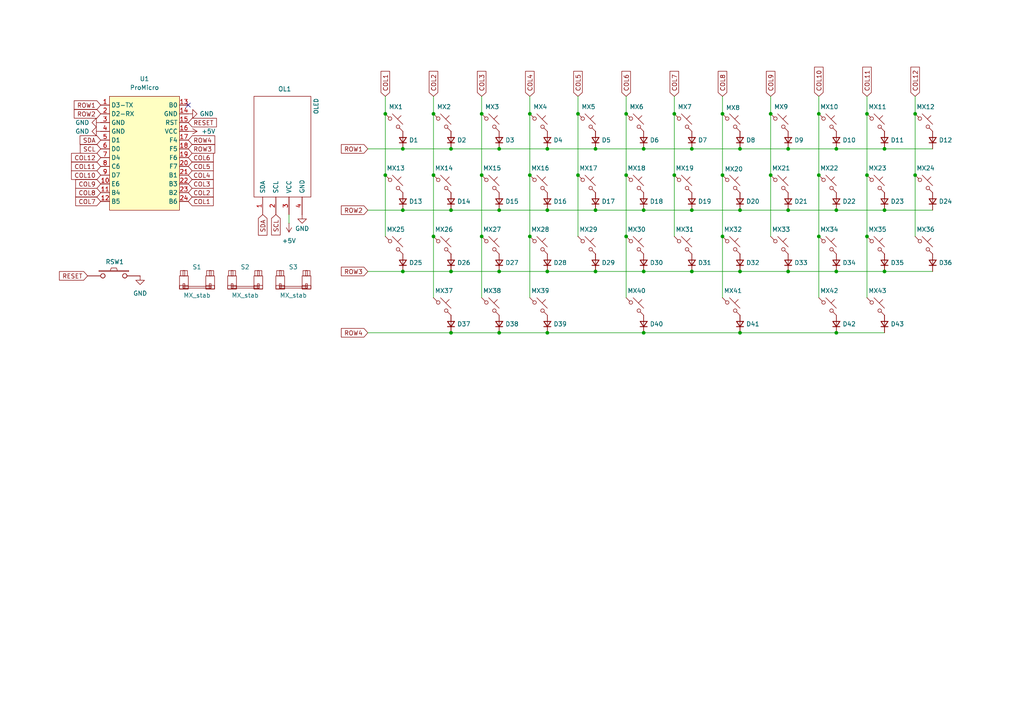
<source format=kicad_sch>
(kicad_sch
	(version 20231120)
	(generator "eeschema")
	(generator_version "8.0")
	(uuid "e9ff6a72-09e1-4c25-a778-83b9e8f837a3")
	(paper "A4")
	(lib_symbols
		(symbol "Device:D_Small"
			(pin_numbers hide)
			(pin_names
				(offset 0.254) hide)
			(exclude_from_sim no)
			(in_bom yes)
			(on_board yes)
			(property "Reference" "D"
				(at -1.27 2.032 0)
				(effects
					(font
						(size 1.27 1.27)
					)
					(justify left)
				)
			)
			(property "Value" "D_Small"
				(at -3.81 -2.032 0)
				(effects
					(font
						(size 1.27 1.27)
					)
					(justify left)
				)
			)
			(property "Footprint" ""
				(at 0 0 90)
				(effects
					(font
						(size 1.27 1.27)
					)
					(hide yes)
				)
			)
			(property "Datasheet" "~"
				(at 0 0 90)
				(effects
					(font
						(size 1.27 1.27)
					)
					(hide yes)
				)
			)
			(property "Description" "Diode, small symbol"
				(at 0 0 0)
				(effects
					(font
						(size 1.27 1.27)
					)
					(hide yes)
				)
			)
			(property "Sim.Device" "D"
				(at 0 0 0)
				(effects
					(font
						(size 1.27 1.27)
					)
					(hide yes)
				)
			)
			(property "Sim.Pins" "1=K 2=A"
				(at 0 0 0)
				(effects
					(font
						(size 1.27 1.27)
					)
					(hide yes)
				)
			)
			(property "ki_keywords" "diode"
				(at 0 0 0)
				(effects
					(font
						(size 1.27 1.27)
					)
					(hide yes)
				)
			)
			(property "ki_fp_filters" "TO-???* *_Diode_* *SingleDiode* D_*"
				(at 0 0 0)
				(effects
					(font
						(size 1.27 1.27)
					)
					(hide yes)
				)
			)
			(symbol "D_Small_0_1"
				(polyline
					(pts
						(xy -0.762 -1.016) (xy -0.762 1.016)
					)
					(stroke
						(width 0.254)
						(type default)
					)
					(fill
						(type none)
					)
				)
				(polyline
					(pts
						(xy -0.762 0) (xy 0.762 0)
					)
					(stroke
						(width 0)
						(type default)
					)
					(fill
						(type none)
					)
				)
				(polyline
					(pts
						(xy 0.762 -1.016) (xy -0.762 0) (xy 0.762 1.016) (xy 0.762 -1.016)
					)
					(stroke
						(width 0.254)
						(type default)
					)
					(fill
						(type none)
					)
				)
			)
			(symbol "D_Small_1_1"
				(pin passive line
					(at -2.54 0 0)
					(length 1.778)
					(name "K"
						(effects
							(font
								(size 1.27 1.27)
							)
						)
					)
					(number "1"
						(effects
							(font
								(size 1.27 1.27)
							)
						)
					)
				)
				(pin passive line
					(at 2.54 0 180)
					(length 1.778)
					(name "A"
						(effects
							(font
								(size 1.27 1.27)
							)
						)
					)
					(number "2"
						(effects
							(font
								(size 1.27 1.27)
							)
						)
					)
				)
			)
		)
		(symbol "PCM_marbastlib-mx:MX_SW_solder"
			(pin_numbers hide)
			(pin_names
				(offset 1.016) hide)
			(exclude_from_sim no)
			(in_bom yes)
			(on_board yes)
			(property "Reference" "MX"
				(at 3.048 1.016 0)
				(effects
					(font
						(size 1.27 1.27)
					)
					(justify left)
				)
			)
			(property "Value" "MX_SW_solder"
				(at 0 -3.81 0)
				(effects
					(font
						(size 1.27 1.27)
					)
				)
			)
			(property "Footprint" "PCM_marbastlib-mx:SW_MX_1u"
				(at 0 0 0)
				(effects
					(font
						(size 1.27 1.27)
					)
					(hide yes)
				)
			)
			(property "Datasheet" "~"
				(at 0 0 0)
				(effects
					(font
						(size 1.27 1.27)
					)
					(hide yes)
				)
			)
			(property "Description" "Push button switch, normally open, two pins, 45° tilted"
				(at 0 0 0)
				(effects
					(font
						(size 1.27 1.27)
					)
					(hide yes)
				)
			)
			(property "ki_keywords" "switch normally-open pushbutton push-button"
				(at 0 0 0)
				(effects
					(font
						(size 1.27 1.27)
					)
					(hide yes)
				)
			)
			(symbol "MX_SW_solder_0_1"
				(circle
					(center -1.1684 1.1684)
					(radius 0.508)
					(stroke
						(width 0)
						(type default)
					)
					(fill
						(type none)
					)
				)
				(polyline
					(pts
						(xy -0.508 2.54) (xy 2.54 -0.508)
					)
					(stroke
						(width 0)
						(type default)
					)
					(fill
						(type none)
					)
				)
				(polyline
					(pts
						(xy 1.016 1.016) (xy 2.032 2.032)
					)
					(stroke
						(width 0)
						(type default)
					)
					(fill
						(type none)
					)
				)
				(polyline
					(pts
						(xy -2.54 2.54) (xy -1.524 1.524) (xy -1.524 1.524)
					)
					(stroke
						(width 0)
						(type default)
					)
					(fill
						(type none)
					)
				)
				(polyline
					(pts
						(xy 1.524 -1.524) (xy 2.54 -2.54) (xy 2.54 -2.54) (xy 2.54 -2.54)
					)
					(stroke
						(width 0)
						(type default)
					)
					(fill
						(type none)
					)
				)
				(circle
					(center 1.143 -1.1938)
					(radius 0.508)
					(stroke
						(width 0)
						(type default)
					)
					(fill
						(type none)
					)
				)
				(pin passive line
					(at -2.54 2.54 0)
					(length 0)
					(name "1"
						(effects
							(font
								(size 1.27 1.27)
							)
						)
					)
					(number "1"
						(effects
							(font
								(size 1.27 1.27)
							)
						)
					)
				)
				(pin passive line
					(at 2.54 -2.54 180)
					(length 0)
					(name "2"
						(effects
							(font
								(size 1.27 1.27)
							)
						)
					)
					(number "2"
						(effects
							(font
								(size 1.27 1.27)
							)
						)
					)
				)
			)
		)
		(symbol "PCM_marbastlib-mx:MX_stab"
			(pin_names
				(offset 1.016)
			)
			(exclude_from_sim no)
			(in_bom yes)
			(on_board yes)
			(property "Reference" "S"
				(at -5.08 6.35 0)
				(effects
					(font
						(size 1.27 1.27)
					)
					(justify left)
				)
			)
			(property "Value" "MX_stab"
				(at -5.08 3.81 0)
				(effects
					(font
						(size 1.27 1.27)
					)
					(justify left)
				)
			)
			(property "Footprint" "PCM_marbastlib-mx:STAB_MX_P_6.25u"
				(at 0 0 0)
				(effects
					(font
						(size 1.27 1.27)
					)
					(hide yes)
				)
			)
			(property "Datasheet" ""
				(at 0 0 0)
				(effects
					(font
						(size 1.27 1.27)
					)
					(hide yes)
				)
			)
			(property "Description" "Cherry MX-style stabilizer"
				(at 0 0 0)
				(effects
					(font
						(size 1.27 1.27)
					)
					(hide yes)
				)
			)
			(property "ki_keywords" "cherry mx stabilizer stab"
				(at 0 0 0)
				(effects
					(font
						(size 1.27 1.27)
					)
					(hide yes)
				)
			)
			(symbol "MX_stab_0_1"
				(rectangle
					(start -5.08 -1.524)
					(end -2.54 -2.54)
					(stroke
						(width 0)
						(type default)
					)
					(fill
						(type none)
					)
				)
				(rectangle
					(start -5.08 1.27)
					(end -2.54 -2.54)
					(stroke
						(width 0)
						(type default)
					)
					(fill
						(type none)
					)
				)
				(rectangle
					(start -4.826 2.794)
					(end -2.794 1.27)
					(stroke
						(width 0)
						(type default)
					)
					(fill
						(type none)
					)
				)
				(rectangle
					(start -4.064 -2.286)
					(end -3.556 -1.016)
					(stroke
						(width 0)
						(type default)
					)
					(fill
						(type none)
					)
				)
				(rectangle
					(start -4.064 -1.778)
					(end 4.064 -2.286)
					(stroke
						(width 0)
						(type default)
					)
					(fill
						(type none)
					)
				)
				(rectangle
					(start -4.064 1.27)
					(end -3.556 2.794)
					(stroke
						(width 0)
						(type default)
					)
					(fill
						(type none)
					)
				)
				(rectangle
					(start 2.54 -1.524)
					(end 5.08 -2.54)
					(stroke
						(width 0)
						(type default)
					)
					(fill
						(type none)
					)
				)
				(rectangle
					(start 2.54 1.27)
					(end 5.08 -2.54)
					(stroke
						(width 0)
						(type default)
					)
					(fill
						(type none)
					)
				)
				(rectangle
					(start 2.794 2.794)
					(end 4.826 1.27)
					(stroke
						(width 0)
						(type default)
					)
					(fill
						(type none)
					)
				)
				(rectangle
					(start 3.556 1.27)
					(end 4.064 2.794)
					(stroke
						(width 0)
						(type default)
					)
					(fill
						(type none)
					)
				)
				(rectangle
					(start 4.064 -2.286)
					(end 3.556 -1.016)
					(stroke
						(width 0)
						(type default)
					)
					(fill
						(type none)
					)
				)
			)
		)
		(symbol "PCM_marbastlib-promicroish:Arduino_ProMicro"
			(exclude_from_sim no)
			(in_bom no)
			(on_board yes)
			(property "Reference" "U"
				(at 0 20.32 0)
				(effects
					(font
						(size 1.27 1.27)
					)
				)
			)
			(property "Value" "ProMicro"
				(at 0 17.78 0)
				(effects
					(font
						(size 1.27 1.27)
					)
				)
			)
			(property "Footprint" "PCM_marbastlib-xp-promicroish:ProMicro_USBup"
				(at 0 -30.48 0)
				(effects
					(font
						(size 1.27 1.27)
					)
					(hide yes)
				)
			)
			(property "Datasheet" ""
				(at -12.7 13.97 0)
				(effects
					(font
						(size 1.27 1.27)
					)
					(hide yes)
				)
			)
			(property "Description" "Symbol for an Arduino Pro Micro"
				(at 0 0 0)
				(effects
					(font
						(size 1.27 1.27)
					)
					(hide yes)
				)
			)
			(symbol "Arduino_ProMicro_0_0"
				(pin bidirectional line
					(at -12.7 13.97 0)
					(length 2.54)
					(name "D3-TX"
						(effects
							(font
								(size 1.27 1.27)
							)
						)
					)
					(number "1"
						(effects
							(font
								(size 1.27 1.27)
							)
						)
					)
				)
				(pin bidirectional line
					(at -12.7 -8.89 0)
					(length 2.54)
					(name "E6"
						(effects
							(font
								(size 1.27 1.27)
							)
						)
					)
					(number "10"
						(effects
							(font
								(size 1.27 1.27)
							)
						)
					)
				)
				(pin bidirectional line
					(at -12.7 -11.43 0)
					(length 2.54)
					(name "B4"
						(effects
							(font
								(size 1.27 1.27)
							)
						)
					)
					(number "11"
						(effects
							(font
								(size 1.27 1.27)
							)
						)
					)
				)
				(pin bidirectional line
					(at -12.7 -13.97 0)
					(length 2.54)
					(name "B5"
						(effects
							(font
								(size 1.27 1.27)
							)
						)
					)
					(number "12"
						(effects
							(font
								(size 1.27 1.27)
							)
						)
					)
				)
				(pin power_out line
					(at 12.7 11.43 180)
					(length 2.54)
					(name "GND"
						(effects
							(font
								(size 1.27 1.27)
							)
						)
					)
					(number "14"
						(effects
							(font
								(size 1.27 1.27)
							)
						)
					)
				)
				(pin bidirectional line
					(at 12.7 8.89 180)
					(length 2.54)
					(name "RST"
						(effects
							(font
								(size 1.27 1.27)
							)
						)
					)
					(number "15"
						(effects
							(font
								(size 1.27 1.27)
							)
						)
					)
				)
				(pin bidirectional line
					(at 12.7 3.81 180)
					(length 2.54)
					(name "F4"
						(effects
							(font
								(size 1.27 1.27)
							)
						)
					)
					(number "17"
						(effects
							(font
								(size 1.27 1.27)
							)
						)
					)
				)
				(pin bidirectional line
					(at 12.7 1.27 180)
					(length 2.54)
					(name "F5"
						(effects
							(font
								(size 1.27 1.27)
							)
						)
					)
					(number "18"
						(effects
							(font
								(size 1.27 1.27)
							)
						)
					)
				)
				(pin bidirectional line
					(at 12.7 -1.27 180)
					(length 2.54)
					(name "F6"
						(effects
							(font
								(size 1.27 1.27)
							)
						)
					)
					(number "19"
						(effects
							(font
								(size 1.27 1.27)
							)
						)
					)
				)
				(pin bidirectional line
					(at -12.7 11.43 0)
					(length 2.54)
					(name "D2-RX"
						(effects
							(font
								(size 1.27 1.27)
							)
						)
					)
					(number "2"
						(effects
							(font
								(size 1.27 1.27)
							)
						)
					)
				)
				(pin bidirectional line
					(at 12.7 -3.81 180)
					(length 2.54)
					(name "F7"
						(effects
							(font
								(size 1.27 1.27)
							)
						)
					)
					(number "20"
						(effects
							(font
								(size 1.27 1.27)
							)
						)
					)
				)
				(pin bidirectional line
					(at 12.7 -6.35 180)
					(length 2.54)
					(name "B1"
						(effects
							(font
								(size 1.27 1.27)
							)
						)
					)
					(number "21"
						(effects
							(font
								(size 1.27 1.27)
							)
						)
					)
				)
				(pin bidirectional line
					(at 12.7 -8.89 180)
					(length 2.54)
					(name "B3"
						(effects
							(font
								(size 1.27 1.27)
							)
						)
					)
					(number "22"
						(effects
							(font
								(size 1.27 1.27)
							)
						)
					)
				)
				(pin bidirectional line
					(at 12.7 -11.43 180)
					(length 2.54)
					(name "B2"
						(effects
							(font
								(size 1.27 1.27)
							)
						)
					)
					(number "23"
						(effects
							(font
								(size 1.27 1.27)
							)
						)
					)
				)
				(pin bidirectional line
					(at 12.7 -13.97 180)
					(length 2.54)
					(name "B6"
						(effects
							(font
								(size 1.27 1.27)
							)
						)
					)
					(number "24"
						(effects
							(font
								(size 1.27 1.27)
							)
						)
					)
				)
				(pin power_out line
					(at -12.7 8.89 0)
					(length 2.54)
					(name "GND"
						(effects
							(font
								(size 1.27 1.27)
							)
						)
					)
					(number "3"
						(effects
							(font
								(size 1.27 1.27)
							)
						)
					)
				)
				(pin power_out line
					(at -12.7 6.35 0)
					(length 2.54)
					(name "GND"
						(effects
							(font
								(size 1.27 1.27)
							)
						)
					)
					(number "4"
						(effects
							(font
								(size 1.27 1.27)
							)
						)
					)
				)
				(pin bidirectional line
					(at -12.7 3.81 0)
					(length 2.54)
					(name "D1"
						(effects
							(font
								(size 1.27 1.27)
							)
						)
					)
					(number "5"
						(effects
							(font
								(size 1.27 1.27)
							)
						)
					)
				)
				(pin bidirectional line
					(at -12.7 1.27 0)
					(length 2.54)
					(name "D0"
						(effects
							(font
								(size 1.27 1.27)
							)
						)
					)
					(number "6"
						(effects
							(font
								(size 1.27 1.27)
							)
						)
					)
				)
				(pin bidirectional line
					(at -12.7 -1.27 0)
					(length 2.54)
					(name "D4"
						(effects
							(font
								(size 1.27 1.27)
							)
						)
					)
					(number "7"
						(effects
							(font
								(size 1.27 1.27)
							)
						)
					)
				)
				(pin bidirectional line
					(at -12.7 -3.81 0)
					(length 2.54)
					(name "C6"
						(effects
							(font
								(size 1.27 1.27)
							)
						)
					)
					(number "8"
						(effects
							(font
								(size 1.27 1.27)
							)
						)
					)
				)
				(pin bidirectional line
					(at -12.7 -6.35 0)
					(length 2.54)
					(name "D7"
						(effects
							(font
								(size 1.27 1.27)
							)
						)
					)
					(number "9"
						(effects
							(font
								(size 1.27 1.27)
							)
						)
					)
				)
			)
			(symbol "Arduino_ProMicro_1_0"
				(pin bidirectional line
					(at 12.7 13.97 180)
					(length 2.54)
					(name "B0"
						(effects
							(font
								(size 1.27 1.27)
							)
						)
					)
					(number "13"
						(effects
							(font
								(size 1.27 1.27)
							)
						)
					)
				)
				(pin power_out line
					(at 12.7 6.35 180)
					(length 2.54)
					(name "VCC"
						(effects
							(font
								(size 1.27 1.27)
							)
						)
					)
					(number "16"
						(effects
							(font
								(size 1.27 1.27)
							)
						)
					)
				)
			)
			(symbol "Arduino_ProMicro_1_1"
				(rectangle
					(start -10.16 16.51)
					(end 10.16 -16.51)
					(stroke
						(width 0)
						(type default)
					)
					(fill
						(type background)
					)
				)
			)
		)
		(symbol "kbd:OLED"
			(pin_names
				(offset 1.016)
			)
			(exclude_from_sim no)
			(in_bom yes)
			(on_board yes)
			(property "Reference" "OL"
				(at 0 2.54 0)
				(effects
					(font
						(size 1.2954 1.2954)
					)
				)
			)
			(property "Value" "OLED"
				(at 0 -1.27 0)
				(effects
					(font
						(size 1.1938 1.1938)
					)
				)
			)
			(property "Footprint" ""
				(at 0 2.54 0)
				(effects
					(font
						(size 1.524 1.524)
					)
					(hide yes)
				)
			)
			(property "Datasheet" ""
				(at 0 2.54 0)
				(effects
					(font
						(size 1.524 1.524)
					)
					(hide yes)
				)
			)
			(property "Description" ""
				(at 0 0 0)
				(effects
					(font
						(size 1.27 1.27)
					)
					(hide yes)
				)
			)
			(symbol "OLED_0_1"
				(rectangle
					(start -13.97 8.89)
					(end 15.24 -7.62)
					(stroke
						(width 0)
						(type solid)
					)
					(fill
						(type none)
					)
				)
			)
			(symbol "OLED_1_1"
				(pin bidirectional line
					(at -19.05 6.35 0)
					(length 5.08)
					(name "SDA"
						(effects
							(font
								(size 1.27 1.27)
							)
						)
					)
					(number "1"
						(effects
							(font
								(size 1.27 1.27)
							)
						)
					)
				)
				(pin bidirectional line
					(at -19.05 2.54 0)
					(length 5.08)
					(name "SCL"
						(effects
							(font
								(size 1.27 1.27)
							)
						)
					)
					(number "2"
						(effects
							(font
								(size 1.27 1.27)
							)
						)
					)
				)
				(pin power_in line
					(at -19.05 -1.27 0)
					(length 5.08)
					(name "VCC"
						(effects
							(font
								(size 1.27 1.27)
							)
						)
					)
					(number "3"
						(effects
							(font
								(size 1.27 1.27)
							)
						)
					)
				)
				(pin power_in line
					(at -19.05 -5.08 0)
					(length 5.08)
					(name "GND"
						(effects
							(font
								(size 1.27 1.27)
							)
						)
					)
					(number "4"
						(effects
							(font
								(size 1.27 1.27)
							)
						)
					)
				)
			)
		)
		(symbol "kbd:SW_PUSH"
			(pin_numbers hide)
			(pin_names
				(offset 1.016) hide)
			(exclude_from_sim no)
			(in_bom yes)
			(on_board yes)
			(property "Reference" "SW"
				(at 3.81 2.794 0)
				(effects
					(font
						(size 1.27 1.27)
					)
				)
			)
			(property "Value" "SW_PUSH"
				(at 0 -2.032 0)
				(effects
					(font
						(size 1.27 1.27)
					)
				)
			)
			(property "Footprint" ""
				(at 0 0 0)
				(effects
					(font
						(size 1.27 1.27)
					)
				)
			)
			(property "Datasheet" ""
				(at 0 0 0)
				(effects
					(font
						(size 1.27 1.27)
					)
				)
			)
			(property "Description" ""
				(at 0 0 0)
				(effects
					(font
						(size 1.27 1.27)
					)
					(hide yes)
				)
			)
			(symbol "SW_PUSH_0_1"
				(rectangle
					(start -4.318 1.27)
					(end 4.318 1.524)
					(stroke
						(width 0)
						(type default)
					)
					(fill
						(type none)
					)
				)
				(polyline
					(pts
						(xy -1.016 1.524) (xy -0.762 2.286) (xy 0.762 2.286) (xy 1.016 1.524)
					)
					(stroke
						(width 0)
						(type default)
					)
					(fill
						(type none)
					)
				)
				(pin passive inverted
					(at -7.62 0 0)
					(length 5.08)
					(name "1"
						(effects
							(font
								(size 1.27 1.27)
							)
						)
					)
					(number "1"
						(effects
							(font
								(size 1.27 1.27)
							)
						)
					)
				)
				(pin passive inverted
					(at 7.62 0 180)
					(length 5.08)
					(name "2"
						(effects
							(font
								(size 1.27 1.27)
							)
						)
					)
					(number "2"
						(effects
							(font
								(size 1.27 1.27)
							)
						)
					)
				)
			)
		)
		(symbol "power:+5V"
			(power)
			(pin_numbers hide)
			(pin_names
				(offset 0) hide)
			(exclude_from_sim no)
			(in_bom yes)
			(on_board yes)
			(property "Reference" "#PWR"
				(at 0 -3.81 0)
				(effects
					(font
						(size 1.27 1.27)
					)
					(hide yes)
				)
			)
			(property "Value" "+5V"
				(at 0 3.556 0)
				(effects
					(font
						(size 1.27 1.27)
					)
				)
			)
			(property "Footprint" ""
				(at 0 0 0)
				(effects
					(font
						(size 1.27 1.27)
					)
					(hide yes)
				)
			)
			(property "Datasheet" ""
				(at 0 0 0)
				(effects
					(font
						(size 1.27 1.27)
					)
					(hide yes)
				)
			)
			(property "Description" "Power symbol creates a global label with name \"+5V\""
				(at 0 0 0)
				(effects
					(font
						(size 1.27 1.27)
					)
					(hide yes)
				)
			)
			(property "ki_keywords" "global power"
				(at 0 0 0)
				(effects
					(font
						(size 1.27 1.27)
					)
					(hide yes)
				)
			)
			(symbol "+5V_0_1"
				(polyline
					(pts
						(xy -0.762 1.27) (xy 0 2.54)
					)
					(stroke
						(width 0)
						(type default)
					)
					(fill
						(type none)
					)
				)
				(polyline
					(pts
						(xy 0 0) (xy 0 2.54)
					)
					(stroke
						(width 0)
						(type default)
					)
					(fill
						(type none)
					)
				)
				(polyline
					(pts
						(xy 0 2.54) (xy 0.762 1.27)
					)
					(stroke
						(width 0)
						(type default)
					)
					(fill
						(type none)
					)
				)
			)
			(symbol "+5V_1_1"
				(pin power_in line
					(at 0 0 90)
					(length 0)
					(name "~"
						(effects
							(font
								(size 1.27 1.27)
							)
						)
					)
					(number "1"
						(effects
							(font
								(size 1.27 1.27)
							)
						)
					)
				)
			)
		)
		(symbol "power:GND"
			(power)
			(pin_numbers hide)
			(pin_names
				(offset 0) hide)
			(exclude_from_sim no)
			(in_bom yes)
			(on_board yes)
			(property "Reference" "#PWR"
				(at 0 -6.35 0)
				(effects
					(font
						(size 1.27 1.27)
					)
					(hide yes)
				)
			)
			(property "Value" "GND"
				(at 0 -3.81 0)
				(effects
					(font
						(size 1.27 1.27)
					)
				)
			)
			(property "Footprint" ""
				(at 0 0 0)
				(effects
					(font
						(size 1.27 1.27)
					)
					(hide yes)
				)
			)
			(property "Datasheet" ""
				(at 0 0 0)
				(effects
					(font
						(size 1.27 1.27)
					)
					(hide yes)
				)
			)
			(property "Description" "Power symbol creates a global label with name \"GND\" , ground"
				(at 0 0 0)
				(effects
					(font
						(size 1.27 1.27)
					)
					(hide yes)
				)
			)
			(property "ki_keywords" "global power"
				(at 0 0 0)
				(effects
					(font
						(size 1.27 1.27)
					)
					(hide yes)
				)
			)
			(symbol "GND_0_1"
				(polyline
					(pts
						(xy 0 0) (xy 0 -1.27) (xy 1.27 -1.27) (xy 0 -2.54) (xy -1.27 -1.27) (xy 0 -1.27)
					)
					(stroke
						(width 0)
						(type default)
					)
					(fill
						(type none)
					)
				)
			)
			(symbol "GND_1_1"
				(pin power_in line
					(at 0 0 270)
					(length 0)
					(name "~"
						(effects
							(font
								(size 1.27 1.27)
							)
						)
					)
					(number "1"
						(effects
							(font
								(size 1.27 1.27)
							)
						)
					)
				)
			)
		)
	)
	(junction
		(at 223.52 33.02)
		(diameter 0)
		(color 0 0 0 0)
		(uuid "012922b4-6c8a-4285-9021-914cc2ece401")
	)
	(junction
		(at 214.63 78.74)
		(diameter 0)
		(color 0 0 0 0)
		(uuid "046d269b-3676-4b29-b37f-95bcf363d557")
	)
	(junction
		(at 186.69 78.74)
		(diameter 0)
		(color 0 0 0 0)
		(uuid "0646f542-5b65-4de0-9b95-778e09bcb1c0")
	)
	(junction
		(at 200.66 78.74)
		(diameter 0)
		(color 0 0 0 0)
		(uuid "0735976d-f9fa-47b5-92bb-2e221d42e2e3")
	)
	(junction
		(at 167.64 50.8)
		(diameter 0)
		(color 0 0 0 0)
		(uuid "09c68bb5-ed5f-4094-b849-6793af5a1369")
	)
	(junction
		(at 153.67 68.58)
		(diameter 0)
		(color 0 0 0 0)
		(uuid "1001bbe0-49f0-45df-9f32-185fbe8387f2")
	)
	(junction
		(at 186.69 60.96)
		(diameter 0)
		(color 0 0 0 0)
		(uuid "132a326d-8f7a-4786-9ede-33cb9f720319")
	)
	(junction
		(at 237.49 50.8)
		(diameter 0)
		(color 0 0 0 0)
		(uuid "15241842-c9fc-4d5c-bf10-1b1f708e990a")
	)
	(junction
		(at 237.49 68.58)
		(diameter 0)
		(color 0 0 0 0)
		(uuid "1ae43ed9-2640-4568-87cb-4906c6e5d77d")
	)
	(junction
		(at 256.54 78.74)
		(diameter 0)
		(color 0 0 0 0)
		(uuid "1f43c5c2-e99a-4699-9233-67c7626c93d7")
	)
	(junction
		(at 265.43 50.8)
		(diameter 0)
		(color 0 0 0 0)
		(uuid "2736c07b-15c8-4cc3-a843-cc7d69fd6fff")
	)
	(junction
		(at 214.63 43.18)
		(diameter 0)
		(color 0 0 0 0)
		(uuid "2c76020d-109f-451d-ad19-f18818e60420")
	)
	(junction
		(at 223.52 50.8)
		(diameter 0)
		(color 0 0 0 0)
		(uuid "2ff61d00-74d8-4e00-84c3-775394258b5e")
	)
	(junction
		(at 200.66 43.18)
		(diameter 0)
		(color 0 0 0 0)
		(uuid "33b82bbb-596b-4120-83e4-2ccbe4270c97")
	)
	(junction
		(at 167.64 33.02)
		(diameter 0)
		(color 0 0 0 0)
		(uuid "3e9692e5-9f7b-4eba-8952-0bf728b6bc3b")
	)
	(junction
		(at 172.72 60.96)
		(diameter 0)
		(color 0 0 0 0)
		(uuid "3f074083-b915-40ba-b665-94db895256b2")
	)
	(junction
		(at 144.78 78.74)
		(diameter 0)
		(color 0 0 0 0)
		(uuid "408ee1ec-da42-43c4-9e44-67bda3262600")
	)
	(junction
		(at 130.81 78.74)
		(diameter 0)
		(color 0 0 0 0)
		(uuid "43545fd5-d5ea-4135-9a6e-32cc51088740")
	)
	(junction
		(at 242.57 96.52)
		(diameter 0)
		(color 0 0 0 0)
		(uuid "43be2516-8cb2-4b63-b9ce-0d420a014a5b")
	)
	(junction
		(at 130.81 96.52)
		(diameter 0)
		(color 0 0 0 0)
		(uuid "45007a62-d5f9-4a70-b3b8-6c0d4df62217")
	)
	(junction
		(at 139.7 33.02)
		(diameter 0)
		(color 0 0 0 0)
		(uuid "474cf9aa-7397-415f-8604-150250b38515")
	)
	(junction
		(at 116.84 43.18)
		(diameter 0)
		(color 0 0 0 0)
		(uuid "496c84aa-e664-4356-882b-1ade3343849b")
	)
	(junction
		(at 228.6 78.74)
		(diameter 0)
		(color 0 0 0 0)
		(uuid "5110edf8-ed90-4bbf-8637-1d28a10264b6")
	)
	(junction
		(at 256.54 43.18)
		(diameter 0)
		(color 0 0 0 0)
		(uuid "518bfd95-b1fd-437c-9dce-c7a80ab3db95")
	)
	(junction
		(at 111.76 33.02)
		(diameter 0)
		(color 0 0 0 0)
		(uuid "5327402c-89a0-4742-90b1-f1fc25248947")
	)
	(junction
		(at 130.81 43.18)
		(diameter 0)
		(color 0 0 0 0)
		(uuid "556b27f8-1b89-47f8-9e41-90a95c98caf1")
	)
	(junction
		(at 195.58 50.8)
		(diameter 0)
		(color 0 0 0 0)
		(uuid "564c4074-d1e7-4566-b2ff-3ec1f8fe6394")
	)
	(junction
		(at 242.57 78.74)
		(diameter 0)
		(color 0 0 0 0)
		(uuid "5cc6ad9f-c20d-4e52-b3e7-00ecb6202ef2")
	)
	(junction
		(at 144.78 43.18)
		(diameter 0)
		(color 0 0 0 0)
		(uuid "5d271a5b-0ea9-4cef-b379-77029074c66b")
	)
	(junction
		(at 130.81 60.96)
		(diameter 0)
		(color 0 0 0 0)
		(uuid "5efbd46f-9a85-44d8-a48f-0a3a47234616")
	)
	(junction
		(at 242.57 43.18)
		(diameter 0)
		(color 0 0 0 0)
		(uuid "5f0d97ac-e637-452c-9bad-864e1d782eb9")
	)
	(junction
		(at 186.69 43.18)
		(diameter 0)
		(color 0 0 0 0)
		(uuid "709459e0-1ba4-4086-9cd9-44b40e51cb56")
	)
	(junction
		(at 125.73 68.58)
		(diameter 0)
		(color 0 0 0 0)
		(uuid "71264e4e-024b-4c9e-8e81-3457b95f2758")
	)
	(junction
		(at 158.75 60.96)
		(diameter 0)
		(color 0 0 0 0)
		(uuid "78e0766c-c690-462b-8b01-90c065d8edd0")
	)
	(junction
		(at 214.63 60.96)
		(diameter 0)
		(color 0 0 0 0)
		(uuid "7d92a4c6-447a-4a54-a47d-acae426bd1d6")
	)
	(junction
		(at 125.73 33.02)
		(diameter 0)
		(color 0 0 0 0)
		(uuid "7ef84a0b-1b14-479c-b1f2-bd6977187af5")
	)
	(junction
		(at 251.46 68.58)
		(diameter 0)
		(color 0 0 0 0)
		(uuid "80b97607-f0ab-4108-be99-cc04711df28e")
	)
	(junction
		(at 251.46 50.8)
		(diameter 0)
		(color 0 0 0 0)
		(uuid "83bc7b40-8c2e-414d-b1e5-8a2751efacab")
	)
	(junction
		(at 144.78 60.96)
		(diameter 0)
		(color 0 0 0 0)
		(uuid "87fbd62d-2b19-48c6-8f92-9e11002b9e5d")
	)
	(junction
		(at 181.61 68.58)
		(diameter 0)
		(color 0 0 0 0)
		(uuid "89e1b116-f062-4424-b538-87e652def2c4")
	)
	(junction
		(at 209.55 50.8)
		(diameter 0)
		(color 0 0 0 0)
		(uuid "8d789de1-2673-4d38-9461-222cfd1b1663")
	)
	(junction
		(at 153.67 50.8)
		(diameter 0)
		(color 0 0 0 0)
		(uuid "8df2123f-ff3d-468a-b986-ec8873e8d507")
	)
	(junction
		(at 195.58 33.02)
		(diameter 0)
		(color 0 0 0 0)
		(uuid "8df9e01b-a3d3-4bf4-afdd-624a30515324")
	)
	(junction
		(at 186.69 96.52)
		(diameter 0)
		(color 0 0 0 0)
		(uuid "8f55f7f0-894a-482e-aae3-802ac93f149f")
	)
	(junction
		(at 172.72 43.18)
		(diameter 0)
		(color 0 0 0 0)
		(uuid "95192e89-4b62-4c13-9fde-01bd7eee3b41")
	)
	(junction
		(at 214.63 96.52)
		(diameter 0)
		(color 0 0 0 0)
		(uuid "9cdde46e-c8ed-4f0e-b91e-24328416f009")
	)
	(junction
		(at 125.73 50.8)
		(diameter 0)
		(color 0 0 0 0)
		(uuid "9e04eb1a-feb6-4dfa-bfae-a3cad8f7c181")
	)
	(junction
		(at 116.84 60.96)
		(diameter 0)
		(color 0 0 0 0)
		(uuid "9ef57b9a-b3e9-4bab-9908-fded75ca843c")
	)
	(junction
		(at 228.6 43.18)
		(diameter 0)
		(color 0 0 0 0)
		(uuid "9f288398-f88a-4fd2-bdfd-19699d9fa4ba")
	)
	(junction
		(at 265.43 33.02)
		(diameter 0)
		(color 0 0 0 0)
		(uuid "ac69d178-262b-48cc-8fee-fb7045ee25ac")
	)
	(junction
		(at 237.49 33.02)
		(diameter 0)
		(color 0 0 0 0)
		(uuid "ada769d6-2733-46cd-8b32-3bf6442a2cd3")
	)
	(junction
		(at 158.75 78.74)
		(diameter 0)
		(color 0 0 0 0)
		(uuid "b684178f-ae33-4402-a9ee-a9df0cd090a3")
	)
	(junction
		(at 256.54 60.96)
		(diameter 0)
		(color 0 0 0 0)
		(uuid "befb956f-5357-40a5-bff4-eaf20e6f1055")
	)
	(junction
		(at 209.55 33.02)
		(diameter 0)
		(color 0 0 0 0)
		(uuid "c04b7230-3ad7-4541-97e2-5420091e6233")
	)
	(junction
		(at 181.61 33.02)
		(diameter 0)
		(color 0 0 0 0)
		(uuid "c0aa6444-b895-4346-913c-8d60397b499f")
	)
	(junction
		(at 158.75 96.52)
		(diameter 0)
		(color 0 0 0 0)
		(uuid "d4c5b25c-54a2-4784-84d5-82accce2c778")
	)
	(junction
		(at 111.76 50.8)
		(diameter 0)
		(color 0 0 0 0)
		(uuid "d886b135-ae60-4f95-9b5e-6420d1744f79")
	)
	(junction
		(at 144.78 96.52)
		(diameter 0)
		(color 0 0 0 0)
		(uuid "db3e031b-68dc-4823-a93b-3c750e7195bd")
	)
	(junction
		(at 139.7 68.58)
		(diameter 0)
		(color 0 0 0 0)
		(uuid "dc1c9680-853d-47e7-8afe-8d27f2b5eefd")
	)
	(junction
		(at 181.61 50.8)
		(diameter 0)
		(color 0 0 0 0)
		(uuid "dcb743ea-36ca-4990-8728-705347bd9249")
	)
	(junction
		(at 242.57 60.96)
		(diameter 0)
		(color 0 0 0 0)
		(uuid "dea2df1b-b4c1-4c42-a4de-043bad6a6401")
	)
	(junction
		(at 209.55 68.58)
		(diameter 0)
		(color 0 0 0 0)
		(uuid "e3d203cd-7c5e-44d6-b9f8-437bc22f126b")
	)
	(junction
		(at 228.6 60.96)
		(diameter 0)
		(color 0 0 0 0)
		(uuid "e73e95ca-2d5c-4ba1-aad9-9b16701dbf21")
	)
	(junction
		(at 200.66 60.96)
		(diameter 0)
		(color 0 0 0 0)
		(uuid "e7c2ae61-7b01-4f1b-a926-63ab8b732b4d")
	)
	(junction
		(at 172.72 78.74)
		(diameter 0)
		(color 0 0 0 0)
		(uuid "ea6a6367-aed4-41ea-b791-879c2fb0af58")
	)
	(junction
		(at 139.7 50.8)
		(diameter 0)
		(color 0 0 0 0)
		(uuid "ebc1bbff-8509-4b85-97ae-56accffe1d75")
	)
	(junction
		(at 251.46 33.02)
		(diameter 0)
		(color 0 0 0 0)
		(uuid "ed3f1b49-ef71-4ac8-95e7-50d7a6ce3884")
	)
	(junction
		(at 158.75 43.18)
		(diameter 0)
		(color 0 0 0 0)
		(uuid "f18aa425-9cdf-41ea-b28a-a97a2a429f6e")
	)
	(junction
		(at 153.67 33.02)
		(diameter 0)
		(color 0 0 0 0)
		(uuid "f7b3363d-4f0a-45fb-a4b1-624ecb1cac15")
	)
	(junction
		(at 116.84 78.74)
		(diameter 0)
		(color 0 0 0 0)
		(uuid "fe9b6e1b-5103-4895-907d-ff16e32daf43")
	)
	(no_connect
		(at 54.61 30.48)
		(uuid "b108adc3-c100-4856-9fa5-40553a83b70b")
	)
	(wire
		(pts
			(xy 158.75 96.52) (xy 186.69 96.52)
		)
		(stroke
			(width 0)
			(type default)
		)
		(uuid "06c39fc2-8c49-4d58-950c-acfa75b0f8fe")
	)
	(wire
		(pts
			(xy 223.52 33.02) (xy 223.52 50.8)
		)
		(stroke
			(width 0)
			(type default)
		)
		(uuid "0790ed58-ea23-4fff-9634-0ff05738aced")
	)
	(wire
		(pts
			(xy 106.68 96.52) (xy 130.81 96.52)
		)
		(stroke
			(width 0)
			(type default)
		)
		(uuid "0a4aa6d0-c3f2-4124-a50a-7aa53913a26c")
	)
	(wire
		(pts
			(xy 251.46 50.8) (xy 251.46 68.58)
		)
		(stroke
			(width 0)
			(type default)
		)
		(uuid "0acded10-6e5f-4c40-8694-a279c9d3eb8c")
	)
	(wire
		(pts
			(xy 195.58 27.94) (xy 195.58 33.02)
		)
		(stroke
			(width 0)
			(type default)
		)
		(uuid "0c30e071-1537-40f6-ad0a-017fcfb11891")
	)
	(wire
		(pts
			(xy 139.7 27.94) (xy 139.7 33.02)
		)
		(stroke
			(width 0)
			(type default)
		)
		(uuid "0f735c69-837e-434e-bc24-1bd613faefd1")
	)
	(wire
		(pts
			(xy 242.57 96.52) (xy 256.54 96.52)
		)
		(stroke
			(width 0)
			(type default)
		)
		(uuid "0f9c622b-51fd-48b4-919c-3716b945855e")
	)
	(wire
		(pts
			(xy 167.64 50.8) (xy 167.64 68.58)
		)
		(stroke
			(width 0)
			(type default)
		)
		(uuid "146e3949-4bf4-49bf-8586-05cdf156b41b")
	)
	(wire
		(pts
			(xy 130.81 60.96) (xy 144.78 60.96)
		)
		(stroke
			(width 0)
			(type default)
		)
		(uuid "154a2dca-c1c1-4505-9037-646ee117d630")
	)
	(wire
		(pts
			(xy 116.84 60.96) (xy 130.81 60.96)
		)
		(stroke
			(width 0)
			(type default)
		)
		(uuid "17ac42f1-8321-4069-8ffe-c68c1a373a49")
	)
	(wire
		(pts
			(xy 265.43 50.8) (xy 265.43 68.58)
		)
		(stroke
			(width 0)
			(type default)
		)
		(uuid "18723234-178a-45a4-9553-282afaf49fb6")
	)
	(wire
		(pts
			(xy 228.6 43.18) (xy 242.57 43.18)
		)
		(stroke
			(width 0)
			(type default)
		)
		(uuid "211ecef7-577b-4f2f-a33c-18f5ffc509e3")
	)
	(wire
		(pts
			(xy 172.72 43.18) (xy 186.69 43.18)
		)
		(stroke
			(width 0)
			(type default)
		)
		(uuid "22a7a760-3f82-4a00-9a8f-9b072b83afca")
	)
	(wire
		(pts
			(xy 195.58 50.8) (xy 195.58 68.58)
		)
		(stroke
			(width 0)
			(type default)
		)
		(uuid "23c4d8fb-6542-47f4-994c-bf36a7970a8d")
	)
	(wire
		(pts
			(xy 200.66 78.74) (xy 214.63 78.74)
		)
		(stroke
			(width 0)
			(type default)
		)
		(uuid "283dd746-e76a-4535-92df-7d7e9c2503cc")
	)
	(wire
		(pts
			(xy 111.76 33.02) (xy 111.76 50.8)
		)
		(stroke
			(width 0)
			(type default)
		)
		(uuid "28ab70fa-88b5-4fb5-8d1c-d96a09ecec9e")
	)
	(wire
		(pts
			(xy 195.58 33.02) (xy 195.58 50.8)
		)
		(stroke
			(width 0)
			(type default)
		)
		(uuid "28fe0070-1d38-4ea4-8d44-7631dda01d4d")
	)
	(wire
		(pts
			(xy 237.49 68.58) (xy 237.49 86.36)
		)
		(stroke
			(width 0)
			(type default)
		)
		(uuid "2c3302fb-664f-4ffd-9643-3f0619d38748")
	)
	(wire
		(pts
			(xy 242.57 60.96) (xy 256.54 60.96)
		)
		(stroke
			(width 0)
			(type default)
		)
		(uuid "2d610e1a-d022-4aee-bd80-5dca1dfa8ed3")
	)
	(wire
		(pts
			(xy 214.63 60.96) (xy 228.6 60.96)
		)
		(stroke
			(width 0)
			(type default)
		)
		(uuid "2d90d137-016f-448c-bd7d-b44ec794097a")
	)
	(wire
		(pts
			(xy 158.75 43.18) (xy 172.72 43.18)
		)
		(stroke
			(width 0)
			(type default)
		)
		(uuid "2ea2e29b-fa8b-479b-a534-d4ab24d704be")
	)
	(wire
		(pts
			(xy 153.67 33.02) (xy 153.67 50.8)
		)
		(stroke
			(width 0)
			(type default)
		)
		(uuid "3674ddea-6734-490d-b4e1-3ed1d4861b17")
	)
	(wire
		(pts
			(xy 167.64 27.94) (xy 167.64 33.02)
		)
		(stroke
			(width 0)
			(type default)
		)
		(uuid "43d84d05-c8e9-4a7e-b89d-7e213b942b49")
	)
	(wire
		(pts
			(xy 144.78 60.96) (xy 158.75 60.96)
		)
		(stroke
			(width 0)
			(type default)
		)
		(uuid "451ad888-896b-48c0-af04-7002daf42906")
	)
	(wire
		(pts
			(xy 186.69 96.52) (xy 214.63 96.52)
		)
		(stroke
			(width 0)
			(type default)
		)
		(uuid "4960181e-9f4c-43f5-984f-c2c37a3a044a")
	)
	(wire
		(pts
			(xy 158.75 60.96) (xy 172.72 60.96)
		)
		(stroke
			(width 0)
			(type default)
		)
		(uuid "49b45ea8-266c-4992-8495-704db66a059d")
	)
	(wire
		(pts
			(xy 130.81 78.74) (xy 144.78 78.74)
		)
		(stroke
			(width 0)
			(type default)
		)
		(uuid "5018ec75-ae9a-414a-a3dd-707436b8819a")
	)
	(wire
		(pts
			(xy 111.76 50.8) (xy 111.76 68.58)
		)
		(stroke
			(width 0)
			(type default)
		)
		(uuid "525df526-e3ec-48da-a02a-09d3343d85c1")
	)
	(wire
		(pts
			(xy 144.78 96.52) (xy 158.75 96.52)
		)
		(stroke
			(width 0)
			(type default)
		)
		(uuid "526ad493-f5fa-48c2-b953-df618320e38d")
	)
	(wire
		(pts
			(xy 209.55 27.94) (xy 209.55 33.02)
		)
		(stroke
			(width 0)
			(type default)
		)
		(uuid "52b7341f-be53-42e8-9f61-cc5985df18a8")
	)
	(wire
		(pts
			(xy 167.64 33.02) (xy 167.64 50.8)
		)
		(stroke
			(width 0)
			(type default)
		)
		(uuid "5b3b9424-ff36-4717-834d-dcdb1792786f")
	)
	(wire
		(pts
			(xy 214.63 96.52) (xy 242.57 96.52)
		)
		(stroke
			(width 0)
			(type default)
		)
		(uuid "5c0dcb41-13f4-44e7-957d-feb915d0c4c2")
	)
	(wire
		(pts
			(xy 200.66 43.18) (xy 214.63 43.18)
		)
		(stroke
			(width 0)
			(type default)
		)
		(uuid "5c915355-a06f-4270-b04a-813dbe05249e")
	)
	(wire
		(pts
			(xy 186.69 78.74) (xy 200.66 78.74)
		)
		(stroke
			(width 0)
			(type default)
		)
		(uuid "5f3d82e2-d842-4876-86ee-310c19fe8559")
	)
	(wire
		(pts
			(xy 116.84 78.74) (xy 130.81 78.74)
		)
		(stroke
			(width 0)
			(type default)
		)
		(uuid "5ff1e012-e12a-4641-95a5-4d72dc5da678")
	)
	(wire
		(pts
			(xy 214.63 43.18) (xy 228.6 43.18)
		)
		(stroke
			(width 0)
			(type default)
		)
		(uuid "617d55dd-150f-44d9-ad82-2fcd047519fc")
	)
	(wire
		(pts
			(xy 139.7 68.58) (xy 139.7 86.36)
		)
		(stroke
			(width 0)
			(type default)
		)
		(uuid "6256c51b-8a59-4b42-aacb-46665d8827fe")
	)
	(wire
		(pts
			(xy 181.61 68.58) (xy 181.61 86.36)
		)
		(stroke
			(width 0)
			(type default)
		)
		(uuid "64e08f0d-d02f-4234-a5ff-1359247b83c7")
	)
	(wire
		(pts
			(xy 200.66 60.96) (xy 214.63 60.96)
		)
		(stroke
			(width 0)
			(type default)
		)
		(uuid "687d3bb7-7768-4c9e-a3f5-8edaf26d6398")
	)
	(wire
		(pts
			(xy 237.49 50.8) (xy 237.49 68.58)
		)
		(stroke
			(width 0)
			(type default)
		)
		(uuid "68cfb738-0a71-47f9-a9cd-7a426128bfa7")
	)
	(wire
		(pts
			(xy 265.43 33.02) (xy 265.43 50.8)
		)
		(stroke
			(width 0)
			(type default)
		)
		(uuid "6975ddc7-ded8-43c8-b357-b40b9b69551c")
	)
	(wire
		(pts
			(xy 181.61 50.8) (xy 181.61 68.58)
		)
		(stroke
			(width 0)
			(type default)
		)
		(uuid "6bb6521a-d5bb-49af-8d2c-2f3cfce8e58c")
	)
	(wire
		(pts
			(xy 265.43 27.94) (xy 265.43 33.02)
		)
		(stroke
			(width 0)
			(type default)
		)
		(uuid "6c6fcef4-a15c-4824-8f9a-a8c8b7ecd090")
	)
	(wire
		(pts
			(xy 106.68 60.96) (xy 116.84 60.96)
		)
		(stroke
			(width 0)
			(type default)
		)
		(uuid "7022fcf9-4c27-4b42-8494-0e44fc1d959f")
	)
	(wire
		(pts
			(xy 209.55 68.58) (xy 209.55 86.36)
		)
		(stroke
			(width 0)
			(type default)
		)
		(uuid "7050771f-33ed-4f1d-8e0f-b3419b254a1c")
	)
	(wire
		(pts
			(xy 125.73 33.02) (xy 125.73 50.8)
		)
		(stroke
			(width 0)
			(type default)
		)
		(uuid "7515fd06-1206-4143-b158-a2a4be5f2ed3")
	)
	(wire
		(pts
			(xy 256.54 78.74) (xy 270.51 78.74)
		)
		(stroke
			(width 0)
			(type default)
		)
		(uuid "787abae6-9c98-4336-9fab-7d1103a35ce7")
	)
	(wire
		(pts
			(xy 139.7 50.8) (xy 139.7 68.58)
		)
		(stroke
			(width 0)
			(type default)
		)
		(uuid "7f71ea5f-aa11-4d47-96d0-3192830dbf52")
	)
	(wire
		(pts
			(xy 251.46 68.58) (xy 251.46 86.36)
		)
		(stroke
			(width 0)
			(type default)
		)
		(uuid "80b81631-e19a-4c8c-9754-ce6efadd8cd9")
	)
	(wire
		(pts
			(xy 125.73 50.8) (xy 125.73 68.58)
		)
		(stroke
			(width 0)
			(type default)
		)
		(uuid "82b9193d-b4c6-4aef-b3dc-d5ad4c5488f4")
	)
	(wire
		(pts
			(xy 223.52 27.94) (xy 223.52 33.02)
		)
		(stroke
			(width 0)
			(type default)
		)
		(uuid "8329a65f-2af1-4770-ae27-e64024671197")
	)
	(wire
		(pts
			(xy 144.78 78.74) (xy 158.75 78.74)
		)
		(stroke
			(width 0)
			(type default)
		)
		(uuid "8acbd9a9-ff12-484b-afd8-eceaccd08716")
	)
	(wire
		(pts
			(xy 83.82 64.77) (xy 83.82 62.23)
		)
		(stroke
			(width 0)
			(type default)
		)
		(uuid "8eadf8b5-0402-4e32-8542-a5ef3eace4a8")
	)
	(wire
		(pts
			(xy 256.54 60.96) (xy 270.51 60.96)
		)
		(stroke
			(width 0)
			(type default)
		)
		(uuid "90a9215b-b393-4932-8333-506c391a85af")
	)
	(wire
		(pts
			(xy 214.63 78.74) (xy 228.6 78.74)
		)
		(stroke
			(width 0)
			(type default)
		)
		(uuid "90f182a7-6977-46e5-b2eb-5c91b4442a1a")
	)
	(wire
		(pts
			(xy 153.67 27.94) (xy 153.67 33.02)
		)
		(stroke
			(width 0)
			(type default)
		)
		(uuid "92e902c3-6ac6-4bc5-9877-473287f35c44")
	)
	(wire
		(pts
			(xy 144.78 43.18) (xy 158.75 43.18)
		)
		(stroke
			(width 0)
			(type default)
		)
		(uuid "93054346-a33e-4dd4-a07e-437ac0a5aeed")
	)
	(wire
		(pts
			(xy 116.84 43.18) (xy 130.81 43.18)
		)
		(stroke
			(width 0)
			(type default)
		)
		(uuid "9402817c-c6b9-4d19-8b64-c91552d15944")
	)
	(wire
		(pts
			(xy 228.6 78.74) (xy 242.57 78.74)
		)
		(stroke
			(width 0)
			(type default)
		)
		(uuid "9bd7b1cd-6408-41f6-8f37-fc684d7cb118")
	)
	(wire
		(pts
			(xy 172.72 78.74) (xy 186.69 78.74)
		)
		(stroke
			(width 0)
			(type default)
		)
		(uuid "a40e6ab7-b770-4dd0-9278-75d2ea29408d")
	)
	(wire
		(pts
			(xy 186.69 60.96) (xy 200.66 60.96)
		)
		(stroke
			(width 0)
			(type default)
		)
		(uuid "a4980af2-0907-4a52-a77e-5be410cff473")
	)
	(wire
		(pts
			(xy 223.52 50.8) (xy 223.52 68.58)
		)
		(stroke
			(width 0)
			(type default)
		)
		(uuid "a5a7f0e6-82a0-4650-a7d6-022396d3c532")
	)
	(wire
		(pts
			(xy 256.54 43.18) (xy 270.51 43.18)
		)
		(stroke
			(width 0)
			(type default)
		)
		(uuid "a64af907-d53d-46c6-b0db-2730f1dcdb0a")
	)
	(wire
		(pts
			(xy 130.81 43.18) (xy 144.78 43.18)
		)
		(stroke
			(width 0)
			(type default)
		)
		(uuid "a93851f5-646a-4fc8-b5d3-5ab30764db14")
	)
	(wire
		(pts
			(xy 130.81 96.52) (xy 144.78 96.52)
		)
		(stroke
			(width 0)
			(type default)
		)
		(uuid "a9683573-9388-47c9-92fe-b078d3ea2c1a")
	)
	(wire
		(pts
			(xy 251.46 33.02) (xy 251.46 50.8)
		)
		(stroke
			(width 0)
			(type default)
		)
		(uuid "acb0f262-9b37-4f9c-9f70-ab06e8548d6a")
	)
	(wire
		(pts
			(xy 181.61 33.02) (xy 181.61 50.8)
		)
		(stroke
			(width 0)
			(type default)
		)
		(uuid "ad78ea48-04ce-47e0-8540-998517ac8136")
	)
	(wire
		(pts
			(xy 209.55 33.02) (xy 209.55 50.8)
		)
		(stroke
			(width 0)
			(type default)
		)
		(uuid "b27fdba5-0379-4ac4-bf88-37ae3ae72a8d")
	)
	(wire
		(pts
			(xy 237.49 27.94) (xy 237.49 33.02)
		)
		(stroke
			(width 0)
			(type default)
		)
		(uuid "beb2b331-92f4-47c7-bd14-ab4875c1c65d")
	)
	(wire
		(pts
			(xy 209.55 50.8) (xy 209.55 68.58)
		)
		(stroke
			(width 0)
			(type default)
		)
		(uuid "c9f9aba9-83e2-4dce-873f-27049098a575")
	)
	(wire
		(pts
			(xy 106.68 78.74) (xy 116.84 78.74)
		)
		(stroke
			(width 0)
			(type default)
		)
		(uuid "cc9c5ae8-e149-4fd3-a7c9-edadbf5008f9")
	)
	(wire
		(pts
			(xy 139.7 33.02) (xy 139.7 50.8)
		)
		(stroke
			(width 0)
			(type default)
		)
		(uuid "cf548029-0199-409c-9664-c98b1608fb87")
	)
	(wire
		(pts
			(xy 251.46 27.94) (xy 251.46 33.02)
		)
		(stroke
			(width 0)
			(type default)
		)
		(uuid "d004c809-72cf-407e-9829-43dba6b602f6")
	)
	(wire
		(pts
			(xy 125.73 27.94) (xy 125.73 33.02)
		)
		(stroke
			(width 0)
			(type default)
		)
		(uuid "d46b33cf-5bf1-4a30-a5a9-d1f5820981ec")
	)
	(wire
		(pts
			(xy 181.61 27.94) (xy 181.61 33.02)
		)
		(stroke
			(width 0)
			(type default)
		)
		(uuid "d5aac518-ae71-4964-bb12-3ce04b984d69")
	)
	(wire
		(pts
			(xy 125.73 68.58) (xy 125.73 86.36)
		)
		(stroke
			(width 0)
			(type default)
		)
		(uuid "d8a12094-caec-4813-8ef2-2e5ccb0d1a84")
	)
	(wire
		(pts
			(xy 242.57 78.74) (xy 256.54 78.74)
		)
		(stroke
			(width 0)
			(type default)
		)
		(uuid "d8bd9c10-6749-422e-96c1-3bcfe3827bb2")
	)
	(wire
		(pts
			(xy 158.75 78.74) (xy 172.72 78.74)
		)
		(stroke
			(width 0)
			(type default)
		)
		(uuid "db962941-577d-407a-8621-52c7e25e4336")
	)
	(wire
		(pts
			(xy 153.67 50.8) (xy 153.67 68.58)
		)
		(stroke
			(width 0)
			(type default)
		)
		(uuid "dccefb8f-cdb9-45ef-b54c-2cee7d6bfc76")
	)
	(wire
		(pts
			(xy 111.76 27.94) (xy 111.76 33.02)
		)
		(stroke
			(width 0)
			(type default)
		)
		(uuid "e176d95e-a150-448b-87c6-e4c4ab859b12")
	)
	(wire
		(pts
			(xy 228.6 60.96) (xy 242.57 60.96)
		)
		(stroke
			(width 0)
			(type default)
		)
		(uuid "e99c2ab8-43f8-43b5-9eb3-800b95d86638")
	)
	(wire
		(pts
			(xy 172.72 60.96) (xy 186.69 60.96)
		)
		(stroke
			(width 0)
			(type default)
		)
		(uuid "f1a290fb-ea6f-4c99-aaa3-fcf9a1c3875a")
	)
	(wire
		(pts
			(xy 237.49 33.02) (xy 237.49 50.8)
		)
		(stroke
			(width 0)
			(type default)
		)
		(uuid "f67f5e8c-95bc-44b3-a29f-e14f1a588d3e")
	)
	(wire
		(pts
			(xy 186.69 43.18) (xy 200.66 43.18)
		)
		(stroke
			(width 0)
			(type default)
		)
		(uuid "f8e738eb-5c52-4c0d-a112-b131c81a287f")
	)
	(wire
		(pts
			(xy 242.57 43.18) (xy 256.54 43.18)
		)
		(stroke
			(width 0)
			(type default)
		)
		(uuid "fc9897c9-2606-4ce6-a9e5-dac75223b6d9")
	)
	(wire
		(pts
			(xy 153.67 68.58) (xy 153.67 86.36)
		)
		(stroke
			(width 0)
			(type default)
		)
		(uuid "fe374ccd-0a08-4d85-87a4-2f33dcc552ca")
	)
	(wire
		(pts
			(xy 106.68 43.18) (xy 116.84 43.18)
		)
		(stroke
			(width 0)
			(type default)
		)
		(uuid "fef48763-dcd6-44ac-a01f-fb79a19879e5")
	)
	(global_label "ROW4"
		(shape input)
		(at 106.68 96.52 180)
		(fields_autoplaced yes)
		(effects
			(font
				(size 1.27 1.27)
			)
			(justify right)
		)
		(uuid "04859d11-98e9-43ad-a837-c0bdb1d9d7df")
		(property "Intersheetrefs" "${INTERSHEET_REFS}"
			(at 98.4334 96.52 0)
			(effects
				(font
					(size 1.27 1.27)
				)
				(justify right)
				(hide yes)
			)
		)
	)
	(global_label "SDA"
		(shape input)
		(at 76.2 62.23 270)
		(fields_autoplaced yes)
		(effects
			(font
				(size 1.27 1.27)
			)
			(justify right)
		)
		(uuid "0a0b463b-4888-49e2-b300-a21d94f9ead7")
		(property "Intersheetrefs" "${INTERSHEET_REFS}"
			(at 76.2 68.7833 90)
			(effects
				(font
					(size 1.27 1.27)
				)
				(justify right)
				(hide yes)
			)
		)
	)
	(global_label "COL3"
		(shape input)
		(at 54.61 53.34 0)
		(fields_autoplaced yes)
		(effects
			(font
				(size 1.27 1.27)
			)
			(justify left)
		)
		(uuid "0c71ee0a-69d4-4564-be8e-01a0477aa7a9")
		(property "Intersheetrefs" "${INTERSHEET_REFS}"
			(at 62.4333 53.34 0)
			(effects
				(font
					(size 1.27 1.27)
				)
				(justify left)
				(hide yes)
			)
		)
	)
	(global_label "COL11"
		(shape input)
		(at 29.21 48.26 180)
		(fields_autoplaced yes)
		(effects
			(font
				(size 1.27 1.27)
			)
			(justify right)
		)
		(uuid "0e642e36-db9c-41e2-9a89-992d15973e4a")
		(property "Intersheetrefs" "${INTERSHEET_REFS}"
			(at 20.1772 48.26 0)
			(effects
				(font
					(size 1.27 1.27)
				)
				(justify right)
				(hide yes)
			)
		)
	)
	(global_label "COL5"
		(shape input)
		(at 54.61 48.26 0)
		(fields_autoplaced yes)
		(effects
			(font
				(size 1.27 1.27)
			)
			(justify left)
		)
		(uuid "0f70918c-993d-4256-857b-2ffb850a3e9e")
		(property "Intersheetrefs" "${INTERSHEET_REFS}"
			(at 62.4333 48.26 0)
			(effects
				(font
					(size 1.27 1.27)
				)
				(justify left)
				(hide yes)
			)
		)
	)
	(global_label "SCL"
		(shape input)
		(at 29.21 43.18 180)
		(fields_autoplaced yes)
		(effects
			(font
				(size 1.27 1.27)
			)
			(justify right)
		)
		(uuid "0fed58f6-c26c-4f6a-83e9-017ea22ceced")
		(property "Intersheetrefs" "${INTERSHEET_REFS}"
			(at 22.7172 43.18 0)
			(effects
				(font
					(size 1.27 1.27)
				)
				(justify right)
				(hide yes)
			)
		)
	)
	(global_label "COL7"
		(shape input)
		(at 29.21 58.42 180)
		(fields_autoplaced yes)
		(effects
			(font
				(size 1.27 1.27)
			)
			(justify right)
		)
		(uuid "15bd3139-5408-41d5-bda0-c119ac240e08")
		(property "Intersheetrefs" "${INTERSHEET_REFS}"
			(at 21.3867 58.42 0)
			(effects
				(font
					(size 1.27 1.27)
				)
				(justify right)
				(hide yes)
			)
		)
	)
	(global_label "COL9"
		(shape input)
		(at 223.52 27.94 90)
		(fields_autoplaced yes)
		(effects
			(font
				(size 1.27 1.27)
			)
			(justify left)
		)
		(uuid "1636783e-314d-4002-9c9d-4c368cbfd533")
		(property "Intersheetrefs" "${INTERSHEET_REFS}"
			(at 223.52 20.1167 90)
			(effects
				(font
					(size 1.27 1.27)
				)
				(justify left)
				(hide yes)
			)
		)
	)
	(global_label "COL6"
		(shape input)
		(at 181.61 27.94 90)
		(fields_autoplaced yes)
		(effects
			(font
				(size 1.27 1.27)
			)
			(justify left)
		)
		(uuid "25ccb5ae-8023-4a16-8459-832b3d7614d5")
		(property "Intersheetrefs" "${INTERSHEET_REFS}"
			(at 181.61 20.1167 90)
			(effects
				(font
					(size 1.27 1.27)
				)
				(justify left)
				(hide yes)
			)
		)
	)
	(global_label "COL8"
		(shape input)
		(at 29.21 55.88 180)
		(fields_autoplaced yes)
		(effects
			(font
				(size 1.27 1.27)
			)
			(justify right)
		)
		(uuid "3a151d58-a2a3-4d24-b90c-9b361007e6c4")
		(property "Intersheetrefs" "${INTERSHEET_REFS}"
			(at 21.3867 55.88 0)
			(effects
				(font
					(size 1.27 1.27)
				)
				(justify right)
				(hide yes)
			)
		)
	)
	(global_label "SCL"
		(shape input)
		(at 80.01 62.23 270)
		(fields_autoplaced yes)
		(effects
			(font
				(size 1.27 1.27)
			)
			(justify right)
		)
		(uuid "4a87b9fa-08e1-4a85-bfbd-f120a0326eaa")
		(property "Intersheetrefs" "${INTERSHEET_REFS}"
			(at 80.01 68.7228 90)
			(effects
				(font
					(size 1.27 1.27)
				)
				(justify right)
				(hide yes)
			)
		)
	)
	(global_label "ROW3"
		(shape input)
		(at 106.68 78.74 180)
		(fields_autoplaced yes)
		(effects
			(font
				(size 1.27 1.27)
			)
			(justify right)
		)
		(uuid "4ad0ab2c-bd90-4d44-8107-27b070b2def7")
		(property "Intersheetrefs" "${INTERSHEET_REFS}"
			(at 98.4334 78.74 0)
			(effects
				(font
					(size 1.27 1.27)
				)
				(justify right)
				(hide yes)
			)
		)
	)
	(global_label "RESET"
		(shape input)
		(at 54.61 35.56 0)
		(fields_autoplaced yes)
		(effects
			(font
				(size 1.27 1.27)
			)
			(justify left)
		)
		(uuid "520a95c9-f2f1-4a56-ab04-dbc30dfb2cd5")
		(property "Intersheetrefs" "${INTERSHEET_REFS}"
			(at 63.3403 35.56 0)
			(effects
				(font
					(size 1.27 1.27)
				)
				(justify left)
				(hide yes)
			)
		)
	)
	(global_label "COL6"
		(shape input)
		(at 54.61 45.72 0)
		(fields_autoplaced yes)
		(effects
			(font
				(size 1.27 1.27)
			)
			(justify left)
		)
		(uuid "5b8a571f-5691-4da2-ae62-3899b54ad1d3")
		(property "Intersheetrefs" "${INTERSHEET_REFS}"
			(at 62.4333 45.72 0)
			(effects
				(font
					(size 1.27 1.27)
				)
				(justify left)
				(hide yes)
			)
		)
	)
	(global_label "COL10"
		(shape input)
		(at 237.49 27.94 90)
		(fields_autoplaced yes)
		(effects
			(font
				(size 1.27 1.27)
			)
			(justify left)
		)
		(uuid "6bb08d6a-2309-4220-af2a-9caa2146ca78")
		(property "Intersheetrefs" "${INTERSHEET_REFS}"
			(at 237.49 18.9072 90)
			(effects
				(font
					(size 1.27 1.27)
				)
				(justify left)
				(hide yes)
			)
		)
	)
	(global_label "COL12"
		(shape input)
		(at 29.21 45.72 180)
		(fields_autoplaced yes)
		(effects
			(font
				(size 1.27 1.27)
			)
			(justify right)
		)
		(uuid "7bc50415-a98f-4edb-a75c-3688a313c7ed")
		(property "Intersheetrefs" "${INTERSHEET_REFS}"
			(at 20.1772 45.72 0)
			(effects
				(font
					(size 1.27 1.27)
				)
				(justify right)
				(hide yes)
			)
		)
	)
	(global_label "COL4"
		(shape input)
		(at 54.61 50.8 0)
		(fields_autoplaced yes)
		(effects
			(font
				(size 1.27 1.27)
			)
			(justify left)
		)
		(uuid "8087f826-aba3-4e6b-a376-dcaa551dede4")
		(property "Intersheetrefs" "${INTERSHEET_REFS}"
			(at 62.4333 50.8 0)
			(effects
				(font
					(size 1.27 1.27)
				)
				(justify left)
				(hide yes)
			)
		)
	)
	(global_label "COL3"
		(shape input)
		(at 139.7 27.94 90)
		(fields_autoplaced yes)
		(effects
			(font
				(size 1.27 1.27)
			)
			(justify left)
		)
		(uuid "8e3da8fa-e914-4abe-9235-0bdb84c329f6")
		(property "Intersheetrefs" "${INTERSHEET_REFS}"
			(at 139.7 20.1167 90)
			(effects
				(font
					(size 1.27 1.27)
				)
				(justify left)
				(hide yes)
			)
		)
	)
	(global_label "COL8"
		(shape input)
		(at 209.55 27.94 90)
		(fields_autoplaced yes)
		(effects
			(font
				(size 1.27 1.27)
			)
			(justify left)
		)
		(uuid "8e51b311-8f5e-43ee-965c-3f1a9929c73c")
		(property "Intersheetrefs" "${INTERSHEET_REFS}"
			(at 209.55 20.1167 90)
			(effects
				(font
					(size 1.27 1.27)
				)
				(justify left)
				(hide yes)
			)
		)
	)
	(global_label "ROW3"
		(shape input)
		(at 54.61 43.18 0)
		(fields_autoplaced yes)
		(effects
			(font
				(size 1.27 1.27)
			)
			(justify left)
		)
		(uuid "8eebe8f3-766f-4693-b54e-93c1fae7a415")
		(property "Intersheetrefs" "${INTERSHEET_REFS}"
			(at 62.8566 43.18 0)
			(effects
				(font
					(size 1.27 1.27)
				)
				(justify left)
				(hide yes)
			)
		)
	)
	(global_label "COL1"
		(shape input)
		(at 111.76 27.94 90)
		(fields_autoplaced yes)
		(effects
			(font
				(size 1.27 1.27)
			)
			(justify left)
		)
		(uuid "94e12b9a-6a7b-48e8-bb94-ad4bbabcda2e")
		(property "Intersheetrefs" "${INTERSHEET_REFS}"
			(at 111.76 20.1167 90)
			(effects
				(font
					(size 1.27 1.27)
				)
				(justify left)
				(hide yes)
			)
		)
	)
	(global_label "RESET"
		(shape input)
		(at 25.4 80.01 180)
		(fields_autoplaced yes)
		(effects
			(font
				(size 1.27 1.27)
			)
			(justify right)
		)
		(uuid "96042c2d-c24a-43a0-8cf9-d71c8792c036")
		(property "Intersheetrefs" "${INTERSHEET_REFS}"
			(at 16.6697 80.01 0)
			(effects
				(font
					(size 1.27 1.27)
				)
				(justify right)
				(hide yes)
			)
		)
	)
	(global_label "ROW4"
		(shape input)
		(at 54.61 40.64 0)
		(fields_autoplaced yes)
		(effects
			(font
				(size 1.27 1.27)
			)
			(justify left)
		)
		(uuid "9c59d058-c83c-47b9-9ec2-ff3ae235b15c")
		(property "Intersheetrefs" "${INTERSHEET_REFS}"
			(at 62.8566 40.64 0)
			(effects
				(font
					(size 1.27 1.27)
				)
				(justify left)
				(hide yes)
			)
		)
	)
	(global_label "ROW1"
		(shape input)
		(at 106.68 43.18 180)
		(fields_autoplaced yes)
		(effects
			(font
				(size 1.27 1.27)
			)
			(justify right)
		)
		(uuid "9e3cc447-cd62-4682-9b4b-3cf006b40b19")
		(property "Intersheetrefs" "${INTERSHEET_REFS}"
			(at 98.4334 43.18 0)
			(effects
				(font
					(size 1.27 1.27)
				)
				(justify right)
				(hide yes)
			)
		)
	)
	(global_label "ROW2"
		(shape input)
		(at 106.68 60.96 180)
		(fields_autoplaced yes)
		(effects
			(font
				(size 1.27 1.27)
			)
			(justify right)
		)
		(uuid "9f82156c-86a9-4a2d-86de-10293d8a17bb")
		(property "Intersheetrefs" "${INTERSHEET_REFS}"
			(at 98.4334 60.96 0)
			(effects
				(font
					(size 1.27 1.27)
				)
				(justify right)
				(hide yes)
			)
		)
	)
	(global_label "COL4"
		(shape input)
		(at 153.67 27.94 90)
		(fields_autoplaced yes)
		(effects
			(font
				(size 1.27 1.27)
			)
			(justify left)
		)
		(uuid "a06e96df-5395-406a-85c4-1fd658842010")
		(property "Intersheetrefs" "${INTERSHEET_REFS}"
			(at 153.67 20.1167 90)
			(effects
				(font
					(size 1.27 1.27)
				)
				(justify left)
				(hide yes)
			)
		)
	)
	(global_label "COL10"
		(shape input)
		(at 29.21 50.8 180)
		(fields_autoplaced yes)
		(effects
			(font
				(size 1.27 1.27)
			)
			(justify right)
		)
		(uuid "ad727f03-263d-4e14-bf74-a5e1b4cd3596")
		(property "Intersheetrefs" "${INTERSHEET_REFS}"
			(at 20.1772 50.8 0)
			(effects
				(font
					(size 1.27 1.27)
				)
				(justify right)
				(hide yes)
			)
		)
	)
	(global_label "SDA"
		(shape input)
		(at 29.21 40.64 180)
		(fields_autoplaced yes)
		(effects
			(font
				(size 1.27 1.27)
			)
			(justify right)
		)
		(uuid "bca7401b-7c91-43d7-bf91-c3294ce8d764")
		(property "Intersheetrefs" "${INTERSHEET_REFS}"
			(at 22.6567 40.64 0)
			(effects
				(font
					(size 1.27 1.27)
				)
				(justify right)
				(hide yes)
			)
		)
	)
	(global_label "COL5"
		(shape input)
		(at 167.64 27.94 90)
		(fields_autoplaced yes)
		(effects
			(font
				(size 1.27 1.27)
			)
			(justify left)
		)
		(uuid "c231008f-3a01-432c-8b5f-f9d40fb424b5")
		(property "Intersheetrefs" "${INTERSHEET_REFS}"
			(at 167.64 20.1167 90)
			(effects
				(font
					(size 1.27 1.27)
				)
				(justify left)
				(hide yes)
			)
		)
	)
	(global_label "COL1"
		(shape input)
		(at 54.61 58.42 0)
		(fields_autoplaced yes)
		(effects
			(font
				(size 1.27 1.27)
			)
			(justify left)
		)
		(uuid "c266e58a-6540-4b77-a147-f1c3d05e7781")
		(property "Intersheetrefs" "${INTERSHEET_REFS}"
			(at 62.4333 58.42 0)
			(effects
				(font
					(size 1.27 1.27)
				)
				(justify left)
				(hide yes)
			)
		)
	)
	(global_label "COL9"
		(shape input)
		(at 29.21 53.34 180)
		(fields_autoplaced yes)
		(effects
			(font
				(size 1.27 1.27)
			)
			(justify right)
		)
		(uuid "c7caa0af-696b-44b4-aa38-94e9a8630a05")
		(property "Intersheetrefs" "${INTERSHEET_REFS}"
			(at 21.3867 53.34 0)
			(effects
				(font
					(size 1.27 1.27)
				)
				(justify right)
				(hide yes)
			)
		)
	)
	(global_label "COL12"
		(shape input)
		(at 265.43 27.94 90)
		(fields_autoplaced yes)
		(effects
			(font
				(size 1.27 1.27)
			)
			(justify left)
		)
		(uuid "cbff5ade-d31f-46c9-9408-6f39f3be2565")
		(property "Intersheetrefs" "${INTERSHEET_REFS}"
			(at 265.43 18.9072 90)
			(effects
				(font
					(size 1.27 1.27)
				)
				(justify left)
				(hide yes)
			)
		)
	)
	(global_label "ROW2"
		(shape input)
		(at 29.21 33.02 180)
		(fields_autoplaced yes)
		(effects
			(font
				(size 1.27 1.27)
			)
			(justify right)
		)
		(uuid "d204be01-597e-4f0f-bab9-428bd8ebe31a")
		(property "Intersheetrefs" "${INTERSHEET_REFS}"
			(at 20.9634 33.02 0)
			(effects
				(font
					(size 1.27 1.27)
				)
				(justify right)
				(hide yes)
			)
		)
	)
	(global_label "COL11"
		(shape input)
		(at 251.46 27.94 90)
		(fields_autoplaced yes)
		(effects
			(font
				(size 1.27 1.27)
			)
			(justify left)
		)
		(uuid "d2f85cf0-8e80-4ef2-bf88-695e6b09509e")
		(property "Intersheetrefs" "${INTERSHEET_REFS}"
			(at 251.46 18.9072 90)
			(effects
				(font
					(size 1.27 1.27)
				)
				(justify left)
				(hide yes)
			)
		)
	)
	(global_label "COL2"
		(shape input)
		(at 54.61 55.88 0)
		(fields_autoplaced yes)
		(effects
			(font
				(size 1.27 1.27)
			)
			(justify left)
		)
		(uuid "dce2c636-6d1c-43db-9d23-67a506887954")
		(property "Intersheetrefs" "${INTERSHEET_REFS}"
			(at 62.4333 55.88 0)
			(effects
				(font
					(size 1.27 1.27)
				)
				(justify left)
				(hide yes)
			)
		)
	)
	(global_label "COL2"
		(shape input)
		(at 125.73 27.94 90)
		(fields_autoplaced yes)
		(effects
			(font
				(size 1.27 1.27)
			)
			(justify left)
		)
		(uuid "dfe8a342-b7f7-40f0-aece-d4bb630171b3")
		(property "Intersheetrefs" "${INTERSHEET_REFS}"
			(at 125.73 20.1167 90)
			(effects
				(font
					(size 1.27 1.27)
				)
				(justify left)
				(hide yes)
			)
		)
	)
	(global_label "COL7"
		(shape input)
		(at 195.58 27.94 90)
		(fields_autoplaced yes)
		(effects
			(font
				(size 1.27 1.27)
			)
			(justify left)
		)
		(uuid "ea0d7bdd-86d4-4193-a711-96ca4a9fc2fd")
		(property "Intersheetrefs" "${INTERSHEET_REFS}"
			(at 195.58 20.1167 90)
			(effects
				(font
					(size 1.27 1.27)
				)
				(justify left)
				(hide yes)
			)
		)
	)
	(global_label "ROW1"
		(shape input)
		(at 29.21 30.48 180)
		(fields_autoplaced yes)
		(effects
			(font
				(size 1.27 1.27)
			)
			(justify right)
		)
		(uuid "f7744251-1f0c-41db-a50b-95c380bbd91a")
		(property "Intersheetrefs" "${INTERSHEET_REFS}"
			(at 20.9634 30.48 0)
			(effects
				(font
					(size 1.27 1.27)
				)
				(justify right)
				(hide yes)
			)
		)
	)
	(symbol
		(lib_id "PCM_marbastlib-mx:MX_SW_solder")
		(at 198.12 53.34 0)
		(unit 1)
		(exclude_from_sim no)
		(in_bom yes)
		(on_board yes)
		(dnp no)
		(uuid "009115cc-204c-4f1e-ac34-b6fda4c0fc8c")
		(property "Reference" "MX19"
			(at 198.628 48.768 0)
			(effects
				(font
					(size 1.27 1.27)
				)
			)
		)
		(property "Value" "MX_SW_solder"
			(at 198.12 48.26 0)
			(effects
				(font
					(size 1.27 1.27)
				)
				(hide yes)
			)
		)
		(property "Footprint" "PCM_marbastlib-mx:SW_MX_HS_CPG151101S11_1u"
			(at 198.12 53.34 0)
			(effects
				(font
					(size 1.27 1.27)
				)
				(hide yes)
			)
		)
		(property "Datasheet" "~"
			(at 198.12 53.34 0)
			(effects
				(font
					(size 1.27 1.27)
				)
				(hide yes)
			)
		)
		(property "Description" "Push button switch, normally open, two pins, 45° tilted"
			(at 198.12 53.34 0)
			(effects
				(font
					(size 1.27 1.27)
				)
				(hide yes)
			)
		)
		(pin "2"
			(uuid "51cc1aff-ea07-4198-ad40-a55593ef079e")
		)
		(pin "1"
			(uuid "f2b8cf30-094d-427a-8eca-44649a3371fe")
		)
		(instances
			(project "fourfree"
				(path "/e9ff6a72-09e1-4c25-a778-83b9e8f837a3"
					(reference "MX19")
					(unit 1)
				)
			)
		)
	)
	(symbol
		(lib_id "Device:D_Small")
		(at 214.63 40.64 90)
		(unit 1)
		(exclude_from_sim no)
		(in_bom yes)
		(on_board yes)
		(dnp no)
		(uuid "01035d6d-95d7-42a9-b6dd-281ba19b7439")
		(property "Reference" "D8"
			(at 216.408 40.64 90)
			(effects
				(font
					(size 1.27 1.27)
				)
				(justify right)
			)
		)
		(property "Value" "D_Small"
			(at 217.17 41.9099 90)
			(effects
				(font
					(size 1.27 1.27)
				)
				(justify right)
				(hide yes)
			)
		)
		(property "Footprint" "Diode_SMD:D_SOD-123"
			(at 214.63 40.64 90)
			(effects
				(font
					(size 1.27 1.27)
				)
				(hide yes)
			)
		)
		(property "Datasheet" "~"
			(at 214.63 40.64 90)
			(effects
				(font
					(size 1.27 1.27)
				)
				(hide yes)
			)
		)
		(property "Description" "Diode, small symbol"
			(at 214.63 40.64 0)
			(effects
				(font
					(size 1.27 1.27)
				)
				(hide yes)
			)
		)
		(property "Sim.Device" "D"
			(at 214.63 40.64 0)
			(effects
				(font
					(size 1.27 1.27)
				)
				(hide yes)
			)
		)
		(property "Sim.Pins" "1=K 2=A"
			(at 214.63 40.64 0)
			(effects
				(font
					(size 1.27 1.27)
				)
				(hide yes)
			)
		)
		(pin "1"
			(uuid "67f2f36c-5997-4730-a185-66db7535d20b")
		)
		(pin "2"
			(uuid "94beebf1-db1c-4426-b28f-1dd328ecb560")
		)
		(instances
			(project "fourfree"
				(path "/e9ff6a72-09e1-4c25-a778-83b9e8f837a3"
					(reference "D8")
					(unit 1)
				)
			)
		)
	)
	(symbol
		(lib_id "PCM_marbastlib-mx:MX_SW_solder")
		(at 254 88.9 0)
		(unit 1)
		(exclude_from_sim no)
		(in_bom yes)
		(on_board yes)
		(dnp no)
		(uuid "0110d1a6-d9bf-4923-9953-e4b7c98b6fd6")
		(property "Reference" "MX43"
			(at 254.508 84.328 0)
			(effects
				(font
					(size 1.27 1.27)
				)
			)
		)
		(property "Value" "MX_SW_solder"
			(at 254 83.82 0)
			(effects
				(font
					(size 1.27 1.27)
				)
				(hide yes)
			)
		)
		(property "Footprint" "PCM_marbastlib-mx:SW_MX_HS_CPG151101S11_1.25u"
			(at 254 88.9 0)
			(effects
				(font
					(size 1.27 1.27)
				)
				(hide yes)
			)
		)
		(property "Datasheet" "~"
			(at 254 88.9 0)
			(effects
				(font
					(size 1.27 1.27)
				)
				(hide yes)
			)
		)
		(property "Description" "Push button switch, normally open, two pins, 45° tilted"
			(at 254 88.9 0)
			(effects
				(font
					(size 1.27 1.27)
				)
				(hide yes)
			)
		)
		(pin "2"
			(uuid "03066d32-0349-48f2-9761-0ad9e46ec58e")
		)
		(pin "1"
			(uuid "b20be624-42f2-4792-bed3-30cbaacd1c0e")
		)
		(instances
			(project "fourfree"
				(path "/e9ff6a72-09e1-4c25-a778-83b9e8f837a3"
					(reference "MX43")
					(unit 1)
				)
			)
		)
	)
	(symbol
		(lib_id "Device:D_Small")
		(at 200.66 76.2 90)
		(unit 1)
		(exclude_from_sim no)
		(in_bom yes)
		(on_board yes)
		(dnp no)
		(uuid "0392b8f6-84f7-49ad-9b4f-88160c5c2bfd")
		(property "Reference" "D31"
			(at 202.438 76.2 90)
			(effects
				(font
					(size 1.27 1.27)
				)
				(justify right)
			)
		)
		(property "Value" "D_Small"
			(at 203.2 77.4699 90)
			(effects
				(font
					(size 1.27 1.27)
				)
				(justify right)
				(hide yes)
			)
		)
		(property "Footprint" "Diode_SMD:D_SOD-123"
			(at 200.66 76.2 90)
			(effects
				(font
					(size 1.27 1.27)
				)
				(hide yes)
			)
		)
		(property "Datasheet" "~"
			(at 200.66 76.2 90)
			(effects
				(font
					(size 1.27 1.27)
				)
				(hide yes)
			)
		)
		(property "Description" "Diode, small symbol"
			(at 200.66 76.2 0)
			(effects
				(font
					(size 1.27 1.27)
				)
				(hide yes)
			)
		)
		(property "Sim.Device" "D"
			(at 200.66 76.2 0)
			(effects
				(font
					(size 1.27 1.27)
				)
				(hide yes)
			)
		)
		(property "Sim.Pins" "1=K 2=A"
			(at 200.66 76.2 0)
			(effects
				(font
					(size 1.27 1.27)
				)
				(hide yes)
			)
		)
		(pin "1"
			(uuid "cfe76260-98d2-42e9-99c3-451cd94a36c2")
		)
		(pin "2"
			(uuid "3abef440-7907-409e-ab24-7b548a192b9e")
		)
		(instances
			(project "fourfree"
				(path "/e9ff6a72-09e1-4c25-a778-83b9e8f837a3"
					(reference "D31")
					(unit 1)
				)
			)
		)
	)
	(symbol
		(lib_id "PCM_marbastlib-mx:MX_SW_solder")
		(at 267.97 53.34 0)
		(unit 1)
		(exclude_from_sim no)
		(in_bom yes)
		(on_board yes)
		(dnp no)
		(uuid "05f0d1db-8ec3-4769-99e2-4a0b70d82d8d")
		(property "Reference" "MX24"
			(at 268.478 48.768 0)
			(effects
				(font
					(size 1.27 1.27)
				)
			)
		)
		(property "Value" "MX_SW_solder"
			(at 267.97 48.26 0)
			(effects
				(font
					(size 1.27 1.27)
				)
				(hide yes)
			)
		)
		(property "Footprint" "PCM_marbastlib-mx:SW_MX_HS_CPG151101S11_1.75u"
			(at 267.97 53.34 0)
			(effects
				(font
					(size 1.27 1.27)
				)
				(hide yes)
			)
		)
		(property "Datasheet" "~"
			(at 267.97 53.34 0)
			(effects
				(font
					(size 1.27 1.27)
				)
				(hide yes)
			)
		)
		(property "Description" "Push button switch, normally open, two pins, 45° tilted"
			(at 267.97 53.34 0)
			(effects
				(font
					(size 1.27 1.27)
				)
				(hide yes)
			)
		)
		(pin "2"
			(uuid "57838e6a-28ae-4d16-8d1b-620f19bbfdce")
		)
		(pin "1"
			(uuid "64cc8a00-1344-4d5f-930f-bb27b1f8f4d3")
		)
		(instances
			(project "fourfree"
				(path "/e9ff6a72-09e1-4c25-a778-83b9e8f837a3"
					(reference "MX24")
					(unit 1)
				)
			)
		)
	)
	(symbol
		(lib_id "Device:D_Small")
		(at 200.66 40.64 90)
		(unit 1)
		(exclude_from_sim no)
		(in_bom yes)
		(on_board yes)
		(dnp no)
		(uuid "0688c368-9c24-4072-a577-12b80b0ac190")
		(property "Reference" "D7"
			(at 202.438 40.64 90)
			(effects
				(font
					(size 1.27 1.27)
				)
				(justify right)
			)
		)
		(property "Value" "D_Small"
			(at 203.2 41.9099 90)
			(effects
				(font
					(size 1.27 1.27)
				)
				(justify right)
				(hide yes)
			)
		)
		(property "Footprint" "Diode_SMD:D_SOD-123"
			(at 200.66 40.64 90)
			(effects
				(font
					(size 1.27 1.27)
				)
				(hide yes)
			)
		)
		(property "Datasheet" "~"
			(at 200.66 40.64 90)
			(effects
				(font
					(size 1.27 1.27)
				)
				(hide yes)
			)
		)
		(property "Description" "Diode, small symbol"
			(at 200.66 40.64 0)
			(effects
				(font
					(size 1.27 1.27)
				)
				(hide yes)
			)
		)
		(property "Sim.Device" "D"
			(at 200.66 40.64 0)
			(effects
				(font
					(size 1.27 1.27)
				)
				(hide yes)
			)
		)
		(property "Sim.Pins" "1=K 2=A"
			(at 200.66 40.64 0)
			(effects
				(font
					(size 1.27 1.27)
				)
				(hide yes)
			)
		)
		(pin "1"
			(uuid "c6af58f0-0ddf-4495-88ec-2f22f6abeefa")
		)
		(pin "2"
			(uuid "73481d64-edbf-44ec-864c-c6fc915f7ddc")
		)
		(instances
			(project "fourfree"
				(path "/e9ff6a72-09e1-4c25-a778-83b9e8f837a3"
					(reference "D7")
					(unit 1)
				)
			)
		)
	)
	(symbol
		(lib_id "PCM_marbastlib-mx:MX_SW_solder")
		(at 212.09 88.9 0)
		(unit 1)
		(exclude_from_sim no)
		(in_bom yes)
		(on_board yes)
		(dnp no)
		(uuid "0e44beb3-54d3-4d9b-8ea3-4c7fe09d0394")
		(property "Reference" "MX41"
			(at 212.598 84.328 0)
			(effects
				(font
					(size 1.27 1.27)
				)
			)
		)
		(property "Value" "MX_SW_solder"
			(at 212.09 83.82 0)
			(effects
				(font
					(size 1.27 1.27)
				)
				(hide yes)
			)
		)
		(property "Footprint" "PCM_marbastlib-mx:SW_MX_HS_CPG151101S11_1u"
			(at 212.09 88.9 0)
			(effects
				(font
					(size 1.27 1.27)
				)
				(hide yes)
			)
		)
		(property "Datasheet" "~"
			(at 212.09 88.9 0)
			(effects
				(font
					(size 1.27 1.27)
				)
				(hide yes)
			)
		)
		(property "Description" "Push button switch, normally open, two pins, 45° tilted"
			(at 212.09 88.9 0)
			(effects
				(font
					(size 1.27 1.27)
				)
				(hide yes)
			)
		)
		(pin "2"
			(uuid "5223727f-63d4-41f5-b5df-5d9aa0a361d8")
		)
		(pin "1"
			(uuid "3b8b0933-4cc1-4e80-85ca-bc705d5ea4c3")
		)
		(instances
			(project "fourfree"
				(path "/e9ff6a72-09e1-4c25-a778-83b9e8f837a3"
					(reference "MX41")
					(unit 1)
				)
			)
		)
	)
	(symbol
		(lib_id "Device:D_Small")
		(at 158.75 58.42 90)
		(unit 1)
		(exclude_from_sim no)
		(in_bom yes)
		(on_board yes)
		(dnp no)
		(uuid "0fa97fa5-af88-4388-a040-61c48b2ce6a4")
		(property "Reference" "D16"
			(at 160.528 58.42 90)
			(effects
				(font
					(size 1.27 1.27)
				)
				(justify right)
			)
		)
		(property "Value" "D_Small"
			(at 161.29 59.6899 90)
			(effects
				(font
					(size 1.27 1.27)
				)
				(justify right)
				(hide yes)
			)
		)
		(property "Footprint" "Diode_SMD:D_SOD-123"
			(at 158.75 58.42 90)
			(effects
				(font
					(size 1.27 1.27)
				)
				(hide yes)
			)
		)
		(property "Datasheet" "~"
			(at 158.75 58.42 90)
			(effects
				(font
					(size 1.27 1.27)
				)
				(hide yes)
			)
		)
		(property "Description" "Diode, small symbol"
			(at 158.75 58.42 0)
			(effects
				(font
					(size 1.27 1.27)
				)
				(hide yes)
			)
		)
		(property "Sim.Device" "D"
			(at 158.75 58.42 0)
			(effects
				(font
					(size 1.27 1.27)
				)
				(hide yes)
			)
		)
		(property "Sim.Pins" "1=K 2=A"
			(at 158.75 58.42 0)
			(effects
				(font
					(size 1.27 1.27)
				)
				(hide yes)
			)
		)
		(pin "1"
			(uuid "9ca3abef-ce41-4a89-972b-cd2086049e17")
		)
		(pin "2"
			(uuid "82494b6a-b5a3-447d-84b6-59831e4c304d")
		)
		(instances
			(project "fourfree"
				(path "/e9ff6a72-09e1-4c25-a778-83b9e8f837a3"
					(reference "D16")
					(unit 1)
				)
			)
		)
	)
	(symbol
		(lib_id "PCM_marbastlib-mx:MX_SW_solder")
		(at 114.3 53.34 0)
		(unit 1)
		(exclude_from_sim no)
		(in_bom yes)
		(on_board yes)
		(dnp no)
		(uuid "0fc47504-239f-43dd-897a-8145a43e115f")
		(property "Reference" "MX13"
			(at 114.808 48.768 0)
			(effects
				(font
					(size 1.27 1.27)
				)
			)
		)
		(property "Value" "MX_SW_solder"
			(at 114.3 48.26 0)
			(effects
				(font
					(size 1.27 1.27)
				)
				(hide yes)
			)
		)
		(property "Footprint" "PCM_marbastlib-mx:SW_MX_HS_CPG151101S11_1.25u"
			(at 114.3 53.34 0)
			(effects
				(font
					(size 1.27 1.27)
				)
				(hide yes)
			)
		)
		(property "Datasheet" "~"
			(at 114.3 53.34 0)
			(effects
				(font
					(size 1.27 1.27)
				)
				(hide yes)
			)
		)
		(property "Description" "Push button switch, normally open, two pins, 45° tilted"
			(at 114.3 53.34 0)
			(effects
				(font
					(size 1.27 1.27)
				)
				(hide yes)
			)
		)
		(pin "2"
			(uuid "1b956556-9f8c-49e0-ab2f-e3896551701b")
		)
		(pin "1"
			(uuid "9cd9410b-1adb-4c78-87dd-7b05fd8f553c")
		)
		(instances
			(project "fourfree"
				(path "/e9ff6a72-09e1-4c25-a778-83b9e8f837a3"
					(reference "MX13")
					(unit 1)
				)
			)
		)
	)
	(symbol
		(lib_id "Device:D_Small")
		(at 214.63 58.42 90)
		(unit 1)
		(exclude_from_sim no)
		(in_bom yes)
		(on_board yes)
		(dnp no)
		(uuid "0fe9f399-6aba-4747-b948-0abc330985ab")
		(property "Reference" "D20"
			(at 216.408 58.42 90)
			(effects
				(font
					(size 1.27 1.27)
				)
				(justify right)
			)
		)
		(property "Value" "D_Small"
			(at 217.17 59.6899 90)
			(effects
				(font
					(size 1.27 1.27)
				)
				(justify right)
				(hide yes)
			)
		)
		(property "Footprint" "Diode_SMD:D_SOD-123"
			(at 214.63 58.42 90)
			(effects
				(font
					(size 1.27 1.27)
				)
				(hide yes)
			)
		)
		(property "Datasheet" "~"
			(at 214.63 58.42 90)
			(effects
				(font
					(size 1.27 1.27)
				)
				(hide yes)
			)
		)
		(property "Description" "Diode, small symbol"
			(at 214.63 58.42 0)
			(effects
				(font
					(size 1.27 1.27)
				)
				(hide yes)
			)
		)
		(property "Sim.Device" "D"
			(at 214.63 58.42 0)
			(effects
				(font
					(size 1.27 1.27)
				)
				(hide yes)
			)
		)
		(property "Sim.Pins" "1=K 2=A"
			(at 214.63 58.42 0)
			(effects
				(font
					(size 1.27 1.27)
				)
				(hide yes)
			)
		)
		(pin "1"
			(uuid "de4d8604-2382-457f-8734-9bce7614246d")
		)
		(pin "2"
			(uuid "977f33e8-0061-41c3-8c94-166689ee0bd2")
		)
		(instances
			(project "fourfree"
				(path "/e9ff6a72-09e1-4c25-a778-83b9e8f837a3"
					(reference "D20")
					(unit 1)
				)
			)
		)
	)
	(symbol
		(lib_id "Device:D_Small")
		(at 144.78 76.2 90)
		(unit 1)
		(exclude_from_sim no)
		(in_bom yes)
		(on_board yes)
		(dnp no)
		(uuid "122ddd2c-32e1-400c-b59a-db69c554a204")
		(property "Reference" "D27"
			(at 146.558 76.2 90)
			(effects
				(font
					(size 1.27 1.27)
				)
				(justify right)
			)
		)
		(property "Value" "D_Small"
			(at 147.32 77.4699 90)
			(effects
				(font
					(size 1.27 1.27)
				)
				(justify right)
				(hide yes)
			)
		)
		(property "Footprint" "Diode_SMD:D_SOD-123"
			(at 144.78 76.2 90)
			(effects
				(font
					(size 1.27 1.27)
				)
				(hide yes)
			)
		)
		(property "Datasheet" "~"
			(at 144.78 76.2 90)
			(effects
				(font
					(size 1.27 1.27)
				)
				(hide yes)
			)
		)
		(property "Description" "Diode, small symbol"
			(at 144.78 76.2 0)
			(effects
				(font
					(size 1.27 1.27)
				)
				(hide yes)
			)
		)
		(property "Sim.Device" "D"
			(at 144.78 76.2 0)
			(effects
				(font
					(size 1.27 1.27)
				)
				(hide yes)
			)
		)
		(property "Sim.Pins" "1=K 2=A"
			(at 144.78 76.2 0)
			(effects
				(font
					(size 1.27 1.27)
				)
				(hide yes)
			)
		)
		(pin "1"
			(uuid "ea73e99e-15e0-4eda-8026-4bf3b3e2a9d9")
		)
		(pin "2"
			(uuid "fc66c4fd-fdba-46d0-ab2b-6383c7b226a1")
		)
		(instances
			(project "fourfree"
				(path "/e9ff6a72-09e1-4c25-a778-83b9e8f837a3"
					(reference "D27")
					(unit 1)
				)
			)
		)
	)
	(symbol
		(lib_id "Device:D_Small")
		(at 270.51 76.2 90)
		(unit 1)
		(exclude_from_sim no)
		(in_bom yes)
		(on_board yes)
		(dnp no)
		(uuid "1512a91c-f9fc-435d-bfc5-8f34f3bf574d")
		(property "Reference" "D36"
			(at 272.288 76.2 90)
			(effects
				(font
					(size 1.27 1.27)
				)
				(justify right)
			)
		)
		(property "Value" "D_Small"
			(at 273.05 77.4699 90)
			(effects
				(font
					(size 1.27 1.27)
				)
				(justify right)
				(hide yes)
			)
		)
		(property "Footprint" "Diode_SMD:D_SOD-123"
			(at 270.51 76.2 90)
			(effects
				(font
					(size 1.27 1.27)
				)
				(hide yes)
			)
		)
		(property "Datasheet" "~"
			(at 270.51 76.2 90)
			(effects
				(font
					(size 1.27 1.27)
				)
				(hide yes)
			)
		)
		(property "Description" "Diode, small symbol"
			(at 270.51 76.2 0)
			(effects
				(font
					(size 1.27 1.27)
				)
				(hide yes)
			)
		)
		(property "Sim.Device" "D"
			(at 270.51 76.2 0)
			(effects
				(font
					(size 1.27 1.27)
				)
				(hide yes)
			)
		)
		(property "Sim.Pins" "1=K 2=A"
			(at 270.51 76.2 0)
			(effects
				(font
					(size 1.27 1.27)
				)
				(hide yes)
			)
		)
		(pin "1"
			(uuid "e288c21c-fccc-403d-969c-1157db3e5a82")
		)
		(pin "2"
			(uuid "acc5f400-bbd0-411d-afec-ce339036a3dc")
		)
		(instances
			(project "fourfree"
				(path "/e9ff6a72-09e1-4c25-a778-83b9e8f837a3"
					(reference "D36")
					(unit 1)
				)
			)
		)
	)
	(symbol
		(lib_id "PCM_marbastlib-mx:MX_SW_solder")
		(at 142.24 71.12 0)
		(unit 1)
		(exclude_from_sim no)
		(in_bom yes)
		(on_board yes)
		(dnp no)
		(uuid "17befb4e-97a2-4759-b535-96f4d58373c6")
		(property "Reference" "MX27"
			(at 142.748 66.548 0)
			(effects
				(font
					(size 1.27 1.27)
				)
			)
		)
		(property "Value" "MX_SW_solder"
			(at 142.24 66.04 0)
			(effects
				(font
					(size 1.27 1.27)
				)
				(hide yes)
			)
		)
		(property "Footprint" "PCM_marbastlib-mx:SW_MX_HS_CPG151101S11_1u"
			(at 142.24 71.12 0)
			(effects
				(font
					(size 1.27 1.27)
				)
				(hide yes)
			)
		)
		(property "Datasheet" "~"
			(at 142.24 71.12 0)
			(effects
				(font
					(size 1.27 1.27)
				)
				(hide yes)
			)
		)
		(property "Description" "Push button switch, normally open, two pins, 45° tilted"
			(at 142.24 71.12 0)
			(effects
				(font
					(size 1.27 1.27)
				)
				(hide yes)
			)
		)
		(pin "2"
			(uuid "6eeeb223-5ff4-4809-847e-d841d87750f9")
		)
		(pin "1"
			(uuid "e9551c8a-b5b8-4507-ba92-344638e75c55")
		)
		(instances
			(project "fourfree"
				(path "/e9ff6a72-09e1-4c25-a778-83b9e8f837a3"
					(reference "MX27")
					(unit 1)
				)
			)
		)
	)
	(symbol
		(lib_id "PCM_marbastlib-mx:MX_stab")
		(at 71.12 81.28 0)
		(unit 1)
		(exclude_from_sim no)
		(in_bom yes)
		(on_board yes)
		(dnp no)
		(uuid "180a2a22-8bdc-40fe-9f1c-870322813296")
		(property "Reference" "S2"
			(at 69.7637 77.4532 0)
			(effects
				(font
					(size 1.27 1.27)
				)
				(justify left)
			)
		)
		(property "Value" "MX_stab"
			(at 67.1729 85.6689 0)
			(effects
				(font
					(size 1.27 1.27)
				)
				(justify left)
			)
		)
		(property "Footprint" "PCM_marbastlib-mx:STAB_MX_2u"
			(at 71.12 81.28 0)
			(effects
				(font
					(size 1.27 1.27)
				)
				(hide yes)
			)
		)
		(property "Datasheet" ""
			(at 71.12 81.28 0)
			(effects
				(font
					(size 1.27 1.27)
				)
				(hide yes)
			)
		)
		(property "Description" "Cherry MX-style stabilizer"
			(at 71.12 81.28 0)
			(effects
				(font
					(size 1.27 1.27)
				)
				(hide yes)
			)
		)
		(instances
			(project "fourfree"
				(path "/e9ff6a72-09e1-4c25-a778-83b9e8f837a3"
					(reference "S2")
					(unit 1)
				)
			)
		)
	)
	(symbol
		(lib_id "PCM_marbastlib-mx:MX_SW_solder")
		(at 254 71.12 0)
		(unit 1)
		(exclude_from_sim no)
		(in_bom yes)
		(on_board yes)
		(dnp no)
		(uuid "1f9b896f-36bf-4836-b3a6-cde961e0ced0")
		(property "Reference" "MX35"
			(at 254.508 66.548 0)
			(effects
				(font
					(size 1.27 1.27)
				)
			)
		)
		(property "Value" "MX_SW_solder"
			(at 254 66.04 0)
			(effects
				(font
					(size 1.27 1.27)
				)
				(hide yes)
			)
		)
		(property "Footprint" "PCM_marbastlib-mx:SW_MX_HS_CPG151101S11_1.25u"
			(at 254 71.12 0)
			(effects
				(font
					(size 1.27 1.27)
				)
				(hide yes)
			)
		)
		(property "Datasheet" "~"
			(at 254 71.12 0)
			(effects
				(font
					(size 1.27 1.27)
				)
				(hide yes)
			)
		)
		(property "Description" "Push button switch, normally open, two pins, 45° tilted"
			(at 254 71.12 0)
			(effects
				(font
					(size 1.27 1.27)
				)
				(hide yes)
			)
		)
		(pin "2"
			(uuid "699dc357-c047-47c4-bb70-b99374f23fc6")
		)
		(pin "1"
			(uuid "c5757818-33be-4a9b-8f41-455353d1a1a4")
		)
		(instances
			(project "fourfree"
				(path "/e9ff6a72-09e1-4c25-a778-83b9e8f837a3"
					(reference "MX35")
					(unit 1)
				)
			)
		)
	)
	(symbol
		(lib_id "Device:D_Small")
		(at 144.78 40.64 90)
		(unit 1)
		(exclude_from_sim no)
		(in_bom yes)
		(on_board yes)
		(dnp no)
		(uuid "23156df4-3805-4d4d-84ca-0f8d9a417db6")
		(property "Reference" "D3"
			(at 146.558 40.64 90)
			(effects
				(font
					(size 1.27 1.27)
				)
				(justify right)
			)
		)
		(property "Value" "D_Small"
			(at 147.32 41.9099 90)
			(effects
				(font
					(size 1.27 1.27)
				)
				(justify right)
				(hide yes)
			)
		)
		(property "Footprint" "Diode_SMD:D_SOD-123"
			(at 144.78 40.64 90)
			(effects
				(font
					(size 1.27 1.27)
				)
				(hide yes)
			)
		)
		(property "Datasheet" "~"
			(at 144.78 40.64 90)
			(effects
				(font
					(size 1.27 1.27)
				)
				(hide yes)
			)
		)
		(property "Description" "Diode, small symbol"
			(at 144.78 40.64 0)
			(effects
				(font
					(size 1.27 1.27)
				)
				(hide yes)
			)
		)
		(property "Sim.Device" "D"
			(at 144.78 40.64 0)
			(effects
				(font
					(size 1.27 1.27)
				)
				(hide yes)
			)
		)
		(property "Sim.Pins" "1=K 2=A"
			(at 144.78 40.64 0)
			(effects
				(font
					(size 1.27 1.27)
				)
				(hide yes)
			)
		)
		(pin "1"
			(uuid "7c0442da-7c2c-4d5d-b46f-681a31794cf5")
		)
		(pin "2"
			(uuid "514800d0-03d4-46b7-a531-1137edb5a52d")
		)
		(instances
			(project "fourfree"
				(path "/e9ff6a72-09e1-4c25-a778-83b9e8f837a3"
					(reference "D3")
					(unit 1)
				)
			)
		)
	)
	(symbol
		(lib_id "Device:D_Small")
		(at 270.51 58.42 90)
		(unit 1)
		(exclude_from_sim no)
		(in_bom yes)
		(on_board yes)
		(dnp no)
		(uuid "233da5c2-ea44-4283-9125-152c47cdc66e")
		(property "Reference" "D24"
			(at 272.288 58.42 90)
			(effects
				(font
					(size 1.27 1.27)
				)
				(justify right)
			)
		)
		(property "Value" "D_Small"
			(at 273.05 59.6899 90)
			(effects
				(font
					(size 1.27 1.27)
				)
				(justify right)
				(hide yes)
			)
		)
		(property "Footprint" "Diode_SMD:D_SOD-123"
			(at 270.51 58.42 90)
			(effects
				(font
					(size 1.27 1.27)
				)
				(hide yes)
			)
		)
		(property "Datasheet" "~"
			(at 270.51 58.42 90)
			(effects
				(font
					(size 1.27 1.27)
				)
				(hide yes)
			)
		)
		(property "Description" "Diode, small symbol"
			(at 270.51 58.42 0)
			(effects
				(font
					(size 1.27 1.27)
				)
				(hide yes)
			)
		)
		(property "Sim.Device" "D"
			(at 270.51 58.42 0)
			(effects
				(font
					(size 1.27 1.27)
				)
				(hide yes)
			)
		)
		(property "Sim.Pins" "1=K 2=A"
			(at 270.51 58.42 0)
			(effects
				(font
					(size 1.27 1.27)
				)
				(hide yes)
			)
		)
		(pin "1"
			(uuid "e9227da2-d3af-48e7-9a0b-539f342c77b1")
		)
		(pin "2"
			(uuid "e1554cba-fd92-43c8-9d80-ef2b6516a2b8")
		)
		(instances
			(project "fourfree"
				(path "/e9ff6a72-09e1-4c25-a778-83b9e8f837a3"
					(reference "D24")
					(unit 1)
				)
			)
		)
	)
	(symbol
		(lib_id "PCM_marbastlib-mx:MX_SW_solder")
		(at 226.06 35.56 0)
		(unit 1)
		(exclude_from_sim no)
		(in_bom yes)
		(on_board yes)
		(dnp no)
		(uuid "256854f5-2def-4927-a52a-10101d4362df")
		(property "Reference" "MX9"
			(at 226.568 30.988 0)
			(effects
				(font
					(size 1.27 1.27)
				)
			)
		)
		(property "Value" "MX_SW_solder"
			(at 226.06 30.48 0)
			(effects
				(font
					(size 1.27 1.27)
				)
				(hide yes)
			)
		)
		(property "Footprint" "PCM_marbastlib-mx:SW_MX_HS_CPG151101S11_1u"
			(at 226.06 35.56 0)
			(effects
				(font
					(size 1.27 1.27)
				)
				(hide yes)
			)
		)
		(property "Datasheet" "~"
			(at 226.06 35.56 0)
			(effects
				(font
					(size 1.27 1.27)
				)
				(hide yes)
			)
		)
		(property "Description" "Push button switch, normally open, two pins, 45° tilted"
			(at 226.06 35.56 0)
			(effects
				(font
					(size 1.27 1.27)
				)
				(hide yes)
			)
		)
		(pin "2"
			(uuid "83b200e8-dceb-49f1-9d73-2d2a7103c1b3")
		)
		(pin "1"
			(uuid "00507770-967f-47bb-adc3-324ce1d34b5f")
		)
		(instances
			(project "fourfree"
				(path "/e9ff6a72-09e1-4c25-a778-83b9e8f837a3"
					(reference "MX9")
					(unit 1)
				)
			)
		)
	)
	(symbol
		(lib_id "Device:D_Small")
		(at 186.69 93.98 90)
		(unit 1)
		(exclude_from_sim no)
		(in_bom yes)
		(on_board yes)
		(dnp no)
		(uuid "2a13bf88-767e-4c50-8138-d9a9019da5a7")
		(property "Reference" "D40"
			(at 188.468 93.98 90)
			(effects
				(font
					(size 1.27 1.27)
				)
				(justify right)
			)
		)
		(property "Value" "D_Small"
			(at 189.23 95.2499 90)
			(effects
				(font
					(size 1.27 1.27)
				)
				(justify right)
				(hide yes)
			)
		)
		(property "Footprint" "Diode_SMD:D_SOD-123"
			(at 186.69 93.98 90)
			(effects
				(font
					(size 1.27 1.27)
				)
				(hide yes)
			)
		)
		(property "Datasheet" "~"
			(at 186.69 93.98 90)
			(effects
				(font
					(size 1.27 1.27)
				)
				(hide yes)
			)
		)
		(property "Description" "Diode, small symbol"
			(at 186.69 93.98 0)
			(effects
				(font
					(size 1.27 1.27)
				)
				(hide yes)
			)
		)
		(property "Sim.Device" "D"
			(at 186.69 93.98 0)
			(effects
				(font
					(size 1.27 1.27)
				)
				(hide yes)
			)
		)
		(property "Sim.Pins" "1=K 2=A"
			(at 186.69 93.98 0)
			(effects
				(font
					(size 1.27 1.27)
				)
				(hide yes)
			)
		)
		(pin "1"
			(uuid "f831cd4f-1b30-443e-989b-25ec972b5d65")
		)
		(pin "2"
			(uuid "87c09446-157f-47d1-b7ce-e96cfc91bc3b")
		)
		(instances
			(project "fourfree"
				(path "/e9ff6a72-09e1-4c25-a778-83b9e8f837a3"
					(reference "D40")
					(unit 1)
				)
			)
		)
	)
	(symbol
		(lib_id "PCM_marbastlib-mx:MX_SW_solder")
		(at 212.09 53.34 0)
		(unit 1)
		(exclude_from_sim no)
		(in_bom yes)
		(on_board yes)
		(dnp no)
		(uuid "2d5701b9-3735-4c5e-ae4f-89dbcb77591b")
		(property "Reference" "MX20"
			(at 212.852 49.022 0)
			(effects
				(font
					(size 1.27 1.27)
				)
			)
		)
		(property "Value" "MX_SW_solder"
			(at 212.09 48.26 0)
			(effects
				(font
					(size 1.27 1.27)
				)
				(hide yes)
			)
		)
		(property "Footprint" "PCM_marbastlib-mx:SW_MX_HS_CPG151101S11_1u"
			(at 212.09 53.34 0)
			(effects
				(font
					(size 1.27 1.27)
				)
				(hide yes)
			)
		)
		(property "Datasheet" "~"
			(at 212.09 53.34 0)
			(effects
				(font
					(size 1.27 1.27)
				)
				(hide yes)
			)
		)
		(property "Description" "Push button switch, normally open, two pins, 45° tilted"
			(at 212.09 53.34 0)
			(effects
				(font
					(size 1.27 1.27)
				)
				(hide yes)
			)
		)
		(pin "2"
			(uuid "ab9c0399-7a93-44d3-bddd-094446a8f48d")
		)
		(pin "1"
			(uuid "6e7d68cf-8365-4825-a249-49f0d1274b9a")
		)
		(instances
			(project "fourfree"
				(path "/e9ff6a72-09e1-4c25-a778-83b9e8f837a3"
					(reference "MX20")
					(unit 1)
				)
			)
		)
	)
	(symbol
		(lib_id "PCM_marbastlib-mx:MX_SW_solder")
		(at 142.24 35.56 0)
		(unit 1)
		(exclude_from_sim no)
		(in_bom yes)
		(on_board yes)
		(dnp no)
		(uuid "32a685b1-7810-416a-8088-ba36a4df9568")
		(property "Reference" "MX3"
			(at 142.748 30.988 0)
			(effects
				(font
					(size 1.27 1.27)
				)
			)
		)
		(property "Value" "MX_SW_solder"
			(at 142.24 30.48 0)
			(effects
				(font
					(size 1.27 1.27)
				)
				(hide yes)
			)
		)
		(property "Footprint" "PCM_marbastlib-mx:SW_MX_HS_CPG151101S11_1u"
			(at 142.24 35.56 0)
			(effects
				(font
					(size 1.27 1.27)
				)
				(hide yes)
			)
		)
		(property "Datasheet" "~"
			(at 142.24 35.56 0)
			(effects
				(font
					(size 1.27 1.27)
				)
				(hide yes)
			)
		)
		(property "Description" "Push button switch, normally open, two pins, 45° tilted"
			(at 142.24 35.56 0)
			(effects
				(font
					(size 1.27 1.27)
				)
				(hide yes)
			)
		)
		(pin "2"
			(uuid "9aedd4a2-648e-431e-a355-be588bccf307")
		)
		(pin "1"
			(uuid "9851696d-3742-4ca4-99f2-d000f4699ff0")
		)
		(instances
			(project "fourfree"
				(path "/e9ff6a72-09e1-4c25-a778-83b9e8f837a3"
					(reference "MX3")
					(unit 1)
				)
			)
		)
	)
	(symbol
		(lib_id "PCM_marbastlib-mx:MX_SW_solder")
		(at 240.03 53.34 0)
		(unit 1)
		(exclude_from_sim no)
		(in_bom yes)
		(on_board yes)
		(dnp no)
		(uuid "33b5498b-9e69-44f1-baff-4932e4f5c786")
		(property "Reference" "MX22"
			(at 240.538 48.768 0)
			(effects
				(font
					(size 1.27 1.27)
				)
			)
		)
		(property "Value" "MX_SW_solder"
			(at 240.03 48.26 0)
			(effects
				(font
					(size 1.27 1.27)
				)
				(hide yes)
			)
		)
		(property "Footprint" "PCM_marbastlib-mx:SW_MX_HS_CPG151101S11_1u"
			(at 240.03 53.34 0)
			(effects
				(font
					(size 1.27 1.27)
				)
				(hide yes)
			)
		)
		(property "Datasheet" "~"
			(at 240.03 53.34 0)
			(effects
				(font
					(size 1.27 1.27)
				)
				(hide yes)
			)
		)
		(property "Description" "Push button switch, normally open, two pins, 45° tilted"
			(at 240.03 53.34 0)
			(effects
				(font
					(size 1.27 1.27)
				)
				(hide yes)
			)
		)
		(pin "2"
			(uuid "8546cf41-4312-4a2c-8267-d6cee14552e0")
		)
		(pin "1"
			(uuid "5b530d9e-af86-4ef8-977b-1ece2ee02d27")
		)
		(instances
			(project "fourfree"
				(path "/e9ff6a72-09e1-4c25-a778-83b9e8f837a3"
					(reference "MX22")
					(unit 1)
				)
			)
		)
	)
	(symbol
		(lib_id "PCM_marbastlib-mx:MX_SW_solder")
		(at 142.24 53.34 0)
		(unit 1)
		(exclude_from_sim no)
		(in_bom yes)
		(on_board yes)
		(dnp no)
		(uuid "34f6fd02-ee32-4534-a474-a0d41fafe68d")
		(property "Reference" "MX15"
			(at 142.748 48.768 0)
			(effects
				(font
					(size 1.27 1.27)
				)
			)
		)
		(property "Value" "MX_SW_solder"
			(at 142.24 48.26 0)
			(effects
				(font
					(size 1.27 1.27)
				)
				(hide yes)
			)
		)
		(property "Footprint" "PCM_marbastlib-mx:SW_MX_HS_CPG151101S11_1u"
			(at 142.24 53.34 0)
			(effects
				(font
					(size 1.27 1.27)
				)
				(hide yes)
			)
		)
		(property "Datasheet" "~"
			(at 142.24 53.34 0)
			(effects
				(font
					(size 1.27 1.27)
				)
				(hide yes)
			)
		)
		(property "Description" "Push button switch, normally open, two pins, 45° tilted"
			(at 142.24 53.34 0)
			(effects
				(font
					(size 1.27 1.27)
				)
				(hide yes)
			)
		)
		(pin "2"
			(uuid "8e6915ed-d23e-49e2-b3f7-2f2e14b77d39")
		)
		(pin "1"
			(uuid "bc9ef04a-f7e5-4e88-a024-0f9c8a443442")
		)
		(instances
			(project "fourfree"
				(path "/e9ff6a72-09e1-4c25-a778-83b9e8f837a3"
					(reference "MX15")
					(unit 1)
				)
			)
		)
	)
	(symbol
		(lib_id "Device:D_Small")
		(at 200.66 58.42 90)
		(unit 1)
		(exclude_from_sim no)
		(in_bom yes)
		(on_board yes)
		(dnp no)
		(uuid "35504c44-db6b-44bd-b989-7f0aec5919f3")
		(property "Reference" "D19"
			(at 202.438 58.42 90)
			(effects
				(font
					(size 1.27 1.27)
				)
				(justify right)
			)
		)
		(property "Value" "D_Small"
			(at 203.2 59.6899 90)
			(effects
				(font
					(size 1.27 1.27)
				)
				(justify right)
				(hide yes)
			)
		)
		(property "Footprint" "Diode_SMD:D_SOD-123"
			(at 200.66 58.42 90)
			(effects
				(font
					(size 1.27 1.27)
				)
				(hide yes)
			)
		)
		(property "Datasheet" "~"
			(at 200.66 58.42 90)
			(effects
				(font
					(size 1.27 1.27)
				)
				(hide yes)
			)
		)
		(property "Description" "Diode, small symbol"
			(at 200.66 58.42 0)
			(effects
				(font
					(size 1.27 1.27)
				)
				(hide yes)
			)
		)
		(property "Sim.Device" "D"
			(at 200.66 58.42 0)
			(effects
				(font
					(size 1.27 1.27)
				)
				(hide yes)
			)
		)
		(property "Sim.Pins" "1=K 2=A"
			(at 200.66 58.42 0)
			(effects
				(font
					(size 1.27 1.27)
				)
				(hide yes)
			)
		)
		(pin "1"
			(uuid "8585e19c-5080-43ea-b46a-93285b79286b")
		)
		(pin "2"
			(uuid "40b25cb5-6c7f-4eb6-b64f-fcf545038072")
		)
		(instances
			(project "fourfree"
				(path "/e9ff6a72-09e1-4c25-a778-83b9e8f837a3"
					(reference "D19")
					(unit 1)
				)
			)
		)
	)
	(symbol
		(lib_id "PCM_marbastlib-mx:MX_SW_solder")
		(at 184.15 71.12 0)
		(unit 1)
		(exclude_from_sim no)
		(in_bom yes)
		(on_board yes)
		(dnp no)
		(uuid "357bf3f5-f082-49dd-bd07-b1cf1fc7c084")
		(property "Reference" "MX30"
			(at 184.658 66.548 0)
			(effects
				(font
					(size 1.27 1.27)
				)
			)
		)
		(property "Value" "MX_SW_solder"
			(at 184.15 66.04 0)
			(effects
				(font
					(size 1.27 1.27)
				)
				(hide yes)
			)
		)
		(property "Footprint" "PCM_marbastlib-mx:SW_MX_HS_CPG151101S11_1u"
			(at 184.15 71.12 0)
			(effects
				(font
					(size 1.27 1.27)
				)
				(hide yes)
			)
		)
		(property "Datasheet" "~"
			(at 184.15 71.12 0)
			(effects
				(font
					(size 1.27 1.27)
				)
				(hide yes)
			)
		)
		(property "Description" "Push button switch, normally open, two pins, 45° tilted"
			(at 184.15 71.12 0)
			(effects
				(font
					(size 1.27 1.27)
				)
				(hide yes)
			)
		)
		(pin "2"
			(uuid "34dd8c0d-459f-4b0e-9f9e-3fd0533b7ddc")
		)
		(pin "1"
			(uuid "d7bb113f-f4ae-4f7d-9fdd-a808bd69c286")
		)
		(instances
			(project "fourfree"
				(path "/e9ff6a72-09e1-4c25-a778-83b9e8f837a3"
					(reference "MX30")
					(unit 1)
				)
			)
		)
	)
	(symbol
		(lib_id "Device:D_Small")
		(at 256.54 76.2 90)
		(unit 1)
		(exclude_from_sim no)
		(in_bom yes)
		(on_board yes)
		(dnp no)
		(uuid "3c5d1cf4-1231-496b-8377-31c1edd33a02")
		(property "Reference" "D35"
			(at 258.318 76.2 90)
			(effects
				(font
					(size 1.27 1.27)
				)
				(justify right)
			)
		)
		(property "Value" "D_Small"
			(at 259.08 77.4699 90)
			(effects
				(font
					(size 1.27 1.27)
				)
				(justify right)
				(hide yes)
			)
		)
		(property "Footprint" "Diode_SMD:D_SOD-123"
			(at 256.54 76.2 90)
			(effects
				(font
					(size 1.27 1.27)
				)
				(hide yes)
			)
		)
		(property "Datasheet" "~"
			(at 256.54 76.2 90)
			(effects
				(font
					(size 1.27 1.27)
				)
				(hide yes)
			)
		)
		(property "Description" "Diode, small symbol"
			(at 256.54 76.2 0)
			(effects
				(font
					(size 1.27 1.27)
				)
				(hide yes)
			)
		)
		(property "Sim.Device" "D"
			(at 256.54 76.2 0)
			(effects
				(font
					(size 1.27 1.27)
				)
				(hide yes)
			)
		)
		(property "Sim.Pins" "1=K 2=A"
			(at 256.54 76.2 0)
			(effects
				(font
					(size 1.27 1.27)
				)
				(hide yes)
			)
		)
		(pin "1"
			(uuid "304bacd5-10ee-46ff-a4bd-b69d5df1787d")
		)
		(pin "2"
			(uuid "4d7a9db7-ca04-4e5e-8173-08a2f7360c19")
		)
		(instances
			(project "fourfree"
				(path "/e9ff6a72-09e1-4c25-a778-83b9e8f837a3"
					(reference "D35")
					(unit 1)
				)
			)
		)
	)
	(symbol
		(lib_id "Device:D_Small")
		(at 214.63 93.98 90)
		(unit 1)
		(exclude_from_sim no)
		(in_bom yes)
		(on_board yes)
		(dnp no)
		(uuid "3dc6a69d-9d08-449c-a599-f09f9f91f744")
		(property "Reference" "D41"
			(at 216.408 93.98 90)
			(effects
				(font
					(size 1.27 1.27)
				)
				(justify right)
			)
		)
		(property "Value" "D_Small"
			(at 217.17 95.2499 90)
			(effects
				(font
					(size 1.27 1.27)
				)
				(justify right)
				(hide yes)
			)
		)
		(property "Footprint" "Diode_SMD:D_SOD-123"
			(at 214.63 93.98 90)
			(effects
				(font
					(size 1.27 1.27)
				)
				(hide yes)
			)
		)
		(property "Datasheet" "~"
			(at 214.63 93.98 90)
			(effects
				(font
					(size 1.27 1.27)
				)
				(hide yes)
			)
		)
		(property "Description" "Diode, small symbol"
			(at 214.63 93.98 0)
			(effects
				(font
					(size 1.27 1.27)
				)
				(hide yes)
			)
		)
		(property "Sim.Device" "D"
			(at 214.63 93.98 0)
			(effects
				(font
					(size 1.27 1.27)
				)
				(hide yes)
			)
		)
		(property "Sim.Pins" "1=K 2=A"
			(at 214.63 93.98 0)
			(effects
				(font
					(size 1.27 1.27)
				)
				(hide yes)
			)
		)
		(pin "1"
			(uuid "cbe80795-70e1-430f-9680-5c37d8d22d15")
		)
		(pin "2"
			(uuid "3dd4d670-9bfb-417f-8656-1cb8ca9a9731")
		)
		(instances
			(project "fourfree"
				(path "/e9ff6a72-09e1-4c25-a778-83b9e8f837a3"
					(reference "D41")
					(unit 1)
				)
			)
		)
	)
	(symbol
		(lib_id "Device:D_Small")
		(at 144.78 58.42 90)
		(unit 1)
		(exclude_from_sim no)
		(in_bom yes)
		(on_board yes)
		(dnp no)
		(uuid "3e31ef93-52c5-43e9-b835-d254779a06e7")
		(property "Reference" "D15"
			(at 146.558 58.42 90)
			(effects
				(font
					(size 1.27 1.27)
				)
				(justify right)
			)
		)
		(property "Value" "D_Small"
			(at 147.32 59.6899 90)
			(effects
				(font
					(size 1.27 1.27)
				)
				(justify right)
				(hide yes)
			)
		)
		(property "Footprint" "Diode_SMD:D_SOD-123"
			(at 144.78 58.42 90)
			(effects
				(font
					(size 1.27 1.27)
				)
				(hide yes)
			)
		)
		(property "Datasheet" "~"
			(at 144.78 58.42 90)
			(effects
				(font
					(size 1.27 1.27)
				)
				(hide yes)
			)
		)
		(property "Description" "Diode, small symbol"
			(at 144.78 58.42 0)
			(effects
				(font
					(size 1.27 1.27)
				)
				(hide yes)
			)
		)
		(property "Sim.Device" "D"
			(at 144.78 58.42 0)
			(effects
				(font
					(size 1.27 1.27)
				)
				(hide yes)
			)
		)
		(property "Sim.Pins" "1=K 2=A"
			(at 144.78 58.42 0)
			(effects
				(font
					(size 1.27 1.27)
				)
				(hide yes)
			)
		)
		(pin "1"
			(uuid "9a519ccb-50c8-4d90-ad0e-a5b8b9843cad")
		)
		(pin "2"
			(uuid "be4d7c15-6860-4bac-a49e-ff23423e145c")
		)
		(instances
			(project "fourfree"
				(path "/e9ff6a72-09e1-4c25-a778-83b9e8f837a3"
					(reference "D15")
					(unit 1)
				)
			)
		)
	)
	(symbol
		(lib_id "Device:D_Small")
		(at 158.75 93.98 90)
		(unit 1)
		(exclude_from_sim no)
		(in_bom yes)
		(on_board yes)
		(dnp no)
		(uuid "42620491-5745-4589-b624-b4672f93ef0e")
		(property "Reference" "D39"
			(at 160.528 93.98 90)
			(effects
				(font
					(size 1.27 1.27)
				)
				(justify right)
			)
		)
		(property "Value" "D_Small"
			(at 161.29 95.2499 90)
			(effects
				(font
					(size 1.27 1.27)
				)
				(justify right)
				(hide yes)
			)
		)
		(property "Footprint" "Diode_SMD:D_SOD-123"
			(at 158.75 93.98 90)
			(effects
				(font
					(size 1.27 1.27)
				)
				(hide yes)
			)
		)
		(property "Datasheet" "~"
			(at 158.75 93.98 90)
			(effects
				(font
					(size 1.27 1.27)
				)
				(hide yes)
			)
		)
		(property "Description" "Diode, small symbol"
			(at 158.75 93.98 0)
			(effects
				(font
					(size 1.27 1.27)
				)
				(hide yes)
			)
		)
		(property "Sim.Device" "D"
			(at 158.75 93.98 0)
			(effects
				(font
					(size 1.27 1.27)
				)
				(hide yes)
			)
		)
		(property "Sim.Pins" "1=K 2=A"
			(at 158.75 93.98 0)
			(effects
				(font
					(size 1.27 1.27)
				)
				(hide yes)
			)
		)
		(pin "1"
			(uuid "24c338f6-5468-4d72-94bd-c28eb9a69e9e")
		)
		(pin "2"
			(uuid "e6e0736a-d7dd-4932-84db-f7b3a4aafb63")
		)
		(instances
			(project "fourfree"
				(path "/e9ff6a72-09e1-4c25-a778-83b9e8f837a3"
					(reference "D39")
					(unit 1)
				)
			)
		)
	)
	(symbol
		(lib_id "PCM_marbastlib-mx:MX_SW_solder")
		(at 128.27 53.34 0)
		(unit 1)
		(exclude_from_sim no)
		(in_bom yes)
		(on_board yes)
		(dnp no)
		(uuid "42df8d22-3d91-49d4-8fa9-ae5429dd99df")
		(property "Reference" "MX14"
			(at 128.778 48.768 0)
			(effects
				(font
					(size 1.27 1.27)
				)
			)
		)
		(property "Value" "MX_SW_solder"
			(at 128.27 48.26 0)
			(effects
				(font
					(size 1.27 1.27)
				)
				(hide yes)
			)
		)
		(property "Footprint" "PCM_marbastlib-mx:SW_MX_HS_CPG151101S11_1u"
			(at 128.27 53.34 0)
			(effects
				(font
					(size 1.27 1.27)
				)
				(hide yes)
			)
		)
		(property "Datasheet" "~"
			(at 128.27 53.34 0)
			(effects
				(font
					(size 1.27 1.27)
				)
				(hide yes)
			)
		)
		(property "Description" "Push button switch, normally open, two pins, 45° tilted"
			(at 128.27 53.34 0)
			(effects
				(font
					(size 1.27 1.27)
				)
				(hide yes)
			)
		)
		(pin "2"
			(uuid "db2fb4cb-eedd-4b7a-a793-7f888a760e7f")
		)
		(pin "1"
			(uuid "36020d53-96ef-459c-98cb-058f588e4a21")
		)
		(instances
			(project "fourfree"
				(path "/e9ff6a72-09e1-4c25-a778-83b9e8f837a3"
					(reference "MX14")
					(unit 1)
				)
			)
		)
	)
	(symbol
		(lib_id "PCM_marbastlib-mx:MX_SW_solder")
		(at 156.21 71.12 0)
		(unit 1)
		(exclude_from_sim no)
		(in_bom yes)
		(on_board yes)
		(dnp no)
		(uuid "42f37d56-4838-41ab-bc97-ac5b8e24cf8f")
		(property "Reference" "MX28"
			(at 156.718 66.548 0)
			(effects
				(font
					(size 1.27 1.27)
				)
			)
		)
		(property "Value" "MX_SW_solder"
			(at 156.21 66.04 0)
			(effects
				(font
					(size 1.27 1.27)
				)
				(hide yes)
			)
		)
		(property "Footprint" "PCM_marbastlib-mx:SW_MX_HS_CPG151101S11_1u"
			(at 156.21 71.12 0)
			(effects
				(font
					(size 1.27 1.27)
				)
				(hide yes)
			)
		)
		(property "Datasheet" "~"
			(at 156.21 71.12 0)
			(effects
				(font
					(size 1.27 1.27)
				)
				(hide yes)
			)
		)
		(property "Description" "Push button switch, normally open, two pins, 45° tilted"
			(at 156.21 71.12 0)
			(effects
				(font
					(size 1.27 1.27)
				)
				(hide yes)
			)
		)
		(pin "2"
			(uuid "326335d6-4f02-4cde-a0a4-eb2cf2a1e223")
		)
		(pin "1"
			(uuid "13f08bce-31ef-4a2a-a245-9e74cd50a393")
		)
		(instances
			(project "fourfree"
				(path "/e9ff6a72-09e1-4c25-a778-83b9e8f837a3"
					(reference "MX28")
					(unit 1)
				)
			)
		)
	)
	(symbol
		(lib_id "power:+5V")
		(at 54.61 38.1 270)
		(unit 1)
		(exclude_from_sim no)
		(in_bom yes)
		(on_board yes)
		(dnp no)
		(fields_autoplaced yes)
		(uuid "462d04ff-9209-4f86-8e99-ddb1a1c43a75")
		(property "Reference" "#PWR08"
			(at 50.8 38.1 0)
			(effects
				(font
					(size 1.27 1.27)
				)
				(hide yes)
			)
		)
		(property "Value" "+5V"
			(at 58.42 38.0999 90)
			(effects
				(font
					(size 1.27 1.27)
				)
				(justify left)
			)
		)
		(property "Footprint" ""
			(at 54.61 38.1 0)
			(effects
				(font
					(size 1.27 1.27)
				)
				(hide yes)
			)
		)
		(property "Datasheet" ""
			(at 54.61 38.1 0)
			(effects
				(font
					(size 1.27 1.27)
				)
				(hide yes)
			)
		)
		(property "Description" "Power symbol creates a global label with name \"+5V\""
			(at 54.61 38.1 0)
			(effects
				(font
					(size 1.27 1.27)
				)
				(hide yes)
			)
		)
		(pin "1"
			(uuid "15a8bf52-a4a4-4189-ba4a-3964141adb64")
		)
		(instances
			(project ""
				(path "/e9ff6a72-09e1-4c25-a778-83b9e8f837a3"
					(reference "#PWR08")
					(unit 1)
				)
			)
		)
	)
	(symbol
		(lib_id "Device:D_Small")
		(at 172.72 40.64 90)
		(unit 1)
		(exclude_from_sim no)
		(in_bom yes)
		(on_board yes)
		(dnp no)
		(uuid "4a4f30c8-d7ea-4563-b26c-af6c543dcd22")
		(property "Reference" "D5"
			(at 174.498 40.64 90)
			(effects
				(font
					(size 1.27 1.27)
				)
				(justify right)
			)
		)
		(property "Value" "D_Small"
			(at 175.26 41.9099 90)
			(effects
				(font
					(size 1.27 1.27)
				)
				(justify right)
				(hide yes)
			)
		)
		(property "Footprint" "Diode_SMD:D_SOD-123"
			(at 172.72 40.64 90)
			(effects
				(font
					(size 1.27 1.27)
				)
				(hide yes)
			)
		)
		(property "Datasheet" "~"
			(at 172.72 40.64 90)
			(effects
				(font
					(size 1.27 1.27)
				)
				(hide yes)
			)
		)
		(property "Description" "Diode, small symbol"
			(at 172.72 40.64 0)
			(effects
				(font
					(size 1.27 1.27)
				)
				(hide yes)
			)
		)
		(property "Sim.Device" "D"
			(at 172.72 40.64 0)
			(effects
				(font
					(size 1.27 1.27)
				)
				(hide yes)
			)
		)
		(property "Sim.Pins" "1=K 2=A"
			(at 172.72 40.64 0)
			(effects
				(font
					(size 1.27 1.27)
				)
				(hide yes)
			)
		)
		(pin "1"
			(uuid "26352403-dc2e-4218-afbd-140f7d15ac04")
		)
		(pin "2"
			(uuid "5a47d82b-79d4-418b-82fa-bc6f38c98a18")
		)
		(instances
			(project "fourfree"
				(path "/e9ff6a72-09e1-4c25-a778-83b9e8f837a3"
					(reference "D5")
					(unit 1)
				)
			)
		)
	)
	(symbol
		(lib_id "power:GND")
		(at 87.63 62.23 0)
		(unit 1)
		(exclude_from_sim no)
		(in_bom yes)
		(on_board yes)
		(dnp no)
		(uuid "4ae8329a-2142-45ec-8333-1082b390ebc9")
		(property "Reference" "#PWR05"
			(at 87.63 68.58 0)
			(effects
				(font
					(size 1.27 1.27)
				)
				(hide yes)
			)
		)
		(property "Value" "GND"
			(at 87.63 66.294 0)
			(effects
				(font
					(size 1.27 1.27)
				)
			)
		)
		(property "Footprint" ""
			(at 87.63 62.23 0)
			(effects
				(font
					(size 1.27 1.27)
				)
				(hide yes)
			)
		)
		(property "Datasheet" ""
			(at 87.63 62.23 0)
			(effects
				(font
					(size 1.27 1.27)
				)
				(hide yes)
			)
		)
		(property "Description" "Power symbol creates a global label with name \"GND\" , ground"
			(at 87.63 62.23 0)
			(effects
				(font
					(size 1.27 1.27)
				)
				(hide yes)
			)
		)
		(pin "1"
			(uuid "e7e6a2af-6ca6-4191-8aab-5abc311fe62b")
		)
		(instances
			(project ""
				(path "/e9ff6a72-09e1-4c25-a778-83b9e8f837a3"
					(reference "#PWR05")
					(unit 1)
				)
			)
		)
	)
	(symbol
		(lib_id "Device:D_Small")
		(at 228.6 58.42 90)
		(unit 1)
		(exclude_from_sim no)
		(in_bom yes)
		(on_board yes)
		(dnp no)
		(uuid "4aeb3f0a-41c2-4da9-a0d2-a9f3975b15c8")
		(property "Reference" "D21"
			(at 230.378 58.42 90)
			(effects
				(font
					(size 1.27 1.27)
				)
				(justify right)
			)
		)
		(property "Value" "D_Small"
			(at 231.14 59.6899 90)
			(effects
				(font
					(size 1.27 1.27)
				)
				(justify right)
				(hide yes)
			)
		)
		(property "Footprint" "Diode_SMD:D_SOD-123"
			(at 228.6 58.42 90)
			(effects
				(font
					(size 1.27 1.27)
				)
				(hide yes)
			)
		)
		(property "Datasheet" "~"
			(at 228.6 58.42 90)
			(effects
				(font
					(size 1.27 1.27)
				)
				(hide yes)
			)
		)
		(property "Description" "Diode, small symbol"
			(at 228.6 58.42 0)
			(effects
				(font
					(size 1.27 1.27)
				)
				(hide yes)
			)
		)
		(property "Sim.Device" "D"
			(at 228.6 58.42 0)
			(effects
				(font
					(size 1.27 1.27)
				)
				(hide yes)
			)
		)
		(property "Sim.Pins" "1=K 2=A"
			(at 228.6 58.42 0)
			(effects
				(font
					(size 1.27 1.27)
				)
				(hide yes)
			)
		)
		(pin "1"
			(uuid "e50bbb9d-28c8-4544-bb77-9aceeedfb2ae")
		)
		(pin "2"
			(uuid "9a3b2451-283a-4a0c-9abd-179a7f3b7588")
		)
		(instances
			(project "fourfree"
				(path "/e9ff6a72-09e1-4c25-a778-83b9e8f837a3"
					(reference "D21")
					(unit 1)
				)
			)
		)
	)
	(symbol
		(lib_id "PCM_marbastlib-promicroish:Arduino_ProMicro")
		(at 41.91 44.45 0)
		(unit 1)
		(exclude_from_sim no)
		(in_bom no)
		(on_board yes)
		(dnp no)
		(fields_autoplaced yes)
		(uuid "4cd90043-3c95-4955-9bd5-746d09a7959d")
		(property "Reference" "U1"
			(at 41.91 22.86 0)
			(effects
				(font
					(size 1.27 1.27)
				)
			)
		)
		(property "Value" "ProMicro"
			(at 41.91 25.4 0)
			(effects
				(font
					(size 1.27 1.27)
				)
			)
		)
		(property "Footprint" "PCM_marbastlib-xp-promicroish:ProMicro_USBup"
			(at 41.91 74.93 0)
			(effects
				(font
					(size 1.27 1.27)
				)
				(hide yes)
			)
		)
		(property "Datasheet" ""
			(at 29.21 30.48 0)
			(effects
				(font
					(size 1.27 1.27)
				)
				(hide yes)
			)
		)
		(property "Description" "Symbol for an Arduino Pro Micro"
			(at 41.91 44.45 0)
			(effects
				(font
					(size 1.27 1.27)
				)
				(hide yes)
			)
		)
		(pin "19"
			(uuid "36f0cb96-1add-4adc-92d4-52de0d957dde")
		)
		(pin "2"
			(uuid "a219fcfe-8a87-472e-a79b-14c526f71aba")
		)
		(pin "20"
			(uuid "5a4c085f-5b94-48d4-adb0-25ed040c9f1f")
		)
		(pin "14"
			(uuid "e51f28ab-a1fa-49de-836f-22cccde34b9a")
		)
		(pin "8"
			(uuid "24e2383f-9d1a-4647-a08a-da38eb7e1eda")
		)
		(pin "15"
			(uuid "bc9a7789-aebe-4fbc-aeab-d5f0aa0f13e9")
		)
		(pin "21"
			(uuid "f28164d5-83b7-44ab-8deb-d85127c6b308")
		)
		(pin "17"
			(uuid "0f5fd8b7-4e48-4023-a7a7-2fc8b9b0a0e0")
		)
		(pin "4"
			(uuid "a3df3707-63f0-4578-a9b6-92270b3a82ee")
		)
		(pin "13"
			(uuid "08291d3e-afe4-477c-988f-939209c45cbe")
		)
		(pin "24"
			(uuid "585ce2a5-a400-4c48-9ffd-ab4c3b469674")
		)
		(pin "3"
			(uuid "8131fcf0-968d-4bba-8626-50da21eb11f2")
		)
		(pin "23"
			(uuid "2708b635-4aaf-4643-85af-bfce0bf41499")
		)
		(pin "1"
			(uuid "26daae64-e951-4eaf-920c-f271d2d3cee5")
		)
		(pin "12"
			(uuid "522d3cdb-ac4a-429f-ad98-08e23c636fac")
		)
		(pin "18"
			(uuid "d11a6b29-dd70-4786-81fd-808b033b3b5a")
		)
		(pin "5"
			(uuid "04232f4a-05d4-4fa4-8a8f-bef08af374e1")
		)
		(pin "7"
			(uuid "aa731bf8-7eb8-4fc3-9eaa-5bf63c275eb6")
		)
		(pin "16"
			(uuid "f5c52f7c-f249-4a6c-b06d-a128c1761d49")
		)
		(pin "10"
			(uuid "c644a3e5-3bf5-4188-8896-364f94b2faec")
		)
		(pin "9"
			(uuid "292f7e8f-65e3-4558-af6c-fe7efd228c18")
		)
		(pin "11"
			(uuid "10e1793b-e2a6-4962-88b3-4f7b5bf970ea")
		)
		(pin "22"
			(uuid "ddee8062-f310-4c5c-829d-c126051d2473")
		)
		(pin "6"
			(uuid "33125961-02ac-45cb-8813-87205b070195")
		)
		(instances
			(project ""
				(path "/e9ff6a72-09e1-4c25-a778-83b9e8f837a3"
					(reference "U1")
					(unit 1)
				)
			)
		)
	)
	(symbol
		(lib_id "Device:D_Small")
		(at 130.81 40.64 90)
		(unit 1)
		(exclude_from_sim no)
		(in_bom yes)
		(on_board yes)
		(dnp no)
		(uuid "4f553683-0293-40ce-8074-197f840f5490")
		(property "Reference" "D2"
			(at 132.588 40.64 90)
			(effects
				(font
					(size 1.27 1.27)
				)
				(justify right)
			)
		)
		(property "Value" "D_Small"
			(at 133.35 41.9099 90)
			(effects
				(font
					(size 1.27 1.27)
				)
				(justify right)
				(hide yes)
			)
		)
		(property "Footprint" "Diode_SMD:D_SOD-123"
			(at 130.81 40.64 90)
			(effects
				(font
					(size 1.27 1.27)
				)
				(hide yes)
			)
		)
		(property "Datasheet" "~"
			(at 130.81 40.64 90)
			(effects
				(font
					(size 1.27 1.27)
				)
				(hide yes)
			)
		)
		(property "Description" "Diode, small symbol"
			(at 130.81 40.64 0)
			(effects
				(font
					(size 1.27 1.27)
				)
				(hide yes)
			)
		)
		(property "Sim.Device" "D"
			(at 130.81 40.64 0)
			(effects
				(font
					(size 1.27 1.27)
				)
				(hide yes)
			)
		)
		(property "Sim.Pins" "1=K 2=A"
			(at 130.81 40.64 0)
			(effects
				(font
					(size 1.27 1.27)
				)
				(hide yes)
			)
		)
		(pin "1"
			(uuid "2cf34956-fbea-4d90-9e8e-68a670a875bc")
		)
		(pin "2"
			(uuid "392625e2-516e-4554-9a77-8f48583f3fdf")
		)
		(instances
			(project "fourfree"
				(path "/e9ff6a72-09e1-4c25-a778-83b9e8f837a3"
					(reference "D2")
					(unit 1)
				)
			)
		)
	)
	(symbol
		(lib_id "PCM_marbastlib-mx:MX_SW_solder")
		(at 212.09 71.12 0)
		(unit 1)
		(exclude_from_sim no)
		(in_bom yes)
		(on_board yes)
		(dnp no)
		(uuid "4f5d2ce2-c4ea-4539-a2c1-efb240b9b312")
		(property "Reference" "MX32"
			(at 212.598 66.548 0)
			(effects
				(font
					(size 1.27 1.27)
				)
			)
		)
		(property "Value" "MX_SW_solder"
			(at 212.09 66.04 0)
			(effects
				(font
					(size 1.27 1.27)
				)
				(hide yes)
			)
		)
		(property "Footprint" "PCM_marbastlib-mx:SW_MX_HS_CPG151101S11_1u"
			(at 212.09 71.12 0)
			(effects
				(font
					(size 1.27 1.27)
				)
				(hide yes)
			)
		)
		(property "Datasheet" "~"
			(at 212.09 71.12 0)
			(effects
				(font
					(size 1.27 1.27)
				)
				(hide yes)
			)
		)
		(property "Description" "Push button switch, normally open, two pins, 45° tilted"
			(at 212.09 71.12 0)
			(effects
				(font
					(size 1.27 1.27)
				)
				(hide yes)
			)
		)
		(pin "2"
			(uuid "a7f41c61-3a77-4931-84f2-ad5ede5ac255")
		)
		(pin "1"
			(uuid "818c8fd7-7eb7-4d72-b117-83b7a5bc9dd5")
		)
		(instances
			(project "fourfree"
				(path "/e9ff6a72-09e1-4c25-a778-83b9e8f837a3"
					(reference "MX32")
					(unit 1)
				)
			)
		)
	)
	(symbol
		(lib_id "Device:D_Small")
		(at 186.69 40.64 90)
		(unit 1)
		(exclude_from_sim no)
		(in_bom yes)
		(on_board yes)
		(dnp no)
		(uuid "55354238-46d5-4fc3-8abd-8f4b02095e92")
		(property "Reference" "D6"
			(at 188.468 40.64 90)
			(effects
				(font
					(size 1.27 1.27)
				)
				(justify right)
			)
		)
		(property "Value" "D_Small"
			(at 189.23 41.9099 90)
			(effects
				(font
					(size 1.27 1.27)
				)
				(justify right)
				(hide yes)
			)
		)
		(property "Footprint" "Diode_SMD:D_SOD-123"
			(at 186.69 40.64 90)
			(effects
				(font
					(size 1.27 1.27)
				)
				(hide yes)
			)
		)
		(property "Datasheet" "~"
			(at 186.69 40.64 90)
			(effects
				(font
					(size 1.27 1.27)
				)
				(hide yes)
			)
		)
		(property "Description" "Diode, small symbol"
			(at 186.69 40.64 0)
			(effects
				(font
					(size 1.27 1.27)
				)
				(hide yes)
			)
		)
		(property "Sim.Device" "D"
			(at 186.69 40.64 0)
			(effects
				(font
					(size 1.27 1.27)
				)
				(hide yes)
			)
		)
		(property "Sim.Pins" "1=K 2=A"
			(at 186.69 40.64 0)
			(effects
				(font
					(size 1.27 1.27)
				)
				(hide yes)
			)
		)
		(pin "1"
			(uuid "fc84edd8-ac31-4a95-a91d-68bc88926975")
		)
		(pin "2"
			(uuid "b59880b7-6583-4480-ba4c-4874a918cd28")
		)
		(instances
			(project "fourfree"
				(path "/e9ff6a72-09e1-4c25-a778-83b9e8f837a3"
					(reference "D6")
					(unit 1)
				)
			)
		)
	)
	(symbol
		(lib_id "Device:D_Small")
		(at 186.69 76.2 90)
		(unit 1)
		(exclude_from_sim no)
		(in_bom yes)
		(on_board yes)
		(dnp no)
		(uuid "5b304cf0-f69a-4a32-87bd-b69d5cfe280f")
		(property "Reference" "D30"
			(at 188.468 76.2 90)
			(effects
				(font
					(size 1.27 1.27)
				)
				(justify right)
			)
		)
		(property "Value" "D_Small"
			(at 189.23 77.4699 90)
			(effects
				(font
					(size 1.27 1.27)
				)
				(justify right)
				(hide yes)
			)
		)
		(property "Footprint" "Diode_SMD:D_SOD-123"
			(at 186.69 76.2 90)
			(effects
				(font
					(size 1.27 1.27)
				)
				(hide yes)
			)
		)
		(property "Datasheet" "~"
			(at 186.69 76.2 90)
			(effects
				(font
					(size 1.27 1.27)
				)
				(hide yes)
			)
		)
		(property "Description" "Diode, small symbol"
			(at 186.69 76.2 0)
			(effects
				(font
					(size 1.27 1.27)
				)
				(hide yes)
			)
		)
		(property "Sim.Device" "D"
			(at 186.69 76.2 0)
			(effects
				(font
					(size 1.27 1.27)
				)
				(hide yes)
			)
		)
		(property "Sim.Pins" "1=K 2=A"
			(at 186.69 76.2 0)
			(effects
				(font
					(size 1.27 1.27)
				)
				(hide yes)
			)
		)
		(pin "1"
			(uuid "f62c3103-7462-4f05-ade4-2c96aec9965a")
		)
		(pin "2"
			(uuid "3e154cc0-b7cb-4971-8d54-4af0867d522c")
		)
		(instances
			(project "fourfree"
				(path "/e9ff6a72-09e1-4c25-a778-83b9e8f837a3"
					(reference "D30")
					(unit 1)
				)
			)
		)
	)
	(symbol
		(lib_id "kbd:OLED")
		(at 82.55 43.18 90)
		(unit 1)
		(exclude_from_sim no)
		(in_bom yes)
		(on_board yes)
		(dnp no)
		(uuid "5f490493-5c72-497b-9f75-4828bf183b3a")
		(property "Reference" "OL1"
			(at 80.629 25.8113 90)
			(effects
				(font
					(size 1.2954 1.2954)
				)
				(justify right)
			)
		)
		(property "Value" "OLED"
			(at 91.694 28.448 0)
			(effects
				(font
					(size 1.1938 1.1938)
				)
				(justify right)
			)
		)
		(property "Footprint" "kbd:OLED"
			(at 80.01 43.18 0)
			(effects
				(font
					(size 1.524 1.524)
				)
				(hide yes)
			)
		)
		(property "Datasheet" ""
			(at 80.01 43.18 0)
			(effects
				(font
					(size 1.524 1.524)
				)
				(hide yes)
			)
		)
		(property "Description" ""
			(at 82.55 43.18 0)
			(effects
				(font
					(size 1.27 1.27)
				)
				(hide yes)
			)
		)
		(pin "2"
			(uuid "ac70fd9c-f67a-46b2-a20b-cf6c6f3c7dc5")
		)
		(pin "1"
			(uuid "f0c27055-6c29-4f56-b281-af954a05f8fc")
		)
		(pin "3"
			(uuid "dbbffbc1-2111-44f4-80e0-a71d042b7802")
		)
		(pin "4"
			(uuid "241c996c-f311-4bae-8e72-a7b0192656b6")
		)
		(instances
			(project ""
				(path "/e9ff6a72-09e1-4c25-a778-83b9e8f837a3"
					(reference "OL1")
					(unit 1)
				)
			)
		)
	)
	(symbol
		(lib_id "Device:D_Small")
		(at 228.6 40.64 90)
		(unit 1)
		(exclude_from_sim no)
		(in_bom yes)
		(on_board yes)
		(dnp no)
		(uuid "62b11d03-4653-41e7-815b-6a2f3b737d7b")
		(property "Reference" "D9"
			(at 230.378 40.64 90)
			(effects
				(font
					(size 1.27 1.27)
				)
				(justify right)
			)
		)
		(property "Value" "D_Small"
			(at 231.14 41.9099 90)
			(effects
				(font
					(size 1.27 1.27)
				)
				(justify right)
				(hide yes)
			)
		)
		(property "Footprint" "Diode_SMD:D_SOD-123"
			(at 228.6 40.64 90)
			(effects
				(font
					(size 1.27 1.27)
				)
				(hide yes)
			)
		)
		(property "Datasheet" "~"
			(at 228.6 40.64 90)
			(effects
				(font
					(size 1.27 1.27)
				)
				(hide yes)
			)
		)
		(property "Description" "Diode, small symbol"
			(at 228.6 40.64 0)
			(effects
				(font
					(size 1.27 1.27)
				)
				(hide yes)
			)
		)
		(property "Sim.Device" "D"
			(at 228.6 40.64 0)
			(effects
				(font
					(size 1.27 1.27)
				)
				(hide yes)
			)
		)
		(property "Sim.Pins" "1=K 2=A"
			(at 228.6 40.64 0)
			(effects
				(font
					(size 1.27 1.27)
				)
				(hide yes)
			)
		)
		(pin "1"
			(uuid "a43d994e-f01a-4033-b665-ab386e6ec636")
		)
		(pin "2"
			(uuid "464a4c00-473e-4601-a802-b033fd00df56")
		)
		(instances
			(project "fourfree"
				(path "/e9ff6a72-09e1-4c25-a778-83b9e8f837a3"
					(reference "D9")
					(unit 1)
				)
			)
		)
	)
	(symbol
		(lib_id "power:GND")
		(at 29.21 38.1 270)
		(unit 1)
		(exclude_from_sim no)
		(in_bom yes)
		(on_board yes)
		(dnp no)
		(uuid "63780375-6ca0-41f7-ad2a-1d5549790624")
		(property "Reference" "#PWR03"
			(at 22.86 38.1 0)
			(effects
				(font
					(size 1.27 1.27)
				)
				(hide yes)
			)
		)
		(property "Value" "GND"
			(at 23.876 38.1 90)
			(effects
				(font
					(size 1.27 1.27)
				)
			)
		)
		(property "Footprint" ""
			(at 29.21 38.1 0)
			(effects
				(font
					(size 1.27 1.27)
				)
				(hide yes)
			)
		)
		(property "Datasheet" ""
			(at 29.21 38.1 0)
			(effects
				(font
					(size 1.27 1.27)
				)
				(hide yes)
			)
		)
		(property "Description" "Power symbol creates a global label with name \"GND\" , ground"
			(at 29.21 38.1 0)
			(effects
				(font
					(size 1.27 1.27)
				)
				(hide yes)
			)
		)
		(pin "1"
			(uuid "379b5f2e-f484-4702-8c07-4afc2d64f20d")
		)
		(instances
			(project "fourfree"
				(path "/e9ff6a72-09e1-4c25-a778-83b9e8f837a3"
					(reference "#PWR03")
					(unit 1)
				)
			)
		)
	)
	(symbol
		(lib_id "PCM_marbastlib-mx:MX_SW_solder")
		(at 226.06 71.12 0)
		(unit 1)
		(exclude_from_sim no)
		(in_bom yes)
		(on_board yes)
		(dnp no)
		(uuid "649b9127-3908-4ba6-aa39-af32f56472e5")
		(property "Reference" "MX33"
			(at 226.568 66.548 0)
			(effects
				(font
					(size 1.27 1.27)
				)
			)
		)
		(property "Value" "MX_SW_solder"
			(at 226.06 66.04 0)
			(effects
				(font
					(size 1.27 1.27)
				)
				(hide yes)
			)
		)
		(property "Footprint" "PCM_marbastlib-mx:SW_MX_HS_CPG151101S11_1u"
			(at 226.06 71.12 0)
			(effects
				(font
					(size 1.27 1.27)
				)
				(hide yes)
			)
		)
		(property "Datasheet" "~"
			(at 226.06 71.12 0)
			(effects
				(font
					(size 1.27 1.27)
				)
				(hide yes)
			)
		)
		(property "Description" "Push button switch, normally open, two pins, 45° tilted"
			(at 226.06 71.12 0)
			(effects
				(font
					(size 1.27 1.27)
				)
				(hide yes)
			)
		)
		(pin "2"
			(uuid "d41acd16-dd42-4294-84df-40fc6b44e6dd")
		)
		(pin "1"
			(uuid "ae9c2220-d28a-478e-8760-999ae2fe09f7")
		)
		(instances
			(project "fourfree"
				(path "/e9ff6a72-09e1-4c25-a778-83b9e8f837a3"
					(reference "MX33")
					(unit 1)
				)
			)
		)
	)
	(symbol
		(lib_id "Device:D_Small")
		(at 256.54 93.98 90)
		(unit 1)
		(exclude_from_sim no)
		(in_bom yes)
		(on_board yes)
		(dnp no)
		(uuid "652bd472-fb49-4db7-a6f2-c6f95b51a1df")
		(property "Reference" "D43"
			(at 258.318 93.98 90)
			(effects
				(font
					(size 1.27 1.27)
				)
				(justify right)
			)
		)
		(property "Value" "D_Small"
			(at 259.08 95.2499 90)
			(effects
				(font
					(size 1.27 1.27)
				)
				(justify right)
				(hide yes)
			)
		)
		(property "Footprint" "Diode_SMD:D_SOD-123"
			(at 256.54 93.98 90)
			(effects
				(font
					(size 1.27 1.27)
				)
				(hide yes)
			)
		)
		(property "Datasheet" "~"
			(at 256.54 93.98 90)
			(effects
				(font
					(size 1.27 1.27)
				)
				(hide yes)
			)
		)
		(property "Description" "Diode, small symbol"
			(at 256.54 93.98 0)
			(effects
				(font
					(size 1.27 1.27)
				)
				(hide yes)
			)
		)
		(property "Sim.Device" "D"
			(at 256.54 93.98 0)
			(effects
				(font
					(size 1.27 1.27)
				)
				(hide yes)
			)
		)
		(property "Sim.Pins" "1=K 2=A"
			(at 256.54 93.98 0)
			(effects
				(font
					(size 1.27 1.27)
				)
				(hide yes)
			)
		)
		(pin "1"
			(uuid "3dab8aef-c799-4cb3-b0f7-176a3ab75c7a")
		)
		(pin "2"
			(uuid "8254ef6b-3b44-4447-8cd4-c5fac9072cb0")
		)
		(instances
			(project "fourfree"
				(path "/e9ff6a72-09e1-4c25-a778-83b9e8f837a3"
					(reference "D43")
					(unit 1)
				)
			)
		)
	)
	(symbol
		(lib_id "PCM_marbastlib-mx:MX_SW_solder")
		(at 128.27 88.9 0)
		(unit 1)
		(exclude_from_sim no)
		(in_bom yes)
		(on_board yes)
		(dnp no)
		(uuid "66b4c35c-f137-48c5-96be-03831763a92a")
		(property "Reference" "MX37"
			(at 128.778 84.328 0)
			(effects
				(font
					(size 1.27 1.27)
				)
			)
		)
		(property "Value" "MX_SW_solder"
			(at 128.27 83.82 0)
			(effects
				(font
					(size 1.27 1.27)
				)
				(hide yes)
			)
		)
		(property "Footprint" "PCM_marbastlib-mx:SW_MX_HS_CPG151101S11_1u"
			(at 128.27 88.9 0)
			(effects
				(font
					(size 1.27 1.27)
				)
				(hide yes)
			)
		)
		(property "Datasheet" "~"
			(at 128.27 88.9 0)
			(effects
				(font
					(size 1.27 1.27)
				)
				(hide yes)
			)
		)
		(property "Description" "Push button switch, normally open, two pins, 45° tilted"
			(at 128.27 88.9 0)
			(effects
				(font
					(size 1.27 1.27)
				)
				(hide yes)
			)
		)
		(pin "2"
			(uuid "067f5d50-3218-4f78-8ad9-91aed8318a7a")
		)
		(pin "1"
			(uuid "3b067ed6-d190-40db-aca7-4449a031f247")
		)
		(instances
			(project "fourfree"
				(path "/e9ff6a72-09e1-4c25-a778-83b9e8f837a3"
					(reference "MX37")
					(unit 1)
				)
			)
		)
	)
	(symbol
		(lib_id "power:GND")
		(at 54.61 33.02 90)
		(unit 1)
		(exclude_from_sim no)
		(in_bom yes)
		(on_board yes)
		(dnp no)
		(uuid "6731d1bf-701d-4d67-8d30-95da45dc8da0")
		(property "Reference" "#PWR01"
			(at 60.96 33.02 0)
			(effects
				(font
					(size 1.27 1.27)
				)
				(hide yes)
			)
		)
		(property "Value" "GND"
			(at 59.944 33.02 90)
			(effects
				(font
					(size 1.27 1.27)
				)
			)
		)
		(property "Footprint" ""
			(at 54.61 33.02 0)
			(effects
				(font
					(size 1.27 1.27)
				)
				(hide yes)
			)
		)
		(property "Datasheet" ""
			(at 54.61 33.02 0)
			(effects
				(font
					(size 1.27 1.27)
				)
				(hide yes)
			)
		)
		(property "Description" "Power symbol creates a global label with name \"GND\" , ground"
			(at 54.61 33.02 0)
			(effects
				(font
					(size 1.27 1.27)
				)
				(hide yes)
			)
		)
		(pin "1"
			(uuid "265c61cc-5ad0-4d97-8f07-db4db8c0fdf3")
		)
		(instances
			(project "fourfree"
				(path "/e9ff6a72-09e1-4c25-a778-83b9e8f837a3"
					(reference "#PWR01")
					(unit 1)
				)
			)
		)
	)
	(symbol
		(lib_id "PCM_marbastlib-mx:MX_stab")
		(at 57.15 81.28 0)
		(unit 1)
		(exclude_from_sim no)
		(in_bom yes)
		(on_board yes)
		(dnp no)
		(uuid "67d8a68d-7abd-47c5-a534-c6123b2d8267")
		(property "Reference" "S1"
			(at 55.7937 77.4532 0)
			(effects
				(font
					(size 1.27 1.27)
				)
				(justify left)
			)
		)
		(property "Value" "MX_stab"
			(at 53.2029 85.6689 0)
			(effects
				(font
					(size 1.27 1.27)
				)
				(justify left)
			)
		)
		(property "Footprint" "PCM_marbastlib-mx:STAB_MX_2.75u"
			(at 57.15 81.28 0)
			(effects
				(font
					(size 1.27 1.27)
				)
				(hide yes)
			)
		)
		(property "Datasheet" ""
			(at 57.15 81.28 0)
			(effects
				(font
					(size 1.27 1.27)
				)
				(hide yes)
			)
		)
		(property "Description" "Cherry MX-style stabilizer"
			(at 57.15 81.28 0)
			(effects
				(font
					(size 1.27 1.27)
				)
				(hide yes)
			)
		)
		(instances
			(project "fourfree"
				(path "/e9ff6a72-09e1-4c25-a778-83b9e8f837a3"
					(reference "S1")
					(unit 1)
				)
			)
		)
	)
	(symbol
		(lib_id "PCM_marbastlib-mx:MX_SW_solder")
		(at 170.18 71.12 0)
		(unit 1)
		(exclude_from_sim no)
		(in_bom yes)
		(on_board yes)
		(dnp no)
		(uuid "6b287b23-360b-4584-8804-907de6d368eb")
		(property "Reference" "MX29"
			(at 170.688 66.548 0)
			(effects
				(font
					(size 1.27 1.27)
				)
			)
		)
		(property "Value" "MX_SW_solder"
			(at 170.18 66.04 0)
			(effects
				(font
					(size 1.27 1.27)
				)
				(hide yes)
			)
		)
		(property "Footprint" "PCM_marbastlib-mx:SW_MX_HS_CPG151101S11_1u"
			(at 170.18 71.12 0)
			(effects
				(font
					(size 1.27 1.27)
				)
				(hide yes)
			)
		)
		(property "Datasheet" "~"
			(at 170.18 71.12 0)
			(effects
				(font
					(size 1.27 1.27)
				)
				(hide yes)
			)
		)
		(property "Description" "Push button switch, normally open, two pins, 45° tilted"
			(at 170.18 71.12 0)
			(effects
				(font
					(size 1.27 1.27)
				)
				(hide yes)
			)
		)
		(pin "2"
			(uuid "94630197-a698-42e0-a6c2-1da5df585297")
		)
		(pin "1"
			(uuid "f6f5af45-8ae6-46e9-a6a2-8d5b6d3d86a2")
		)
		(instances
			(project "fourfree"
				(path "/e9ff6a72-09e1-4c25-a778-83b9e8f837a3"
					(reference "MX29")
					(unit 1)
				)
			)
		)
	)
	(symbol
		(lib_id "PCM_marbastlib-mx:MX_SW_solder")
		(at 156.21 53.34 0)
		(unit 1)
		(exclude_from_sim no)
		(in_bom yes)
		(on_board yes)
		(dnp no)
		(uuid "6efac064-9813-49ba-97d3-e21ddf93d82b")
		(property "Reference" "MX16"
			(at 156.718 48.768 0)
			(effects
				(font
					(size 1.27 1.27)
				)
			)
		)
		(property "Value" "MX_SW_solder"
			(at 156.21 48.26 0)
			(effects
				(font
					(size 1.27 1.27)
				)
				(hide yes)
			)
		)
		(property "Footprint" "PCM_marbastlib-mx:SW_MX_HS_CPG151101S11_1u"
			(at 156.21 53.34 0)
			(effects
				(font
					(size 1.27 1.27)
				)
				(hide yes)
			)
		)
		(property "Datasheet" "~"
			(at 156.21 53.34 0)
			(effects
				(font
					(size 1.27 1.27)
				)
				(hide yes)
			)
		)
		(property "Description" "Push button switch, normally open, two pins, 45° tilted"
			(at 156.21 53.34 0)
			(effects
				(font
					(size 1.27 1.27)
				)
				(hide yes)
			)
		)
		(pin "2"
			(uuid "94e5b8e9-95c5-45c0-920a-3dbbd26fe76c")
		)
		(pin "1"
			(uuid "1d6711a8-f66a-45e9-9ca3-34dcc1f82d1c")
		)
		(instances
			(project "fourfree"
				(path "/e9ff6a72-09e1-4c25-a778-83b9e8f837a3"
					(reference "MX16")
					(unit 1)
				)
			)
		)
	)
	(symbol
		(lib_id "PCM_marbastlib-mx:MX_SW_solder")
		(at 142.24 88.9 0)
		(unit 1)
		(exclude_from_sim no)
		(in_bom yes)
		(on_board yes)
		(dnp no)
		(uuid "6f48693c-c55c-406d-9375-df525fb5c4c1")
		(property "Reference" "MX38"
			(at 142.748 84.328 0)
			(effects
				(font
					(size 1.27 1.27)
				)
			)
		)
		(property "Value" "MX_SW_solder"
			(at 142.24 83.82 0)
			(effects
				(font
					(size 1.27 1.27)
				)
				(hide yes)
			)
		)
		(property "Footprint" "PCM_marbastlib-mx:SW_MX_HS_CPG151101S11_1.25u"
			(at 142.24 88.9 0)
			(effects
				(font
					(size 1.27 1.27)
				)
				(hide yes)
			)
		)
		(property "Datasheet" "~"
			(at 142.24 88.9 0)
			(effects
				(font
					(size 1.27 1.27)
				)
				(hide yes)
			)
		)
		(property "Description" "Push button switch, normally open, two pins, 45° tilted"
			(at 142.24 88.9 0)
			(effects
				(font
					(size 1.27 1.27)
				)
				(hide yes)
			)
		)
		(pin "2"
			(uuid "8eb50471-e516-4d30-856e-59c8b06d5ece")
		)
		(pin "1"
			(uuid "8d31ddf5-a299-4300-9265-54fbf4705ea5")
		)
		(instances
			(project "fourfree"
				(path "/e9ff6a72-09e1-4c25-a778-83b9e8f837a3"
					(reference "MX38")
					(unit 1)
				)
			)
		)
	)
	(symbol
		(lib_id "PCM_marbastlib-mx:MX_SW_solder")
		(at 184.15 53.34 0)
		(unit 1)
		(exclude_from_sim no)
		(in_bom yes)
		(on_board yes)
		(dnp no)
		(uuid "73010d06-f67f-4f2d-92b5-65a1d5e8d85b")
		(property "Reference" "MX18"
			(at 184.658 48.768 0)
			(effects
				(font
					(size 1.27 1.27)
				)
			)
		)
		(property "Value" "MX_SW_solder"
			(at 184.15 48.26 0)
			(effects
				(font
					(size 1.27 1.27)
				)
				(hide yes)
			)
		)
		(property "Footprint" "PCM_marbastlib-mx:SW_MX_HS_CPG151101S11_1u"
			(at 184.15 53.34 0)
			(effects
				(font
					(size 1.27 1.27)
				)
				(hide yes)
			)
		)
		(property "Datasheet" "~"
			(at 184.15 53.34 0)
			(effects
				(font
					(size 1.27 1.27)
				)
				(hide yes)
			)
		)
		(property "Description" "Push button switch, normally open, two pins, 45° tilted"
			(at 184.15 53.34 0)
			(effects
				(font
					(size 1.27 1.27)
				)
				(hide yes)
			)
		)
		(pin "2"
			(uuid "5e67fb96-396a-49b0-8b8e-b6ffc4e915c5")
		)
		(pin "1"
			(uuid "36936973-dea5-4ca6-93e7-8632137bc913")
		)
		(instances
			(project "fourfree"
				(path "/e9ff6a72-09e1-4c25-a778-83b9e8f837a3"
					(reference "MX18")
					(unit 1)
				)
			)
		)
	)
	(symbol
		(lib_id "PCM_marbastlib-mx:MX_SW_solder")
		(at 114.3 35.56 0)
		(unit 1)
		(exclude_from_sim no)
		(in_bom yes)
		(on_board yes)
		(dnp no)
		(uuid "7b74f2bd-2cd1-4642-957b-24c83d968d03")
		(property "Reference" "MX1"
			(at 114.808 30.988 0)
			(effects
				(font
					(size 1.27 1.27)
				)
			)
		)
		(property "Value" "MX_SW_solder"
			(at 114.3 30.48 0)
			(effects
				(font
					(size 1.27 1.27)
				)
				(hide yes)
			)
		)
		(property "Footprint" "PCM_marbastlib-mx:SW_MX_HS_CPG151101S11_1u"
			(at 114.3 35.56 0)
			(effects
				(font
					(size 1.27 1.27)
				)
				(hide yes)
			)
		)
		(property "Datasheet" "~"
			(at 114.3 35.56 0)
			(effects
				(font
					(size 1.27 1.27)
				)
				(hide yes)
			)
		)
		(property "Description" "Push button switch, normally open, two pins, 45° tilted"
			(at 114.3 35.56 0)
			(effects
				(font
					(size 1.27 1.27)
				)
				(hide yes)
			)
		)
		(pin "2"
			(uuid "5740af02-2e44-405b-b89f-cde9a7291e0c")
		)
		(pin "1"
			(uuid "2aca3ae2-8025-4b34-a73c-894291aec8a8")
		)
		(instances
			(project ""
				(path "/e9ff6a72-09e1-4c25-a778-83b9e8f837a3"
					(reference "MX1")
					(unit 1)
				)
			)
		)
	)
	(symbol
		(lib_id "Device:D_Small")
		(at 130.81 76.2 90)
		(unit 1)
		(exclude_from_sim no)
		(in_bom yes)
		(on_board yes)
		(dnp no)
		(uuid "7c79738d-e764-4309-9743-85f806479cb3")
		(property "Reference" "D26"
			(at 132.588 76.2 90)
			(effects
				(font
					(size 1.27 1.27)
				)
				(justify right)
			)
		)
		(property "Value" "D_Small"
			(at 133.35 77.4699 90)
			(effects
				(font
					(size 1.27 1.27)
				)
				(justify right)
				(hide yes)
			)
		)
		(property "Footprint" "Diode_SMD:D_SOD-123"
			(at 130.81 76.2 90)
			(effects
				(font
					(size 1.27 1.27)
				)
				(hide yes)
			)
		)
		(property "Datasheet" "~"
			(at 130.81 76.2 90)
			(effects
				(font
					(size 1.27 1.27)
				)
				(hide yes)
			)
		)
		(property "Description" "Diode, small symbol"
			(at 130.81 76.2 0)
			(effects
				(font
					(size 1.27 1.27)
				)
				(hide yes)
			)
		)
		(property "Sim.Device" "D"
			(at 130.81 76.2 0)
			(effects
				(font
					(size 1.27 1.27)
				)
				(hide yes)
			)
		)
		(property "Sim.Pins" "1=K 2=A"
			(at 130.81 76.2 0)
			(effects
				(font
					(size 1.27 1.27)
				)
				(hide yes)
			)
		)
		(pin "1"
			(uuid "df669caf-0ec9-4d98-bbe2-7c647d57672e")
		)
		(pin "2"
			(uuid "27d3db2b-b364-4d97-b0c5-4670e2f29eea")
		)
		(instances
			(project "fourfree"
				(path "/e9ff6a72-09e1-4c25-a778-83b9e8f837a3"
					(reference "D26")
					(unit 1)
				)
			)
		)
	)
	(symbol
		(lib_id "Device:D_Small")
		(at 144.78 93.98 90)
		(unit 1)
		(exclude_from_sim no)
		(in_bom yes)
		(on_board yes)
		(dnp no)
		(uuid "7ce169c4-7718-4982-97b7-ca2967e3b901")
		(property "Reference" "D38"
			(at 146.558 93.98 90)
			(effects
				(font
					(size 1.27 1.27)
				)
				(justify right)
			)
		)
		(property "Value" "D_Small"
			(at 147.32 95.2499 90)
			(effects
				(font
					(size 1.27 1.27)
				)
				(justify right)
				(hide yes)
			)
		)
		(property "Footprint" "Diode_SMD:D_SOD-123"
			(at 144.78 93.98 90)
			(effects
				(font
					(size 1.27 1.27)
				)
				(hide yes)
			)
		)
		(property "Datasheet" "~"
			(at 144.78 93.98 90)
			(effects
				(font
					(size 1.27 1.27)
				)
				(hide yes)
			)
		)
		(property "Description" "Diode, small symbol"
			(at 144.78 93.98 0)
			(effects
				(font
					(size 1.27 1.27)
				)
				(hide yes)
			)
		)
		(property "Sim.Device" "D"
			(at 144.78 93.98 0)
			(effects
				(font
					(size 1.27 1.27)
				)
				(hide yes)
			)
		)
		(property "Sim.Pins" "1=K 2=A"
			(at 144.78 93.98 0)
			(effects
				(font
					(size 1.27 1.27)
				)
				(hide yes)
			)
		)
		(pin "1"
			(uuid "a8b2566e-5865-4dbe-91a5-be9ad9911957")
		)
		(pin "2"
			(uuid "7037ee3f-6212-4053-bda5-c62d14a74deb")
		)
		(instances
			(project "fourfree"
				(path "/e9ff6a72-09e1-4c25-a778-83b9e8f837a3"
					(reference "D38")
					(unit 1)
				)
			)
		)
	)
	(symbol
		(lib_id "Device:D_Small")
		(at 158.75 40.64 90)
		(unit 1)
		(exclude_from_sim no)
		(in_bom yes)
		(on_board yes)
		(dnp no)
		(uuid "85b02325-61be-4661-9140-34873bd7fcac")
		(property "Reference" "D4"
			(at 160.528 40.64 90)
			(effects
				(font
					(size 1.27 1.27)
				)
				(justify right)
			)
		)
		(property "Value" "D_Small"
			(at 161.29 41.9099 90)
			(effects
				(font
					(size 1.27 1.27)
				)
				(justify right)
				(hide yes)
			)
		)
		(property "Footprint" "Diode_SMD:D_SOD-123"
			(at 158.75 40.64 90)
			(effects
				(font
					(size 1.27 1.27)
				)
				(hide yes)
			)
		)
		(property "Datasheet" "~"
			(at 158.75 40.64 90)
			(effects
				(font
					(size 1.27 1.27)
				)
				(hide yes)
			)
		)
		(property "Description" "Diode, small symbol"
			(at 158.75 40.64 0)
			(effects
				(font
					(size 1.27 1.27)
				)
				(hide yes)
			)
		)
		(property "Sim.Device" "D"
			(at 158.75 40.64 0)
			(effects
				(font
					(size 1.27 1.27)
				)
				(hide yes)
			)
		)
		(property "Sim.Pins" "1=K 2=A"
			(at 158.75 40.64 0)
			(effects
				(font
					(size 1.27 1.27)
				)
				(hide yes)
			)
		)
		(pin "1"
			(uuid "44eeccdb-a6b2-46cc-ae8d-422330fcd34e")
		)
		(pin "2"
			(uuid "3dbad88c-7d06-4045-9f36-a1d28b3ee566")
		)
		(instances
			(project "fourfree"
				(path "/e9ff6a72-09e1-4c25-a778-83b9e8f837a3"
					(reference "D4")
					(unit 1)
				)
			)
		)
	)
	(symbol
		(lib_id "PCM_marbastlib-mx:MX_SW_solder")
		(at 128.27 35.56 0)
		(unit 1)
		(exclude_from_sim no)
		(in_bom yes)
		(on_board yes)
		(dnp no)
		(uuid "88a0b91b-82b7-433a-9538-089f64070b2b")
		(property "Reference" "MX2"
			(at 128.778 30.988 0)
			(effects
				(font
					(size 1.27 1.27)
				)
			)
		)
		(property "Value" "MX_SW_solder"
			(at 128.27 30.48 0)
			(effects
				(font
					(size 1.27 1.27)
				)
				(hide yes)
			)
		)
		(property "Footprint" "PCM_marbastlib-mx:SW_MX_HS_CPG151101S11_1u"
			(at 128.27 35.56 0)
			(effects
				(font
					(size 1.27 1.27)
				)
				(hide yes)
			)
		)
		(property "Datasheet" "~"
			(at 128.27 35.56 0)
			(effects
				(font
					(size 1.27 1.27)
				)
				(hide yes)
			)
		)
		(property "Description" "Push button switch, normally open, two pins, 45° tilted"
			(at 128.27 35.56 0)
			(effects
				(font
					(size 1.27 1.27)
				)
				(hide yes)
			)
		)
		(pin "2"
			(uuid "d8745ae7-2ec5-455a-930c-c00a196737d8")
		)
		(pin "1"
			(uuid "5c40a70d-be03-4490-b86a-9bac69a4fe13")
		)
		(instances
			(project "fourfree"
				(path "/e9ff6a72-09e1-4c25-a778-83b9e8f837a3"
					(reference "MX2")
					(unit 1)
				)
			)
		)
	)
	(symbol
		(lib_id "PCM_marbastlib-mx:MX_SW_solder")
		(at 170.18 35.56 0)
		(unit 1)
		(exclude_from_sim no)
		(in_bom yes)
		(on_board yes)
		(dnp no)
		(uuid "89465332-4e9b-44e1-b4f6-05d0feaa0065")
		(property "Reference" "MX5"
			(at 170.688 30.988 0)
			(effects
				(font
					(size 1.27 1.27)
				)
			)
		)
		(property "Value" "MX_SW_solder"
			(at 170.18 30.48 0)
			(effects
				(font
					(size 1.27 1.27)
				)
				(hide yes)
			)
		)
		(property "Footprint" "PCM_marbastlib-mx:SW_MX_HS_CPG151101S11_1u"
			(at 170.18 35.56 0)
			(effects
				(font
					(size 1.27 1.27)
				)
				(hide yes)
			)
		)
		(property "Datasheet" "~"
			(at 170.18 35.56 0)
			(effects
				(font
					(size 1.27 1.27)
				)
				(hide yes)
			)
		)
		(property "Description" "Push button switch, normally open, two pins, 45° tilted"
			(at 170.18 35.56 0)
			(effects
				(font
					(size 1.27 1.27)
				)
				(hide yes)
			)
		)
		(pin "2"
			(uuid "194fb967-d275-4853-ba9b-8445cdad3eab")
		)
		(pin "1"
			(uuid "afa90998-ac2c-44e2-bf47-f2f129c8aaea")
		)
		(instances
			(project "fourfree"
				(path "/e9ff6a72-09e1-4c25-a778-83b9e8f837a3"
					(reference "MX5")
					(unit 1)
				)
			)
		)
	)
	(symbol
		(lib_id "PCM_marbastlib-mx:MX_SW_solder")
		(at 254 53.34 0)
		(unit 1)
		(exclude_from_sim no)
		(in_bom yes)
		(on_board yes)
		(dnp no)
		(uuid "8ad3a534-4fc0-4c99-9e0d-a548bd0e3c67")
		(property "Reference" "MX23"
			(at 254.508 48.768 0)
			(effects
				(font
					(size 1.27 1.27)
				)
			)
		)
		(property "Value" "MX_SW_solder"
			(at 254 48.26 0)
			(effects
				(font
					(size 1.27 1.27)
				)
				(hide yes)
			)
		)
		(property "Footprint" "PCM_marbastlib-mx:SW_MX_HS_CPG151101S11_1u"
			(at 254 53.34 0)
			(effects
				(font
					(size 1.27 1.27)
				)
				(hide yes)
			)
		)
		(property "Datasheet" "~"
			(at 254 53.34 0)
			(effects
				(font
					(size 1.27 1.27)
				)
				(hide yes)
			)
		)
		(property "Description" "Push button switch, normally open, two pins, 45° tilted"
			(at 254 53.34 0)
			(effects
				(font
					(size 1.27 1.27)
				)
				(hide yes)
			)
		)
		(pin "2"
			(uuid "26daa0ba-7239-42c7-bb8f-01ccda2652ee")
		)
		(pin "1"
			(uuid "c48591c8-ba46-4e88-b763-b3d21be9a5e8")
		)
		(instances
			(project "fourfree"
				(path "/e9ff6a72-09e1-4c25-a778-83b9e8f837a3"
					(reference "MX23")
					(unit 1)
				)
			)
		)
	)
	(symbol
		(lib_id "PCM_marbastlib-mx:MX_SW_solder")
		(at 254 35.56 0)
		(unit 1)
		(exclude_from_sim no)
		(in_bom yes)
		(on_board yes)
		(dnp no)
		(uuid "904888a1-5ac2-4959-aeb7-6e8d5c4f13c3")
		(property "Reference" "MX11"
			(at 254.508 30.988 0)
			(effects
				(font
					(size 1.27 1.27)
				)
			)
		)
		(property "Value" "MX_SW_solder"
			(at 254 30.48 0)
			(effects
				(font
					(size 1.27 1.27)
				)
				(hide yes)
			)
		)
		(property "Footprint" "PCM_marbastlib-mx:SW_MX_HS_CPG151101S11_1u"
			(at 254 35.56 0)
			(effects
				(font
					(size 1.27 1.27)
				)
				(hide yes)
			)
		)
		(property "Datasheet" "~"
			(at 254 35.56 0)
			(effects
				(font
					(size 1.27 1.27)
				)
				(hide yes)
			)
		)
		(property "Description" "Push button switch, normally open, two pins, 45° tilted"
			(at 254 35.56 0)
			(effects
				(font
					(size 1.27 1.27)
				)
				(hide yes)
			)
		)
		(pin "2"
			(uuid "3301a0bb-902c-44eb-b770-c4687c203c14")
		)
		(pin "1"
			(uuid "fd503e87-06f8-4597-bec4-68c478eae4ed")
		)
		(instances
			(project "fourfree"
				(path "/e9ff6a72-09e1-4c25-a778-83b9e8f837a3"
					(reference "MX11")
					(unit 1)
				)
			)
		)
	)
	(symbol
		(lib_id "Device:D_Small")
		(at 256.54 40.64 90)
		(unit 1)
		(exclude_from_sim no)
		(in_bom yes)
		(on_board yes)
		(dnp no)
		(uuid "9143bc30-0114-4256-ad1e-4a5b74b2ede8")
		(property "Reference" "D11"
			(at 258.318 40.64 90)
			(effects
				(font
					(size 1.27 1.27)
				)
				(justify right)
			)
		)
		(property "Value" "D_Small"
			(at 259.08 41.9099 90)
			(effects
				(font
					(size 1.27 1.27)
				)
				(justify right)
				(hide yes)
			)
		)
		(property "Footprint" "Diode_SMD:D_SOD-123"
			(at 256.54 40.64 90)
			(effects
				(font
					(size 1.27 1.27)
				)
				(hide yes)
			)
		)
		(property "Datasheet" "~"
			(at 256.54 40.64 90)
			(effects
				(font
					(size 1.27 1.27)
				)
				(hide yes)
			)
		)
		(property "Description" "Diode, small symbol"
			(at 256.54 40.64 0)
			(effects
				(font
					(size 1.27 1.27)
				)
				(hide yes)
			)
		)
		(property "Sim.Device" "D"
			(at 256.54 40.64 0)
			(effects
				(font
					(size 1.27 1.27)
				)
				(hide yes)
			)
		)
		(property "Sim.Pins" "1=K 2=A"
			(at 256.54 40.64 0)
			(effects
				(font
					(size 1.27 1.27)
				)
				(hide yes)
			)
		)
		(pin "1"
			(uuid "6da4d2a1-5246-4fae-a684-8d729ae23398")
		)
		(pin "2"
			(uuid "c3741f13-f732-4eb4-b7ad-d30663304453")
		)
		(instances
			(project "fourfree"
				(path "/e9ff6a72-09e1-4c25-a778-83b9e8f837a3"
					(reference "D11")
					(unit 1)
				)
			)
		)
	)
	(symbol
		(lib_id "kbd:SW_PUSH")
		(at 33.02 80.01 0)
		(unit 1)
		(exclude_from_sim no)
		(in_bom yes)
		(on_board yes)
		(dnp no)
		(uuid "92482bf2-222d-4788-8899-761685a00410")
		(property "Reference" "RSW1"
			(at 33.274 75.946 0)
			(effects
				(font
					(size 1.27 1.27)
				)
			)
		)
		(property "Value" "SW_PUSH"
			(at 33.02 82.042 0)
			(effects
				(font
					(size 1.27 1.27)
				)
				(hide yes)
			)
		)
		(property "Footprint" "kbd:ResetSW"
			(at 33.02 80.01 0)
			(effects
				(font
					(size 1.27 1.27)
				)
				(hide yes)
			)
		)
		(property "Datasheet" ""
			(at 33.02 80.01 0)
			(effects
				(font
					(size 1.27 1.27)
				)
			)
		)
		(property "Description" ""
			(at 33.02 80.01 0)
			(effects
				(font
					(size 1.27 1.27)
				)
				(hide yes)
			)
		)
		(pin "1"
			(uuid "373ab080-98d5-475d-8a49-d6e627bf941d")
		)
		(pin "2"
			(uuid "b8b0e96f-2c98-4df2-88a1-fe5156ed457d")
		)
		(instances
			(project "fourfree"
				(path "/e9ff6a72-09e1-4c25-a778-83b9e8f837a3"
					(reference "RSW1")
					(unit 1)
				)
			)
		)
	)
	(symbol
		(lib_id "PCM_marbastlib-mx:MX_SW_solder")
		(at 240.03 88.9 0)
		(unit 1)
		(exclude_from_sim no)
		(in_bom yes)
		(on_board yes)
		(dnp no)
		(uuid "9268d968-ff6a-4dcd-96fa-32359fedbc0c")
		(property "Reference" "MX42"
			(at 240.538 84.328 0)
			(effects
				(font
					(size 1.27 1.27)
				)
			)
		)
		(property "Value" "MX_SW_solder"
			(at 240.03 83.82 0)
			(effects
				(font
					(size 1.27 1.27)
				)
				(hide yes)
			)
		)
		(property "Footprint" "PCM_marbastlib-mx:SW_MX_HS_CPG151101S11_1u"
			(at 240.03 88.9 0)
			(effects
				(font
					(size 1.27 1.27)
				)
				(hide yes)
			)
		)
		(property "Datasheet" "~"
			(at 240.03 88.9 0)
			(effects
				(font
					(size 1.27 1.27)
				)
				(hide yes)
			)
		)
		(property "Description" "Push button switch, normally open, two pins, 45° tilted"
			(at 240.03 88.9 0)
			(effects
				(font
					(size 1.27 1.27)
				)
				(hide yes)
			)
		)
		(pin "2"
			(uuid "4a1027c9-3cec-4584-9416-793ff143c564")
		)
		(pin "1"
			(uuid "4f10a329-dfc3-4918-8628-cc2c92e59ba9")
		)
		(instances
			(project "fourfree"
				(path "/e9ff6a72-09e1-4c25-a778-83b9e8f837a3"
					(reference "MX42")
					(unit 1)
				)
			)
		)
	)
	(symbol
		(lib_id "PCM_marbastlib-mx:MX_SW_solder")
		(at 184.15 35.56 0)
		(unit 1)
		(exclude_from_sim no)
		(in_bom yes)
		(on_board yes)
		(dnp no)
		(uuid "957ec07a-7d14-4e40-a1ed-33323ce2a796")
		(property "Reference" "MX6"
			(at 184.658 30.988 0)
			(effects
				(font
					(size 1.27 1.27)
				)
			)
		)
		(property "Value" "MX_SW_solder"
			(at 184.15 30.48 0)
			(effects
				(font
					(size 1.27 1.27)
				)
				(hide yes)
			)
		)
		(property "Footprint" "PCM_marbastlib-mx:SW_MX_HS_CPG151101S11_1u"
			(at 184.15 35.56 0)
			(effects
				(font
					(size 1.27 1.27)
				)
				(hide yes)
			)
		)
		(property "Datasheet" "~"
			(at 184.15 35.56 0)
			(effects
				(font
					(size 1.27 1.27)
				)
				(hide yes)
			)
		)
		(property "Description" "Push button switch, normally open, two pins, 45° tilted"
			(at 184.15 35.56 0)
			(effects
				(font
					(size 1.27 1.27)
				)
				(hide yes)
			)
		)
		(pin "2"
			(uuid "98a361bf-a351-4aa5-948c-dcf8e6689dbc")
		)
		(pin "1"
			(uuid "71624937-2e80-4de1-89a1-606f3f1c354c")
		)
		(instances
			(project "fourfree"
				(path "/e9ff6a72-09e1-4c25-a778-83b9e8f837a3"
					(reference "MX6")
					(unit 1)
				)
			)
		)
	)
	(symbol
		(lib_id "PCM_marbastlib-mx:MX_SW_solder")
		(at 198.12 35.56 0)
		(unit 1)
		(exclude_from_sim no)
		(in_bom yes)
		(on_board yes)
		(dnp no)
		(uuid "9704340f-c397-431c-82be-0526299d87df")
		(property "Reference" "MX7"
			(at 198.628 30.988 0)
			(effects
				(font
					(size 1.27 1.27)
				)
			)
		)
		(property "Value" "MX_SW_solder"
			(at 198.12 30.48 0)
			(effects
				(font
					(size 1.27 1.27)
				)
				(hide yes)
			)
		)
		(property "Footprint" "PCM_marbastlib-mx:SW_MX_HS_CPG151101S11_1u"
			(at 198.12 35.56 0)
			(effects
				(font
					(size 1.27 1.27)
				)
				(hide yes)
			)
		)
		(property "Datasheet" "~"
			(at 198.12 35.56 0)
			(effects
				(font
					(size 1.27 1.27)
				)
				(hide yes)
			)
		)
		(property "Description" "Push button switch, normally open, two pins, 45° tilted"
			(at 198.12 35.56 0)
			(effects
				(font
					(size 1.27 1.27)
				)
				(hide yes)
			)
		)
		(pin "2"
			(uuid "25c68ef3-fd36-453d-bb7e-2391829d6321")
		)
		(pin "1"
			(uuid "95b4f8f6-2fde-423d-8ae7-e3cdda73dcb1")
		)
		(instances
			(project "fourfree"
				(path "/e9ff6a72-09e1-4c25-a778-83b9e8f837a3"
					(reference "MX7")
					(unit 1)
				)
			)
		)
	)
	(symbol
		(lib_id "PCM_marbastlib-mx:MX_SW_solder")
		(at 226.06 53.34 0)
		(unit 1)
		(exclude_from_sim no)
		(in_bom yes)
		(on_board yes)
		(dnp no)
		(uuid "984a2b9b-7782-4671-84e0-e66fe7f940f2")
		(property "Reference" "MX21"
			(at 226.568 48.768 0)
			(effects
				(font
					(size 1.27 1.27)
				)
			)
		)
		(property "Value" "MX_SW_solder"
			(at 226.06 48.26 0)
			(effects
				(font
					(size 1.27 1.27)
				)
				(hide yes)
			)
		)
		(property "Footprint" "PCM_marbastlib-mx:SW_MX_HS_CPG151101S11_1u"
			(at 226.06 53.34 0)
			(effects
				(font
					(size 1.27 1.27)
				)
				(hide yes)
			)
		)
		(property "Datasheet" "~"
			(at 226.06 53.34 0)
			(effects
				(font
					(size 1.27 1.27)
				)
				(hide yes)
			)
		)
		(property "Description" "Push button switch, normally open, two pins, 45° tilted"
			(at 226.06 53.34 0)
			(effects
				(font
					(size 1.27 1.27)
				)
				(hide yes)
			)
		)
		(pin "2"
			(uuid "404082b5-f88e-4a8d-b78d-a50b587f191a")
		)
		(pin "1"
			(uuid "5958192d-57d4-4b10-8a31-387a912c0d7a")
		)
		(instances
			(project "fourfree"
				(path "/e9ff6a72-09e1-4c25-a778-83b9e8f837a3"
					(reference "MX21")
					(unit 1)
				)
			)
		)
	)
	(symbol
		(lib_id "power:GND")
		(at 29.21 35.56 270)
		(unit 1)
		(exclude_from_sim no)
		(in_bom yes)
		(on_board yes)
		(dnp no)
		(uuid "9a07cf03-0f3b-4d24-8285-d74ac4cd0000")
		(property "Reference" "#PWR02"
			(at 22.86 35.56 0)
			(effects
				(font
					(size 1.27 1.27)
				)
				(hide yes)
			)
		)
		(property "Value" "GND"
			(at 23.876 35.56 90)
			(effects
				(font
					(size 1.27 1.27)
				)
			)
		)
		(property "Footprint" ""
			(at 29.21 35.56 0)
			(effects
				(font
					(size 1.27 1.27)
				)
				(hide yes)
			)
		)
		(property "Datasheet" ""
			(at 29.21 35.56 0)
			(effects
				(font
					(size 1.27 1.27)
				)
				(hide yes)
			)
		)
		(property "Description" "Power symbol creates a global label with name \"GND\" , ground"
			(at 29.21 35.56 0)
			(effects
				(font
					(size 1.27 1.27)
				)
				(hide yes)
			)
		)
		(pin "1"
			(uuid "969acf2f-e27e-4670-9859-4adf4ed8b230")
		)
		(instances
			(project "fourfree"
				(path "/e9ff6a72-09e1-4c25-a778-83b9e8f837a3"
					(reference "#PWR02")
					(unit 1)
				)
			)
		)
	)
	(symbol
		(lib_id "PCM_marbastlib-mx:MX_SW_solder")
		(at 267.97 35.56 0)
		(unit 1)
		(exclude_from_sim no)
		(in_bom yes)
		(on_board yes)
		(dnp no)
		(uuid "9c52f499-e4a3-46e7-b15e-14deff3f008c")
		(property "Reference" "MX12"
			(at 268.478 30.988 0)
			(effects
				(font
					(size 1.27 1.27)
				)
			)
		)
		(property "Value" "MX_SW_solder"
			(at 267.97 30.48 0)
			(effects
				(font
					(size 1.27 1.27)
				)
				(hide yes)
			)
		)
		(property "Footprint" "PCM_marbastlib-mx:SW_MX_HS_CPG151101S11_1u"
			(at 267.97 35.56 0)
			(effects
				(font
					(size 1.27 1.27)
				)
				(hide yes)
			)
		)
		(property "Datasheet" "~"
			(at 267.97 35.56 0)
			(effects
				(font
					(size 1.27 1.27)
				)
				(hide yes)
			)
		)
		(property "Description" "Push button switch, normally open, two pins, 45° tilted"
			(at 267.97 35.56 0)
			(effects
				(font
					(size 1.27 1.27)
				)
				(hide yes)
			)
		)
		(pin "2"
			(uuid "dc3571e0-9336-4e6f-966c-1384be3b5162")
		)
		(pin "1"
			(uuid "f65b2273-e1e5-467f-84c6-66fc3d4e8911")
		)
		(instances
			(project "fourfree"
				(path "/e9ff6a72-09e1-4c25-a778-83b9e8f837a3"
					(reference "MX12")
					(unit 1)
				)
			)
		)
	)
	(symbol
		(lib_id "PCM_marbastlib-mx:MX_SW_solder")
		(at 267.97 71.12 0)
		(unit 1)
		(exclude_from_sim no)
		(in_bom yes)
		(on_board yes)
		(dnp no)
		(uuid "9c5a4d3e-42d1-4b93-a278-f7dfabdbcc10")
		(property "Reference" "MX36"
			(at 268.478 66.548 0)
			(effects
				(font
					(size 1.27 1.27)
				)
			)
		)
		(property "Value" "MX_SW_solder"
			(at 267.97 66.04 0)
			(effects
				(font
					(size 1.27 1.27)
				)
				(hide yes)
			)
		)
		(property "Footprint" "PCM_marbastlib-mx:SW_MX_HS_CPG151101S11_1u"
			(at 267.97 71.12 0)
			(effects
				(font
					(size 1.27 1.27)
				)
				(hide yes)
			)
		)
		(property "Datasheet" "~"
			(at 267.97 71.12 0)
			(effects
				(font
					(size 1.27 1.27)
				)
				(hide yes)
			)
		)
		(property "Description" "Push button switch, normally open, two pins, 45° tilted"
			(at 267.97 71.12 0)
			(effects
				(font
					(size 1.27 1.27)
				)
				(hide yes)
			)
		)
		(pin "2"
			(uuid "366e0f22-95f7-4178-8cf9-4e59d850e69c")
		)
		(pin "1"
			(uuid "c6131215-8bdb-42e5-9f99-ed8e9da8174a")
		)
		(instances
			(project "fourfree"
				(path "/e9ff6a72-09e1-4c25-a778-83b9e8f837a3"
					(reference "MX36")
					(unit 1)
				)
			)
		)
	)
	(symbol
		(lib_id "Device:D_Small")
		(at 172.72 58.42 90)
		(unit 1)
		(exclude_from_sim no)
		(in_bom yes)
		(on_board yes)
		(dnp no)
		(uuid "a3664e58-983f-4d9e-8440-79f23241600b")
		(property "Reference" "D17"
			(at 174.498 58.42 90)
			(effects
				(font
					(size 1.27 1.27)
				)
				(justify right)
			)
		)
		(property "Value" "D_Small"
			(at 175.26 59.6899 90)
			(effects
				(font
					(size 1.27 1.27)
				)
				(justify right)
				(hide yes)
			)
		)
		(property "Footprint" "Diode_SMD:D_SOD-123"
			(at 172.72 58.42 90)
			(effects
				(font
					(size 1.27 1.27)
				)
				(hide yes)
			)
		)
		(property "Datasheet" "~"
			(at 172.72 58.42 90)
			(effects
				(font
					(size 1.27 1.27)
				)
				(hide yes)
			)
		)
		(property "Description" "Diode, small symbol"
			(at 172.72 58.42 0)
			(effects
				(font
					(size 1.27 1.27)
				)
				(hide yes)
			)
		)
		(property "Sim.Device" "D"
			(at 172.72 58.42 0)
			(effects
				(font
					(size 1.27 1.27)
				)
				(hide yes)
			)
		)
		(property "Sim.Pins" "1=K 2=A"
			(at 172.72 58.42 0)
			(effects
				(font
					(size 1.27 1.27)
				)
				(hide yes)
			)
		)
		(pin "1"
			(uuid "95379d18-b499-497b-8190-e76046d2faf4")
		)
		(pin "2"
			(uuid "c2d26344-b9aa-43f7-9525-81d0f16abae3")
		)
		(instances
			(project "fourfree"
				(path "/e9ff6a72-09e1-4c25-a778-83b9e8f837a3"
					(reference "D17")
					(unit 1)
				)
			)
		)
	)
	(symbol
		(lib_id "PCM_marbastlib-mx:MX_SW_solder")
		(at 156.21 35.56 0)
		(unit 1)
		(exclude_from_sim no)
		(in_bom yes)
		(on_board yes)
		(dnp no)
		(uuid "a552a92b-c8e2-4666-88e4-86194f915074")
		(property "Reference" "MX4"
			(at 156.718 30.988 0)
			(effects
				(font
					(size 1.27 1.27)
				)
			)
		)
		(property "Value" "MX_SW_solder"
			(at 156.21 30.48 0)
			(effects
				(font
					(size 1.27 1.27)
				)
				(hide yes)
			)
		)
		(property "Footprint" "PCM_marbastlib-mx:SW_MX_HS_CPG151101S11_1u"
			(at 156.21 35.56 0)
			(effects
				(font
					(size 1.27 1.27)
				)
				(hide yes)
			)
		)
		(property "Datasheet" "~"
			(at 156.21 35.56 0)
			(effects
				(font
					(size 1.27 1.27)
				)
				(hide yes)
			)
		)
		(property "Description" "Push button switch, normally open, two pins, 45° tilted"
			(at 156.21 35.56 0)
			(effects
				(font
					(size 1.27 1.27)
				)
				(hide yes)
			)
		)
		(pin "2"
			(uuid "0331eecb-eb3d-4527-a206-dbe450c95f89")
		)
		(pin "1"
			(uuid "66d06d68-8810-40ab-91c2-ba7345082062")
		)
		(instances
			(project "fourfree"
				(path "/e9ff6a72-09e1-4c25-a778-83b9e8f837a3"
					(reference "MX4")
					(unit 1)
				)
			)
		)
	)
	(symbol
		(lib_id "PCM_marbastlib-mx:MX_SW_solder")
		(at 114.3 71.12 0)
		(unit 1)
		(exclude_from_sim no)
		(in_bom yes)
		(on_board yes)
		(dnp no)
		(uuid "a55ec0f8-08e9-4a23-8c6d-3d9b34777868")
		(property "Reference" "MX25"
			(at 114.808 66.548 0)
			(effects
				(font
					(size 1.27 1.27)
				)
			)
		)
		(property "Value" "MX_SW_solder"
			(at 114.3 66.04 0)
			(effects
				(font
					(size 1.27 1.27)
				)
				(hide yes)
			)
		)
		(property "Footprint" "PCM_marbastlib-mx:SW_MX_HS_CPG151101S11_1.75u"
			(at 114.3 71.12 0)
			(effects
				(font
					(size 1.27 1.27)
				)
				(hide yes)
			)
		)
		(property "Datasheet" "~"
			(at 114.3 71.12 0)
			(effects
				(font
					(size 1.27 1.27)
				)
				(hide yes)
			)
		)
		(property "Description" "Push button switch, normally open, two pins, 45° tilted"
			(at 114.3 71.12 0)
			(effects
				(font
					(size 1.27 1.27)
				)
				(hide yes)
			)
		)
		(pin "2"
			(uuid "e834e407-799c-4c07-a973-ac8519bb6d3c")
		)
		(pin "1"
			(uuid "32deefba-b1ef-4e17-a7ab-f5a4e39334cc")
		)
		(instances
			(project "fourfree"
				(path "/e9ff6a72-09e1-4c25-a778-83b9e8f837a3"
					(reference "MX25")
					(unit 1)
				)
			)
		)
	)
	(symbol
		(lib_id "power:GND")
		(at 40.64 80.01 0)
		(unit 1)
		(exclude_from_sim no)
		(in_bom yes)
		(on_board yes)
		(dnp no)
		(fields_autoplaced yes)
		(uuid "a6859f25-a7dc-4acb-a95a-1ef80e6bbd85")
		(property "Reference" "#PWR07"
			(at 40.64 86.36 0)
			(effects
				(font
					(size 1.27 1.27)
				)
				(hide yes)
			)
		)
		(property "Value" "GND"
			(at 40.64 85.09 0)
			(effects
				(font
					(size 1.27 1.27)
				)
			)
		)
		(property "Footprint" ""
			(at 40.64 80.01 0)
			(effects
				(font
					(size 1.27 1.27)
				)
				(hide yes)
			)
		)
		(property "Datasheet" ""
			(at 40.64 80.01 0)
			(effects
				(font
					(size 1.27 1.27)
				)
				(hide yes)
			)
		)
		(property "Description" "Power symbol creates a global label with name \"GND\" , ground"
			(at 40.64 80.01 0)
			(effects
				(font
					(size 1.27 1.27)
				)
				(hide yes)
			)
		)
		(pin "1"
			(uuid "5dcb518d-78cf-461f-96f3-977575de9676")
		)
		(instances
			(project ""
				(path "/e9ff6a72-09e1-4c25-a778-83b9e8f837a3"
					(reference "#PWR07")
					(unit 1)
				)
			)
		)
	)
	(symbol
		(lib_id "power:+5V")
		(at 83.82 64.77 180)
		(unit 1)
		(exclude_from_sim no)
		(in_bom yes)
		(on_board yes)
		(dnp no)
		(fields_autoplaced yes)
		(uuid "a72165a2-2571-48e4-acb5-985e90e7c60f")
		(property "Reference" "#PWR04"
			(at 83.82 60.96 0)
			(effects
				(font
					(size 1.27 1.27)
				)
				(hide yes)
			)
		)
		(property "Value" "+5V"
			(at 83.82 69.85 0)
			(effects
				(font
					(size 1.27 1.27)
				)
			)
		)
		(property "Footprint" ""
			(at 83.82 64.77 0)
			(effects
				(font
					(size 1.27 1.27)
				)
				(hide yes)
			)
		)
		(property "Datasheet" ""
			(at 83.82 64.77 0)
			(effects
				(font
					(size 1.27 1.27)
				)
				(hide yes)
			)
		)
		(property "Description" "Power symbol creates a global label with name \"+5V\""
			(at 83.82 64.77 0)
			(effects
				(font
					(size 1.27 1.27)
				)
				(hide yes)
			)
		)
		(pin "1"
			(uuid "8d65d8f9-ca13-413d-94f4-b696cea85914")
		)
		(instances
			(project "fourfree"
				(path "/e9ff6a72-09e1-4c25-a778-83b9e8f837a3"
					(reference "#PWR04")
					(unit 1)
				)
			)
		)
	)
	(symbol
		(lib_id "Device:D_Small")
		(at 130.81 93.98 90)
		(unit 1)
		(exclude_from_sim no)
		(in_bom yes)
		(on_board yes)
		(dnp no)
		(uuid "a8338e9b-3b07-4f45-bf86-a4fda1fd873f")
		(property "Reference" "D37"
			(at 132.588 93.98 90)
			(effects
				(font
					(size 1.27 1.27)
				)
				(justify right)
			)
		)
		(property "Value" "D_Small"
			(at 133.35 95.2499 90)
			(effects
				(font
					(size 1.27 1.27)
				)
				(justify right)
				(hide yes)
			)
		)
		(property "Footprint" "Diode_SMD:D_SOD-123"
			(at 130.81 93.98 90)
			(effects
				(font
					(size 1.27 1.27)
				)
				(hide yes)
			)
		)
		(property "Datasheet" "~"
			(at 130.81 93.98 90)
			(effects
				(font
					(size 1.27 1.27)
				)
				(hide yes)
			)
		)
		(property "Description" "Diode, small symbol"
			(at 130.81 93.98 0)
			(effects
				(font
					(size 1.27 1.27)
				)
				(hide yes)
			)
		)
		(property "Sim.Device" "D"
			(at 130.81 93.98 0)
			(effects
				(font
					(size 1.27 1.27)
				)
				(hide yes)
			)
		)
		(property "Sim.Pins" "1=K 2=A"
			(at 130.81 93.98 0)
			(effects
				(font
					(size 1.27 1.27)
				)
				(hide yes)
			)
		)
		(pin "1"
			(uuid "946af293-c2b1-4e86-9fd5-d068095e6dba")
		)
		(pin "2"
			(uuid "b0c08ec0-995a-473b-92d0-8bb69841cb3b")
		)
		(instances
			(project "fourfree"
				(path "/e9ff6a72-09e1-4c25-a778-83b9e8f837a3"
					(reference "D37")
					(unit 1)
				)
			)
		)
	)
	(symbol
		(lib_id "Device:D_Small")
		(at 242.57 40.64 90)
		(unit 1)
		(exclude_from_sim no)
		(in_bom yes)
		(on_board yes)
		(dnp no)
		(uuid "aa090771-0421-4789-99cd-2ca444ec8606")
		(property "Reference" "D10"
			(at 244.348 40.64 90)
			(effects
				(font
					(size 1.27 1.27)
				)
				(justify right)
			)
		)
		(property "Value" "D_Small"
			(at 245.11 41.9099 90)
			(effects
				(font
					(size 1.27 1.27)
				)
				(justify right)
				(hide yes)
			)
		)
		(property "Footprint" "Diode_SMD:D_SOD-123"
			(at 242.57 40.64 90)
			(effects
				(font
					(size 1.27 1.27)
				)
				(hide yes)
			)
		)
		(property "Datasheet" "~"
			(at 242.57 40.64 90)
			(effects
				(font
					(size 1.27 1.27)
				)
				(hide yes)
			)
		)
		(property "Description" "Diode, small symbol"
			(at 242.57 40.64 0)
			(effects
				(font
					(size 1.27 1.27)
				)
				(hide yes)
			)
		)
		(property "Sim.Device" "D"
			(at 242.57 40.64 0)
			(effects
				(font
					(size 1.27 1.27)
				)
				(hide yes)
			)
		)
		(property "Sim.Pins" "1=K 2=A"
			(at 242.57 40.64 0)
			(effects
				(font
					(size 1.27 1.27)
				)
				(hide yes)
			)
		)
		(pin "1"
			(uuid "0eff1379-6a8b-4c4c-b8c3-d747a88c0d1f")
		)
		(pin "2"
			(uuid "a84cebe6-eb00-475f-b6bf-dc0d4f165abd")
		)
		(instances
			(project "fourfree"
				(path "/e9ff6a72-09e1-4c25-a778-83b9e8f837a3"
					(reference "D10")
					(unit 1)
				)
			)
		)
	)
	(symbol
		(lib_id "PCM_marbastlib-mx:MX_SW_solder")
		(at 156.21 88.9 0)
		(unit 1)
		(exclude_from_sim no)
		(in_bom yes)
		(on_board yes)
		(dnp no)
		(uuid "aa966e7f-7795-494f-96e9-4690c563048e")
		(property "Reference" "MX39"
			(at 156.718 84.328 0)
			(effects
				(font
					(size 1.27 1.27)
				)
			)
		)
		(property "Value" "MX_SW_solder"
			(at 156.21 83.82 0)
			(effects
				(font
					(size 1.27 1.27)
				)
				(hide yes)
			)
		)
		(property "Footprint" "PCM_marbastlib-mx:SW_MX_HS_CPG151101S11_1u"
			(at 156.21 88.9 0)
			(effects
				(font
					(size 1.27 1.27)
				)
				(hide yes)
			)
		)
		(property "Datasheet" "~"
			(at 156.21 88.9 0)
			(effects
				(font
					(size 1.27 1.27)
				)
				(hide yes)
			)
		)
		(property "Description" "Push button switch, normally open, two pins, 45° tilted"
			(at 156.21 88.9 0)
			(effects
				(font
					(size 1.27 1.27)
				)
				(hide yes)
			)
		)
		(pin "2"
			(uuid "955cc2c1-29d1-4f7b-bc61-a09787308797")
		)
		(pin "1"
			(uuid "f7f88aa2-298f-4f4b-8826-c24fec15f40f")
		)
		(instances
			(project "fourfree"
				(path "/e9ff6a72-09e1-4c25-a778-83b9e8f837a3"
					(reference "MX39")
					(unit 1)
				)
			)
		)
	)
	(symbol
		(lib_id "PCM_marbastlib-mx:MX_SW_solder")
		(at 128.27 71.12 0)
		(unit 1)
		(exclude_from_sim no)
		(in_bom yes)
		(on_board yes)
		(dnp no)
		(uuid "b3e458ac-f993-4e13-a2d3-c9afc3f49280")
		(property "Reference" "MX26"
			(at 128.778 66.548 0)
			(effects
				(font
					(size 1.27 1.27)
				)
			)
		)
		(property "Value" "MX_SW_solder"
			(at 128.27 66.04 0)
			(effects
				(font
					(size 1.27 1.27)
				)
				(hide yes)
			)
		)
		(property "Footprint" "PCM_marbastlib-mx:SW_MX_HS_CPG151101S11_1u"
			(at 128.27 71.12 0)
			(effects
				(font
					(size 1.27 1.27)
				)
				(hide yes)
			)
		)
		(property "Datasheet" "~"
			(at 128.27 71.12 0)
			(effects
				(font
					(size 1.27 1.27)
				)
				(hide yes)
			)
		)
		(property "Description" "Push button switch, normally open, two pins, 45° tilted"
			(at 128.27 71.12 0)
			(effects
				(font
					(size 1.27 1.27)
				)
				(hide yes)
			)
		)
		(pin "2"
			(uuid "f57c4e51-4e3b-4564-8d2c-583b71391da7")
		)
		(pin "1"
			(uuid "b5174b4b-b366-47f1-bf22-e92ad3bc4c99")
		)
		(instances
			(project "fourfree"
				(path "/e9ff6a72-09e1-4c25-a778-83b9e8f837a3"
					(reference "MX26")
					(unit 1)
				)
			)
		)
	)
	(symbol
		(lib_id "PCM_marbastlib-mx:MX_stab")
		(at 85.09 81.28 0)
		(unit 1)
		(exclude_from_sim no)
		(in_bom yes)
		(on_board yes)
		(dnp no)
		(uuid "b426f130-cec2-49d8-9de4-05810b27857c")
		(property "Reference" "S3"
			(at 83.7337 77.4532 0)
			(effects
				(font
					(size 1.27 1.27)
				)
				(justify left)
			)
		)
		(property "Value" "MX_stab"
			(at 81.1429 85.6689 0)
			(effects
				(font
					(size 1.27 1.27)
				)
				(justify left)
			)
		)
		(property "Footprint" "PCM_marbastlib-mx:STAB_MX_2.25u"
			(at 85.09 81.28 0)
			(effects
				(font
					(size 1.27 1.27)
				)
				(hide yes)
			)
		)
		(property "Datasheet" ""
			(at 85.09 81.28 0)
			(effects
				(font
					(size 1.27 1.27)
				)
				(hide yes)
			)
		)
		(property "Description" "Cherry MX-style stabilizer"
			(at 85.09 81.28 0)
			(effects
				(font
					(size 1.27 1.27)
				)
				(hide yes)
			)
		)
		(instances
			(project ""
				(path "/e9ff6a72-09e1-4c25-a778-83b9e8f837a3"
					(reference "S3")
					(unit 1)
				)
			)
		)
	)
	(symbol
		(lib_id "Device:D_Small")
		(at 186.69 58.42 90)
		(unit 1)
		(exclude_from_sim no)
		(in_bom yes)
		(on_board yes)
		(dnp no)
		(uuid "b5012ce0-fcfc-4efe-ae99-ecd8513a98bd")
		(property "Reference" "D18"
			(at 188.468 58.42 90)
			(effects
				(font
					(size 1.27 1.27)
				)
				(justify right)
			)
		)
		(property "Value" "D_Small"
			(at 189.23 59.6899 90)
			(effects
				(font
					(size 1.27 1.27)
				)
				(justify right)
				(hide yes)
			)
		)
		(property "Footprint" "Diode_SMD:D_SOD-123"
			(at 186.69 58.42 90)
			(effects
				(font
					(size 1.27 1.27)
				)
				(hide yes)
			)
		)
		(property "Datasheet" "~"
			(at 186.69 58.42 90)
			(effects
				(font
					(size 1.27 1.27)
				)
				(hide yes)
			)
		)
		(property "Description" "Diode, small symbol"
			(at 186.69 58.42 0)
			(effects
				(font
					(size 1.27 1.27)
				)
				(hide yes)
			)
		)
		(property "Sim.Device" "D"
			(at 186.69 58.42 0)
			(effects
				(font
					(size 1.27 1.27)
				)
				(hide yes)
			)
		)
		(property "Sim.Pins" "1=K 2=A"
			(at 186.69 58.42 0)
			(effects
				(font
					(size 1.27 1.27)
				)
				(hide yes)
			)
		)
		(pin "1"
			(uuid "be992a9f-519d-44a7-93ef-3d2492cccd5c")
		)
		(pin "2"
			(uuid "14f1c474-b02b-409c-b760-8c22160f2eb4")
		)
		(instances
			(project "fourfree"
				(path "/e9ff6a72-09e1-4c25-a778-83b9e8f837a3"
					(reference "D18")
					(unit 1)
				)
			)
		)
	)
	(symbol
		(lib_id "Device:D_Small")
		(at 256.54 58.42 90)
		(unit 1)
		(exclude_from_sim no)
		(in_bom yes)
		(on_board yes)
		(dnp no)
		(uuid "b86eea7c-4ecc-4a4a-b852-7dcbaba55158")
		(property "Reference" "D23"
			(at 258.318 58.42 90)
			(effects
				(font
					(size 1.27 1.27)
				)
				(justify right)
			)
		)
		(property "Value" "D_Small"
			(at 259.08 59.6899 90)
			(effects
				(font
					(size 1.27 1.27)
				)
				(justify right)
				(hide yes)
			)
		)
		(property "Footprint" "Diode_SMD:D_SOD-123"
			(at 256.54 58.42 90)
			(effects
				(font
					(size 1.27 1.27)
				)
				(hide yes)
			)
		)
		(property "Datasheet" "~"
			(at 256.54 58.42 90)
			(effects
				(font
					(size 1.27 1.27)
				)
				(hide yes)
			)
		)
		(property "Description" "Diode, small symbol"
			(at 256.54 58.42 0)
			(effects
				(font
					(size 1.27 1.27)
				)
				(hide yes)
			)
		)
		(property "Sim.Device" "D"
			(at 256.54 58.42 0)
			(effects
				(font
					(size 1.27 1.27)
				)
				(hide yes)
			)
		)
		(property "Sim.Pins" "1=K 2=A"
			(at 256.54 58.42 0)
			(effects
				(font
					(size 1.27 1.27)
				)
				(hide yes)
			)
		)
		(pin "1"
			(uuid "2343a001-312b-43b5-bba3-0800925891a3")
		)
		(pin "2"
			(uuid "5d8a00f8-dd4e-4139-bf69-3c10e061cd97")
		)
		(instances
			(project "fourfree"
				(path "/e9ff6a72-09e1-4c25-a778-83b9e8f837a3"
					(reference "D23")
					(unit 1)
				)
			)
		)
	)
	(symbol
		(lib_id "Device:D_Small")
		(at 214.63 76.2 90)
		(unit 1)
		(exclude_from_sim no)
		(in_bom yes)
		(on_board yes)
		(dnp no)
		(uuid "ba6e886f-e1e1-4623-a826-b556385bd6a1")
		(property "Reference" "D32"
			(at 216.408 76.2 90)
			(effects
				(font
					(size 1.27 1.27)
				)
				(justify right)
			)
		)
		(property "Value" "D_Small"
			(at 217.17 77.4699 90)
			(effects
				(font
					(size 1.27 1.27)
				)
				(justify right)
				(hide yes)
			)
		)
		(property "Footprint" "Diode_SMD:D_SOD-123"
			(at 214.63 76.2 90)
			(effects
				(font
					(size 1.27 1.27)
				)
				(hide yes)
			)
		)
		(property "Datasheet" "~"
			(at 214.63 76.2 90)
			(effects
				(font
					(size 1.27 1.27)
				)
				(hide yes)
			)
		)
		(property "Description" "Diode, small symbol"
			(at 214.63 76.2 0)
			(effects
				(font
					(size 1.27 1.27)
				)
				(hide yes)
			)
		)
		(property "Sim.Device" "D"
			(at 214.63 76.2 0)
			(effects
				(font
					(size 1.27 1.27)
				)
				(hide yes)
			)
		)
		(property "Sim.Pins" "1=K 2=A"
			(at 214.63 76.2 0)
			(effects
				(font
					(size 1.27 1.27)
				)
				(hide yes)
			)
		)
		(pin "1"
			(uuid "75377ae4-4539-46f4-8fdf-4d35312cecd6")
		)
		(pin "2"
			(uuid "b6d10166-56db-4323-8657-730456291208")
		)
		(instances
			(project "fourfree"
				(path "/e9ff6a72-09e1-4c25-a778-83b9e8f837a3"
					(reference "D32")
					(unit 1)
				)
			)
		)
	)
	(symbol
		(lib_id "Device:D_Small")
		(at 158.75 76.2 90)
		(unit 1)
		(exclude_from_sim no)
		(in_bom yes)
		(on_board yes)
		(dnp no)
		(uuid "ba83df34-2b2b-4aa5-8b72-b9eec8e65495")
		(property "Reference" "D28"
			(at 160.528 76.2 90)
			(effects
				(font
					(size 1.27 1.27)
				)
				(justify right)
			)
		)
		(property "Value" "D_Small"
			(at 161.29 77.4699 90)
			(effects
				(font
					(size 1.27 1.27)
				)
				(justify right)
				(hide yes)
			)
		)
		(property "Footprint" "Diode_SMD:D_SOD-123"
			(at 158.75 76.2 90)
			(effects
				(font
					(size 1.27 1.27)
				)
				(hide yes)
			)
		)
		(property "Datasheet" "~"
			(at 158.75 76.2 90)
			(effects
				(font
					(size 1.27 1.27)
				)
				(hide yes)
			)
		)
		(property "Description" "Diode, small symbol"
			(at 158.75 76.2 0)
			(effects
				(font
					(size 1.27 1.27)
				)
				(hide yes)
			)
		)
		(property "Sim.Device" "D"
			(at 158.75 76.2 0)
			(effects
				(font
					(size 1.27 1.27)
				)
				(hide yes)
			)
		)
		(property "Sim.Pins" "1=K 2=A"
			(at 158.75 76.2 0)
			(effects
				(font
					(size 1.27 1.27)
				)
				(hide yes)
			)
		)
		(pin "1"
			(uuid "b4021bb8-6686-4a3d-85d6-c1a38221550b")
		)
		(pin "2"
			(uuid "f4181555-d916-461b-8249-4f1f92edc98f")
		)
		(instances
			(project "fourfree"
				(path "/e9ff6a72-09e1-4c25-a778-83b9e8f837a3"
					(reference "D28")
					(unit 1)
				)
			)
		)
	)
	(symbol
		(lib_id "Device:D_Small")
		(at 130.81 58.42 90)
		(unit 1)
		(exclude_from_sim no)
		(in_bom yes)
		(on_board yes)
		(dnp no)
		(uuid "c1777e99-f048-4f6b-acd1-96be2b17faa2")
		(property "Reference" "D14"
			(at 132.588 58.42 90)
			(effects
				(font
					(size 1.27 1.27)
				)
				(justify right)
			)
		)
		(property "Value" "D_Small"
			(at 133.35 59.6899 90)
			(effects
				(font
					(size 1.27 1.27)
				)
				(justify right)
				(hide yes)
			)
		)
		(property "Footprint" "Diode_SMD:D_SOD-123"
			(at 130.81 58.42 90)
			(effects
				(font
					(size 1.27 1.27)
				)
				(hide yes)
			)
		)
		(property "Datasheet" "~"
			(at 130.81 58.42 90)
			(effects
				(font
					(size 1.27 1.27)
				)
				(hide yes)
			)
		)
		(property "Description" "Diode, small symbol"
			(at 130.81 58.42 0)
			(effects
				(font
					(size 1.27 1.27)
				)
				(hide yes)
			)
		)
		(property "Sim.Device" "D"
			(at 130.81 58.42 0)
			(effects
				(font
					(size 1.27 1.27)
				)
				(hide yes)
			)
		)
		(property "Sim.Pins" "1=K 2=A"
			(at 130.81 58.42 0)
			(effects
				(font
					(size 1.27 1.27)
				)
				(hide yes)
			)
		)
		(pin "1"
			(uuid "0c11bd9c-1d60-41e7-b607-30fdb592ba67")
		)
		(pin "2"
			(uuid "75a721f9-475c-4c72-9cd3-fa23c5fe06de")
		)
		(instances
			(project "fourfree"
				(path "/e9ff6a72-09e1-4c25-a778-83b9e8f837a3"
					(reference "D14")
					(unit 1)
				)
			)
		)
	)
	(symbol
		(lib_id "PCM_marbastlib-mx:MX_SW_solder")
		(at 170.18 53.34 0)
		(unit 1)
		(exclude_from_sim no)
		(in_bom yes)
		(on_board yes)
		(dnp no)
		(uuid "c37d28b7-09ec-48e1-b66c-83a4e95fa7d6")
		(property "Reference" "MX17"
			(at 170.688 48.768 0)
			(effects
				(font
					(size 1.27 1.27)
				)
			)
		)
		(property "Value" "MX_SW_solder"
			(at 170.18 48.26 0)
			(effects
				(font
					(size 1.27 1.27)
				)
				(hide yes)
			)
		)
		(property "Footprint" "PCM_marbastlib-mx:SW_MX_HS_CPG151101S11_1u"
			(at 170.18 53.34 0)
			(effects
				(font
					(size 1.27 1.27)
				)
				(hide yes)
			)
		)
		(property "Datasheet" "~"
			(at 170.18 53.34 0)
			(effects
				(font
					(size 1.27 1.27)
				)
				(hide yes)
			)
		)
		(property "Description" "Push button switch, normally open, two pins, 45° tilted"
			(at 170.18 53.34 0)
			(effects
				(font
					(size 1.27 1.27)
				)
				(hide yes)
			)
		)
		(pin "2"
			(uuid "f7a99fe3-4bc0-400a-8a04-798cab7dc9ad")
		)
		(pin "1"
			(uuid "e2fff34e-dd09-4ac0-bdac-6e002143927e")
		)
		(instances
			(project "fourfree"
				(path "/e9ff6a72-09e1-4c25-a778-83b9e8f837a3"
					(reference "MX17")
					(unit 1)
				)
			)
		)
	)
	(symbol
		(lib_id "Device:D_Small")
		(at 242.57 76.2 90)
		(unit 1)
		(exclude_from_sim no)
		(in_bom yes)
		(on_board yes)
		(dnp no)
		(uuid "c75ba86f-d3dc-461f-bfb1-32f7fa541fdc")
		(property "Reference" "D34"
			(at 244.348 76.2 90)
			(effects
				(font
					(size 1.27 1.27)
				)
				(justify right)
			)
		)
		(property "Value" "D_Small"
			(at 245.11 77.4699 90)
			(effects
				(font
					(size 1.27 1.27)
				)
				(justify right)
				(hide yes)
			)
		)
		(property "Footprint" "Diode_SMD:D_SOD-123"
			(at 242.57 76.2 90)
			(effects
				(font
					(size 1.27 1.27)
				)
				(hide yes)
			)
		)
		(property "Datasheet" "~"
			(at 242.57 76.2 90)
			(effects
				(font
					(size 1.27 1.27)
				)
				(hide yes)
			)
		)
		(property "Description" "Diode, small symbol"
			(at 242.57 76.2 0)
			(effects
				(font
					(size 1.27 1.27)
				)
				(hide yes)
			)
		)
		(property "Sim.Device" "D"
			(at 242.57 76.2 0)
			(effects
				(font
					(size 1.27 1.27)
				)
				(hide yes)
			)
		)
		(property "Sim.Pins" "1=K 2=A"
			(at 242.57 76.2 0)
			(effects
				(font
					(size 1.27 1.27)
				)
				(hide yes)
			)
		)
		(pin "1"
			(uuid "42e60432-89de-4905-a8a4-a74d52f61e6a")
		)
		(pin "2"
			(uuid "5fb65ae9-7d6e-4cce-9ac6-d0c9218f1274")
		)
		(instances
			(project "fourfree"
				(path "/e9ff6a72-09e1-4c25-a778-83b9e8f837a3"
					(reference "D34")
					(unit 1)
				)
			)
		)
	)
	(symbol
		(lib_id "PCM_marbastlib-mx:MX_SW_solder")
		(at 240.03 35.56 0)
		(unit 1)
		(exclude_from_sim no)
		(in_bom yes)
		(on_board yes)
		(dnp no)
		(uuid "c8e7dbda-73ce-4e56-b146-ca9d7e0a336d")
		(property "Reference" "MX10"
			(at 240.538 30.988 0)
			(effects
				(font
					(size 1.27 1.27)
				)
			)
		)
		(property "Value" "MX_SW_solder"
			(at 240.03 30.48 0)
			(effects
				(font
					(size 1.27 1.27)
				)
				(hide yes)
			)
		)
		(property "Footprint" "PCM_marbastlib-mx:SW_MX_HS_CPG151101S11_1u"
			(at 240.03 35.56 0)
			(effects
				(font
					(size 1.27 1.27)
				)
				(hide yes)
			)
		)
		(property "Datasheet" "~"
			(at 240.03 35.56 0)
			(effects
				(font
					(size 1.27 1.27)
				)
				(hide yes)
			)
		)
		(property "Description" "Push button switch, normally open, two pins, 45° tilted"
			(at 240.03 35.56 0)
			(effects
				(font
					(size 1.27 1.27)
				)
				(hide yes)
			)
		)
		(pin "2"
			(uuid "82564fb3-7c13-4c08-9f70-fea49bec2056")
		)
		(pin "1"
			(uuid "6c0c5908-d798-4341-9d92-4ce5bd88b674")
		)
		(instances
			(project "fourfree"
				(path "/e9ff6a72-09e1-4c25-a778-83b9e8f837a3"
					(reference "MX10")
					(unit 1)
				)
			)
		)
	)
	(symbol
		(lib_id "PCM_marbastlib-mx:MX_SW_solder")
		(at 240.03 71.12 0)
		(unit 1)
		(exclude_from_sim no)
		(in_bom yes)
		(on_board yes)
		(dnp no)
		(uuid "c90aa275-6367-407d-a191-c0ec080fdbcc")
		(property "Reference" "MX34"
			(at 240.538 66.548 0)
			(effects
				(font
					(size 1.27 1.27)
				)
			)
		)
		(property "Value" "MX_SW_solder"
			(at 240.03 66.04 0)
			(effects
				(font
					(size 1.27 1.27)
				)
				(hide yes)
			)
		)
		(property "Footprint" "PCM_marbastlib-mx:SW_MX_HS_CPG151101S11_1u"
			(at 240.03 71.12 0)
			(effects
				(font
					(size 1.27 1.27)
				)
				(hide yes)
			)
		)
		(property "Datasheet" "~"
			(at 240.03 71.12 0)
			(effects
				(font
					(size 1.27 1.27)
				)
				(hide yes)
			)
		)
		(property "Description" "Push button switch, normally open, two pins, 45° tilted"
			(at 240.03 71.12 0)
			(effects
				(font
					(size 1.27 1.27)
				)
				(hide yes)
			)
		)
		(pin "2"
			(uuid "48e3a5bf-e318-41b7-858e-f5c0a3c23f8f")
		)
		(pin "1"
			(uuid "e5c1df50-bbca-4996-a2b2-8aa9eae7c9b3")
		)
		(instances
			(project "fourfree"
				(path "/e9ff6a72-09e1-4c25-a778-83b9e8f837a3"
					(reference "MX34")
					(unit 1)
				)
			)
		)
	)
	(symbol
		(lib_id "Device:D_Small")
		(at 116.84 76.2 90)
		(unit 1)
		(exclude_from_sim no)
		(in_bom yes)
		(on_board yes)
		(dnp no)
		(uuid "ca7e5298-7cd2-4829-814e-d5d99cc04850")
		(property "Reference" "D25"
			(at 118.618 76.2 90)
			(effects
				(font
					(size 1.27 1.27)
				)
				(justify right)
			)
		)
		(property "Value" "D_Small"
			(at 119.38 77.4699 90)
			(effects
				(font
					(size 1.27 1.27)
				)
				(justify right)
				(hide yes)
			)
		)
		(property "Footprint" "Diode_SMD:D_SOD-123"
			(at 116.84 76.2 90)
			(effects
				(font
					(size 1.27 1.27)
				)
				(hide yes)
			)
		)
		(property "Datasheet" "~"
			(at 116.84 76.2 90)
			(effects
				(font
					(size 1.27 1.27)
				)
				(hide yes)
			)
		)
		(property "Description" "Diode, small symbol"
			(at 116.84 76.2 0)
			(effects
				(font
					(size 1.27 1.27)
				)
				(hide yes)
			)
		)
		(property "Sim.Device" "D"
			(at 116.84 76.2 0)
			(effects
				(font
					(size 1.27 1.27)
				)
				(hide yes)
			)
		)
		(property "Sim.Pins" "1=K 2=A"
			(at 116.84 76.2 0)
			(effects
				(font
					(size 1.27 1.27)
				)
				(hide yes)
			)
		)
		(pin "1"
			(uuid "c5708ab1-b870-4a00-99da-de4fa01802d6")
		)
		(pin "2"
			(uuid "3b334a96-f94a-418d-acb1-ec7463d22092")
		)
		(instances
			(project "fourfree"
				(path "/e9ff6a72-09e1-4c25-a778-83b9e8f837a3"
					(reference "D25")
					(unit 1)
				)
			)
		)
	)
	(symbol
		(lib_id "Device:D_Small")
		(at 228.6 76.2 90)
		(unit 1)
		(exclude_from_sim no)
		(in_bom yes)
		(on_board yes)
		(dnp no)
		(uuid "d013dfeb-055a-4cfe-abea-4f10ddfc3462")
		(property "Reference" "D33"
			(at 230.378 76.2 90)
			(effects
				(font
					(size 1.27 1.27)
				)
				(justify right)
			)
		)
		(property "Value" "D_Small"
			(at 231.14 77.4699 90)
			(effects
				(font
					(size 1.27 1.27)
				)
				(justify right)
				(hide yes)
			)
		)
		(property "Footprint" "Diode_SMD:D_SOD-123"
			(at 228.6 76.2 90)
			(effects
				(font
					(size 1.27 1.27)
				)
				(hide yes)
			)
		)
		(property "Datasheet" "~"
			(at 228.6 76.2 90)
			(effects
				(font
					(size 1.27 1.27)
				)
				(hide yes)
			)
		)
		(property "Description" "Diode, small symbol"
			(at 228.6 76.2 0)
			(effects
				(font
					(size 1.27 1.27)
				)
				(hide yes)
			)
		)
		(property "Sim.Device" "D"
			(at 228.6 76.2 0)
			(effects
				(font
					(size 1.27 1.27)
				)
				(hide yes)
			)
		)
		(property "Sim.Pins" "1=K 2=A"
			(at 228.6 76.2 0)
			(effects
				(font
					(size 1.27 1.27)
				)
				(hide yes)
			)
		)
		(pin "1"
			(uuid "92aa0064-b8f0-4437-b50e-d6a14ca05847")
		)
		(pin "2"
			(uuid "552eb538-d942-4ef2-b953-1e6131b43d79")
		)
		(instances
			(project "fourfree"
				(path "/e9ff6a72-09e1-4c25-a778-83b9e8f837a3"
					(reference "D33")
					(unit 1)
				)
			)
		)
	)
	(symbol
		(lib_id "PCM_marbastlib-mx:MX_SW_solder")
		(at 198.12 71.12 0)
		(unit 1)
		(exclude_from_sim no)
		(in_bom yes)
		(on_board yes)
		(dnp no)
		(uuid "d239c350-f0fc-40fc-ae06-d09edc7d5762")
		(property "Reference" "MX31"
			(at 198.628 66.548 0)
			(effects
				(font
					(size 1.27 1.27)
				)
			)
		)
		(property "Value" "MX_SW_solder"
			(at 198.12 66.04 0)
			(effects
				(font
					(size 1.27 1.27)
				)
				(hide yes)
			)
		)
		(property "Footprint" "PCM_marbastlib-mx:SW_MX_HS_CPG151101S11_1u"
			(at 198.12 71.12 0)
			(effects
				(font
					(size 1.27 1.27)
				)
				(hide yes)
			)
		)
		(property "Datasheet" "~"
			(at 198.12 71.12 0)
			(effects
				(font
					(size 1.27 1.27)
				)
				(hide yes)
			)
		)
		(property "Description" "Push button switch, normally open, two pins, 45° tilted"
			(at 198.12 71.12 0)
			(effects
				(font
					(size 1.27 1.27)
				)
				(hide yes)
			)
		)
		(pin "2"
			(uuid "9f95bd19-039e-42c3-a4f4-89b8f25e1b95")
		)
		(pin "1"
			(uuid "cae12d72-7d16-46b3-af8f-4b56f06a2ba6")
		)
		(instances
			(project "fourfree"
				(path "/e9ff6a72-09e1-4c25-a778-83b9e8f837a3"
					(reference "MX31")
					(unit 1)
				)
			)
		)
	)
	(symbol
		(lib_id "Device:D_Small")
		(at 242.57 58.42 90)
		(unit 1)
		(exclude_from_sim no)
		(in_bom yes)
		(on_board yes)
		(dnp no)
		(uuid "e55150d5-59ed-41a1-8086-875528630c4e")
		(property "Reference" "D22"
			(at 244.348 58.42 90)
			(effects
				(font
					(size 1.27 1.27)
				)
				(justify right)
			)
		)
		(property "Value" "D_Small"
			(at 245.11 59.6899 90)
			(effects
				(font
					(size 1.27 1.27)
				)
				(justify right)
				(hide yes)
			)
		)
		(property "Footprint" "Diode_SMD:D_SOD-123"
			(at 242.57 58.42 90)
			(effects
				(font
					(size 1.27 1.27)
				)
				(hide yes)
			)
		)
		(property "Datasheet" "~"
			(at 242.57 58.42 90)
			(effects
				(font
					(size 1.27 1.27)
				)
				(hide yes)
			)
		)
		(property "Description" "Diode, small symbol"
			(at 242.57 58.42 0)
			(effects
				(font
					(size 1.27 1.27)
				)
				(hide yes)
			)
		)
		(property "Sim.Device" "D"
			(at 242.57 58.42 0)
			(effects
				(font
					(size 1.27 1.27)
				)
				(hide yes)
			)
		)
		(property "Sim.Pins" "1=K 2=A"
			(at 242.57 58.42 0)
			(effects
				(font
					(size 1.27 1.27)
				)
				(hide yes)
			)
		)
		(pin "1"
			(uuid "b975dd32-2c92-4f7e-8a57-d1d816235665")
		)
		(pin "2"
			(uuid "aff16efd-7c57-4a1d-9eb2-eb19e624f915")
		)
		(instances
			(project "fourfree"
				(path "/e9ff6a72-09e1-4c25-a778-83b9e8f837a3"
					(reference "D22")
					(unit 1)
				)
			)
		)
	)
	(symbol
		(lib_id "Device:D_Small")
		(at 172.72 76.2 90)
		(unit 1)
		(exclude_from_sim no)
		(in_bom yes)
		(on_board yes)
		(dnp no)
		(uuid "eda5cec9-3d37-42c6-90dd-5d92d1578ab4")
		(property "Reference" "D29"
			(at 174.498 76.2 90)
			(effects
				(font
					(size 1.27 1.27)
				)
				(justify right)
			)
		)
		(property "Value" "D_Small"
			(at 175.26 77.4699 90)
			(effects
				(font
					(size 1.27 1.27)
				)
				(justify right)
				(hide yes)
			)
		)
		(property "Footprint" "Diode_SMD:D_SOD-123"
			(at 172.72 76.2 90)
			(effects
				(font
					(size 1.27 1.27)
				)
				(hide yes)
			)
		)
		(property "Datasheet" "~"
			(at 172.72 76.2 90)
			(effects
				(font
					(size 1.27 1.27)
				)
				(hide yes)
			)
		)
		(property "Description" "Diode, small symbol"
			(at 172.72 76.2 0)
			(effects
				(font
					(size 1.27 1.27)
				)
				(hide yes)
			)
		)
		(property "Sim.Device" "D"
			(at 172.72 76.2 0)
			(effects
				(font
					(size 1.27 1.27)
				)
				(hide yes)
			)
		)
		(property "Sim.Pins" "1=K 2=A"
			(at 172.72 76.2 0)
			(effects
				(font
					(size 1.27 1.27)
				)
				(hide yes)
			)
		)
		(pin "1"
			(uuid "28df07bd-b25a-464b-b64d-f7268c029aeb")
		)
		(pin "2"
			(uuid "151ce076-5be1-4fb7-91a9-d12723573799")
		)
		(instances
			(project "fourfree"
				(path "/e9ff6a72-09e1-4c25-a778-83b9e8f837a3"
					(reference "D29")
					(unit 1)
				)
			)
		)
	)
	(symbol
		(lib_id "Device:D_Small")
		(at 116.84 58.42 90)
		(unit 1)
		(exclude_from_sim no)
		(in_bom yes)
		(on_board yes)
		(dnp no)
		(uuid "f15d179a-2179-4f21-87af-a397b4ae6331")
		(property "Reference" "D13"
			(at 118.618 58.42 90)
			(effects
				(font
					(size 1.27 1.27)
				)
				(justify right)
			)
		)
		(property "Value" "D_Small"
			(at 119.38 59.6899 90)
			(effects
				(font
					(size 1.27 1.27)
				)
				(justify right)
				(hide yes)
			)
		)
		(property "Footprint" "Diode_SMD:D_SOD-123"
			(at 116.84 58.42 90)
			(effects
				(font
					(size 1.27 1.27)
				)
				(hide yes)
			)
		)
		(property "Datasheet" "~"
			(at 116.84 58.42 90)
			(effects
				(font
					(size 1.27 1.27)
				)
				(hide yes)
			)
		)
		(property "Description" "Diode, small symbol"
			(at 116.84 58.42 0)
			(effects
				(font
					(size 1.27 1.27)
				)
				(hide yes)
			)
		)
		(property "Sim.Device" "D"
			(at 116.84 58.42 0)
			(effects
				(font
					(size 1.27 1.27)
				)
				(hide yes)
			)
		)
		(property "Sim.Pins" "1=K 2=A"
			(at 116.84 58.42 0)
			(effects
				(font
					(size 1.27 1.27)
				)
				(hide yes)
			)
		)
		(pin "1"
			(uuid "e0c353c9-0cc2-4eb4-865d-1278924f1050")
		)
		(pin "2"
			(uuid "80220af8-e48f-42a4-8306-dada1909ea4f")
		)
		(instances
			(project "fourfree"
				(path "/e9ff6a72-09e1-4c25-a778-83b9e8f837a3"
					(reference "D13")
					(unit 1)
				)
			)
		)
	)
	(symbol
		(lib_id "Device:D_Small")
		(at 270.51 40.64 90)
		(unit 1)
		(exclude_from_sim no)
		(in_bom yes)
		(on_board yes)
		(dnp no)
		(uuid "f65d9348-d887-446b-8ec2-99803dd72114")
		(property "Reference" "D12"
			(at 272.288 40.64 90)
			(effects
				(font
					(size 1.27 1.27)
				)
				(justify right)
			)
		)
		(property "Value" "D_Small"
			(at 273.05 41.9099 90)
			(effects
				(font
					(size 1.27 1.27)
				)
				(justify right)
				(hide yes)
			)
		)
		(property "Footprint" "Diode_SMD:D_SOD-123"
			(at 270.51 40.64 90)
			(effects
				(font
					(size 1.27 1.27)
				)
				(hide yes)
			)
		)
		(property "Datasheet" "~"
			(at 270.51 40.64 90)
			(effects
				(font
					(size 1.27 1.27)
				)
				(hide yes)
			)
		)
		(property "Description" "Diode, small symbol"
			(at 270.51 40.64 0)
			(effects
				(font
					(size 1.27 1.27)
				)
				(hide yes)
			)
		)
		(property "Sim.Device" "D"
			(at 270.51 40.64 0)
			(effects
				(font
					(size 1.27 1.27)
				)
				(hide yes)
			)
		)
		(property "Sim.Pins" "1=K 2=A"
			(at 270.51 40.64 0)
			(effects
				(font
					(size 1.27 1.27)
				)
				(hide yes)
			)
		)
		(pin "1"
			(uuid "9ae67764-df0a-4268-8f20-c434c2255171")
		)
		(pin "2"
			(uuid "84548fd5-3915-4a54-b758-23f6f9a09d4f")
		)
		(instances
			(project "fourfree"
				(path "/e9ff6a72-09e1-4c25-a778-83b9e8f837a3"
					(reference "D12")
					(unit 1)
				)
			)
		)
	)
	(symbol
		(lib_id "Device:D_Small")
		(at 242.57 93.98 90)
		(unit 1)
		(exclude_from_sim no)
		(in_bom yes)
		(on_board yes)
		(dnp no)
		(uuid "f7ad1e1a-563d-413a-93f1-4fdc64a5908f")
		(property "Reference" "D42"
			(at 244.348 93.98 90)
			(effects
				(font
					(size 1.27 1.27)
				)
				(justify right)
			)
		)
		(property "Value" "D_Small"
			(at 245.11 95.2499 90)
			(effects
				(font
					(size 1.27 1.27)
				)
				(justify right)
				(hide yes)
			)
		)
		(property "Footprint" "Diode_SMD:D_SOD-123"
			(at 242.57 93.98 90)
			(effects
				(font
					(size 1.27 1.27)
				)
				(hide yes)
			)
		)
		(property "Datasheet" "~"
			(at 242.57 93.98 90)
			(effects
				(font
					(size 1.27 1.27)
				)
				(hide yes)
			)
		)
		(property "Description" "Diode, small symbol"
			(at 242.57 93.98 0)
			(effects
				(font
					(size 1.27 1.27)
				)
				(hide yes)
			)
		)
		(property "Sim.Device" "D"
			(at 242.57 93.98 0)
			(effects
				(font
					(size 1.27 1.27)
				)
				(hide yes)
			)
		)
		(property "Sim.Pins" "1=K 2=A"
			(at 242.57 93.98 0)
			(effects
				(font
					(size 1.27 1.27)
				)
				(hide yes)
			)
		)
		(pin "1"
			(uuid "33952f0b-ec58-428d-912f-6af5b1ed4d34")
		)
		(pin "2"
			(uuid "271ef17d-dbed-4c67-800e-8b49ef4ffc2e")
		)
		(instances
			(project "fourfree"
				(path "/e9ff6a72-09e1-4c25-a778-83b9e8f837a3"
					(reference "D42")
					(unit 1)
				)
			)
		)
	)
	(symbol
		(lib_id "Device:D_Small")
		(at 116.84 40.64 90)
		(unit 1)
		(exclude_from_sim no)
		(in_bom yes)
		(on_board yes)
		(dnp no)
		(uuid "f84da966-50e6-49fa-81b5-69d569916017")
		(property "Reference" "D1"
			(at 118.618 40.64 90)
			(effects
				(font
					(size 1.27 1.27)
				)
				(justify right)
			)
		)
		(property "Value" "D_Small"
			(at 119.38 41.9099 90)
			(effects
				(font
					(size 1.27 1.27)
				)
				(justify right)
				(hide yes)
			)
		)
		(property "Footprint" "Diode_SMD:D_SOD-123"
			(at 116.84 40.64 90)
			(effects
				(font
					(size 1.27 1.27)
				)
				(hide yes)
			)
		)
		(property "Datasheet" "~"
			(at 116.84 40.64 90)
			(effects
				(font
					(size 1.27 1.27)
				)
				(hide yes)
			)
		)
		(property "Description" "Diode, small symbol"
			(at 116.84 40.64 0)
			(effects
				(font
					(size 1.27 1.27)
				)
				(hide yes)
			)
		)
		(property "Sim.Device" "D"
			(at 116.84 40.64 0)
			(effects
				(font
					(size 1.27 1.27)
				)
				(hide yes)
			)
		)
		(property "Sim.Pins" "1=K 2=A"
			(at 116.84 40.64 0)
			(effects
				(font
					(size 1.27 1.27)
				)
				(hide yes)
			)
		)
		(pin "1"
			(uuid "ec08ed94-58a8-4190-a9f1-973898c3dbec")
		)
		(pin "2"
			(uuid "01a87aa1-fa8f-4632-9466-98173bca802d")
		)
		(instances
			(project ""
				(path "/e9ff6a72-09e1-4c25-a778-83b9e8f837a3"
					(reference "D1")
					(unit 1)
				)
			)
		)
	)
	(symbol
		(lib_id "PCM_marbastlib-mx:MX_SW_solder")
		(at 212.09 35.56 0)
		(unit 1)
		(exclude_from_sim no)
		(in_bom yes)
		(on_board yes)
		(dnp no)
		(uuid "f905b4b6-0c88-41f7-9a12-8680fef0bc8c")
		(property "Reference" "MX8"
			(at 212.598 31.242 0)
			(effects
				(font
					(size 1.27 1.27)
				)
			)
		)
		(property "Value" "MX_SW_solder"
			(at 212.09 30.48 0)
			(effects
				(font
					(size 1.27 1.27)
				)
				(hide yes)
			)
		)
		(property "Footprint" "PCM_marbastlib-mx:SW_MX_HS_CPG151101S11_1u"
			(at 212.09 35.56 0)
			(effects
				(font
					(size 1.27 1.27)
				)
				(hide yes)
			)
		)
		(property "Datasheet" "~"
			(at 212.09 35.56 0)
			(effects
				(font
					(size 1.27 1.27)
				)
				(hide yes)
			)
		)
		(property "Description" "Push button switch, normally open, two pins, 45° tilted"
			(at 212.09 35.56 0)
			(effects
				(font
					(size 1.27 1.27)
				)
				(hide yes)
			)
		)
		(pin "2"
			(uuid "3cbc2646-e9fa-4654-a2a6-6b80ecc62aec")
		)
		(pin "1"
			(uuid "ca5af889-225e-4359-a13e-101d5b45d221")
		)
		(instances
			(project "fourfree"
				(path "/e9ff6a72-09e1-4c25-a778-83b9e8f837a3"
					(reference "MX8")
					(unit 1)
				)
			)
		)
	)
	(symbol
		(lib_id "PCM_marbastlib-mx:MX_SW_solder")
		(at 184.15 88.9 0)
		(unit 1)
		(exclude_from_sim no)
		(in_bom yes)
		(on_board yes)
		(dnp no)
		(uuid "fc4abcdd-068c-41d8-9a17-7d3ac25fbd11")
		(property "Reference" "MX40"
			(at 184.658 84.328 0)
			(effects
				(font
					(size 1.27 1.27)
				)
			)
		)
		(property "Value" "MX_SW_solder"
			(at 184.15 83.82 0)
			(effects
				(font
					(size 1.27 1.27)
				)
				(hide yes)
			)
		)
		(property "Footprint" "PCM_marbastlib-mx:SW_MX_HS_CPG151101S11_1u"
			(at 184.15 88.9 0)
			(effects
				(font
					(size 1.27 1.27)
				)
				(hide yes)
			)
		)
		(property "Datasheet" "~"
			(at 184.15 88.9 0)
			(effects
				(font
					(size 1.27 1.27)
				)
				(hide yes)
			)
		)
		(property "Description" "Push button switch, normally open, two pins, 45° tilted"
			(at 184.15 88.9 0)
			(effects
				(font
					(size 1.27 1.27)
				)
				(hide yes)
			)
		)
		(pin "2"
			(uuid "f5317946-3867-4326-abd7-e24778c4567e")
		)
		(pin "1"
			(uuid "a6fa640b-b99e-456b-80f4-2270955617bc")
		)
		(instances
			(project "fourfree"
				(path "/e9ff6a72-09e1-4c25-a778-83b9e8f837a3"
					(reference "MX40")
					(unit 1)
				)
			)
		)
	)
	(sheet_instances
		(path "/"
			(page "1")
		)
	)
)

</source>
